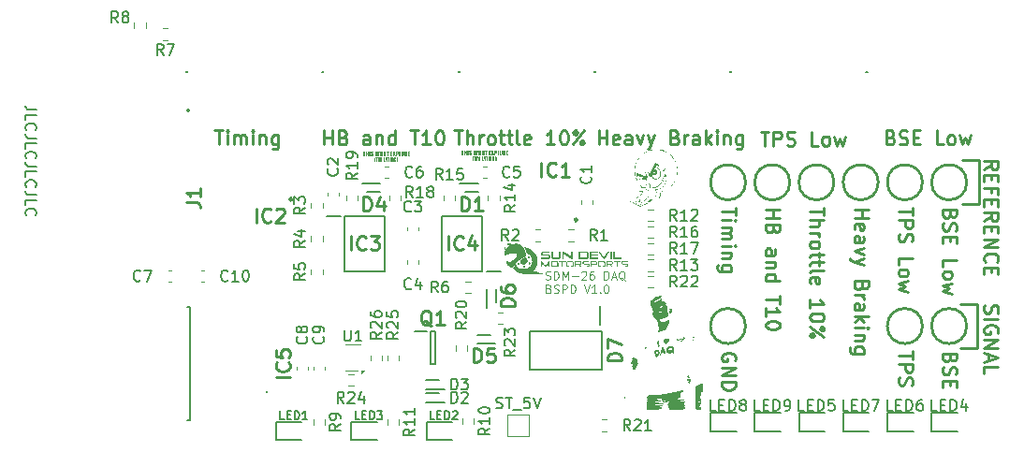
<source format=gbr>
%TF.GenerationSoftware,KiCad,Pcbnew,9.0.2*%
%TF.CreationDate,2025-06-15T01:16:02-07:00*%
%TF.ProjectId,SDM26_BSPD_1.0,53444d32-365f-4425-9350-445f312e302e,rev?*%
%TF.SameCoordinates,Original*%
%TF.FileFunction,Legend,Top*%
%TF.FilePolarity,Positive*%
%FSLAX46Y46*%
G04 Gerber Fmt 4.6, Leading zero omitted, Abs format (unit mm)*
G04 Created by KiCad (PCBNEW 9.0.2) date 2025-06-15 01:16:02*
%MOMM*%
%LPD*%
G01*
G04 APERTURE LIST*
%ADD10C,0.254000*%
%ADD11C,0.150000*%
%ADD12C,0.100000*%
%ADD13C,0.120000*%
%ADD14C,0.200000*%
%ADD15C,0.000000*%
G04 APERTURE END LIST*
D10*
X186000000Y-127000000D02*
X187500000Y-127000000D01*
X187500000Y-131000000D02*
X186000000Y-131000000D01*
X187700000Y-114000000D02*
X187700000Y-118000000D01*
X187700000Y-118000000D02*
X186200000Y-118000000D01*
X187500000Y-127000000D02*
X187500000Y-131000000D01*
X186200000Y-114000000D02*
X187700000Y-114000000D01*
X188229108Y-127109009D02*
X188168631Y-127290438D01*
X188168631Y-127290438D02*
X188168631Y-127592819D01*
X188168631Y-127592819D02*
X188229108Y-127713771D01*
X188229108Y-127713771D02*
X188289584Y-127774247D01*
X188289584Y-127774247D02*
X188410536Y-127834724D01*
X188410536Y-127834724D02*
X188531488Y-127834724D01*
X188531488Y-127834724D02*
X188652441Y-127774247D01*
X188652441Y-127774247D02*
X188712917Y-127713771D01*
X188712917Y-127713771D02*
X188773393Y-127592819D01*
X188773393Y-127592819D02*
X188833869Y-127350914D01*
X188833869Y-127350914D02*
X188894346Y-127229962D01*
X188894346Y-127229962D02*
X188954822Y-127169485D01*
X188954822Y-127169485D02*
X189075774Y-127109009D01*
X189075774Y-127109009D02*
X189196727Y-127109009D01*
X189196727Y-127109009D02*
X189317679Y-127169485D01*
X189317679Y-127169485D02*
X189378155Y-127229962D01*
X189378155Y-127229962D02*
X189438631Y-127350914D01*
X189438631Y-127350914D02*
X189438631Y-127653295D01*
X189438631Y-127653295D02*
X189378155Y-127834724D01*
X188168631Y-128379009D02*
X189438631Y-128379009D01*
X189378155Y-129649010D02*
X189438631Y-129528057D01*
X189438631Y-129528057D02*
X189438631Y-129346629D01*
X189438631Y-129346629D02*
X189378155Y-129165200D01*
X189378155Y-129165200D02*
X189257203Y-129044248D01*
X189257203Y-129044248D02*
X189136250Y-128983771D01*
X189136250Y-128983771D02*
X188894346Y-128923295D01*
X188894346Y-128923295D02*
X188712917Y-128923295D01*
X188712917Y-128923295D02*
X188471012Y-128983771D01*
X188471012Y-128983771D02*
X188350060Y-129044248D01*
X188350060Y-129044248D02*
X188229108Y-129165200D01*
X188229108Y-129165200D02*
X188168631Y-129346629D01*
X188168631Y-129346629D02*
X188168631Y-129467581D01*
X188168631Y-129467581D02*
X188229108Y-129649010D01*
X188229108Y-129649010D02*
X188289584Y-129709486D01*
X188289584Y-129709486D02*
X188712917Y-129709486D01*
X188712917Y-129709486D02*
X188712917Y-129467581D01*
X188168631Y-130253771D02*
X189438631Y-130253771D01*
X189438631Y-130253771D02*
X188168631Y-130979486D01*
X188168631Y-130979486D02*
X189438631Y-130979486D01*
X188531488Y-131523771D02*
X188531488Y-132128533D01*
X188168631Y-131402819D02*
X189438631Y-131826152D01*
X189438631Y-131826152D02*
X188168631Y-132249486D01*
X188168631Y-133277580D02*
X188168631Y-132672818D01*
X188168631Y-132672818D02*
X189438631Y-132672818D01*
X188168631Y-114795200D02*
X188773393Y-114371866D01*
X188168631Y-114069485D02*
X189438631Y-114069485D01*
X189438631Y-114069485D02*
X189438631Y-114553295D01*
X189438631Y-114553295D02*
X189378155Y-114674247D01*
X189378155Y-114674247D02*
X189317679Y-114734724D01*
X189317679Y-114734724D02*
X189196727Y-114795200D01*
X189196727Y-114795200D02*
X189015298Y-114795200D01*
X189015298Y-114795200D02*
X188894346Y-114734724D01*
X188894346Y-114734724D02*
X188833869Y-114674247D01*
X188833869Y-114674247D02*
X188773393Y-114553295D01*
X188773393Y-114553295D02*
X188773393Y-114069485D01*
X188833869Y-115339485D02*
X188833869Y-115762819D01*
X188168631Y-115944247D02*
X188168631Y-115339485D01*
X188168631Y-115339485D02*
X189438631Y-115339485D01*
X189438631Y-115339485D02*
X189438631Y-115944247D01*
X188833869Y-116911867D02*
X188833869Y-116488533D01*
X188168631Y-116488533D02*
X189438631Y-116488533D01*
X189438631Y-116488533D02*
X189438631Y-117093295D01*
X188833869Y-117577104D02*
X188833869Y-118000438D01*
X188168631Y-118181866D02*
X188168631Y-117577104D01*
X188168631Y-117577104D02*
X189438631Y-117577104D01*
X189438631Y-117577104D02*
X189438631Y-118181866D01*
X188168631Y-119451867D02*
X188773393Y-119028533D01*
X188168631Y-118726152D02*
X189438631Y-118726152D01*
X189438631Y-118726152D02*
X189438631Y-119209962D01*
X189438631Y-119209962D02*
X189378155Y-119330914D01*
X189378155Y-119330914D02*
X189317679Y-119391391D01*
X189317679Y-119391391D02*
X189196727Y-119451867D01*
X189196727Y-119451867D02*
X189015298Y-119451867D01*
X189015298Y-119451867D02*
X188894346Y-119391391D01*
X188894346Y-119391391D02*
X188833869Y-119330914D01*
X188833869Y-119330914D02*
X188773393Y-119209962D01*
X188773393Y-119209962D02*
X188773393Y-118726152D01*
X188833869Y-119996152D02*
X188833869Y-120419486D01*
X188168631Y-120600914D02*
X188168631Y-119996152D01*
X188168631Y-119996152D02*
X189438631Y-119996152D01*
X189438631Y-119996152D02*
X189438631Y-120600914D01*
X188168631Y-121145200D02*
X189438631Y-121145200D01*
X189438631Y-121145200D02*
X188168631Y-121870915D01*
X188168631Y-121870915D02*
X189438631Y-121870915D01*
X188289584Y-123201391D02*
X188229108Y-123140915D01*
X188229108Y-123140915D02*
X188168631Y-122959486D01*
X188168631Y-122959486D02*
X188168631Y-122838534D01*
X188168631Y-122838534D02*
X188229108Y-122657105D01*
X188229108Y-122657105D02*
X188350060Y-122536153D01*
X188350060Y-122536153D02*
X188471012Y-122475676D01*
X188471012Y-122475676D02*
X188712917Y-122415200D01*
X188712917Y-122415200D02*
X188894346Y-122415200D01*
X188894346Y-122415200D02*
X189136250Y-122475676D01*
X189136250Y-122475676D02*
X189257203Y-122536153D01*
X189257203Y-122536153D02*
X189378155Y-122657105D01*
X189378155Y-122657105D02*
X189438631Y-122838534D01*
X189438631Y-122838534D02*
X189438631Y-122959486D01*
X189438631Y-122959486D02*
X189378155Y-123140915D01*
X189378155Y-123140915D02*
X189317679Y-123201391D01*
X188833869Y-123745676D02*
X188833869Y-124169010D01*
X188168631Y-124350438D02*
X188168631Y-123745676D01*
X188168631Y-123745676D02*
X189438631Y-123745676D01*
X189438631Y-123745676D02*
X189438631Y-124350438D01*
D11*
X102430180Y-109422493D02*
X101715895Y-109422493D01*
X101715895Y-109422493D02*
X101573038Y-109374874D01*
X101573038Y-109374874D02*
X101477800Y-109279636D01*
X101477800Y-109279636D02*
X101430180Y-109136779D01*
X101430180Y-109136779D02*
X101430180Y-109041541D01*
X101430180Y-110374874D02*
X101430180Y-109898684D01*
X101430180Y-109898684D02*
X102430180Y-109898684D01*
X101525419Y-111279636D02*
X101477800Y-111232017D01*
X101477800Y-111232017D02*
X101430180Y-111089160D01*
X101430180Y-111089160D02*
X101430180Y-110993922D01*
X101430180Y-110993922D02*
X101477800Y-110851065D01*
X101477800Y-110851065D02*
X101573038Y-110755827D01*
X101573038Y-110755827D02*
X101668276Y-110708208D01*
X101668276Y-110708208D02*
X101858752Y-110660589D01*
X101858752Y-110660589D02*
X102001609Y-110660589D01*
X102001609Y-110660589D02*
X102192085Y-110708208D01*
X102192085Y-110708208D02*
X102287323Y-110755827D01*
X102287323Y-110755827D02*
X102382561Y-110851065D01*
X102382561Y-110851065D02*
X102430180Y-110993922D01*
X102430180Y-110993922D02*
X102430180Y-111089160D01*
X102430180Y-111089160D02*
X102382561Y-111232017D01*
X102382561Y-111232017D02*
X102334942Y-111279636D01*
X102430180Y-111993922D02*
X101715895Y-111993922D01*
X101715895Y-111993922D02*
X101573038Y-111946303D01*
X101573038Y-111946303D02*
X101477800Y-111851065D01*
X101477800Y-111851065D02*
X101430180Y-111708208D01*
X101430180Y-111708208D02*
X101430180Y-111612970D01*
X101430180Y-112946303D02*
X101430180Y-112470113D01*
X101430180Y-112470113D02*
X102430180Y-112470113D01*
X101525419Y-113851065D02*
X101477800Y-113803446D01*
X101477800Y-113803446D02*
X101430180Y-113660589D01*
X101430180Y-113660589D02*
X101430180Y-113565351D01*
X101430180Y-113565351D02*
X101477800Y-113422494D01*
X101477800Y-113422494D02*
X101573038Y-113327256D01*
X101573038Y-113327256D02*
X101668276Y-113279637D01*
X101668276Y-113279637D02*
X101858752Y-113232018D01*
X101858752Y-113232018D02*
X102001609Y-113232018D01*
X102001609Y-113232018D02*
X102192085Y-113279637D01*
X102192085Y-113279637D02*
X102287323Y-113327256D01*
X102287323Y-113327256D02*
X102382561Y-113422494D01*
X102382561Y-113422494D02*
X102430180Y-113565351D01*
X102430180Y-113565351D02*
X102430180Y-113660589D01*
X102430180Y-113660589D02*
X102382561Y-113803446D01*
X102382561Y-113803446D02*
X102334942Y-113851065D01*
X102430180Y-114565351D02*
X101715895Y-114565351D01*
X101715895Y-114565351D02*
X101573038Y-114517732D01*
X101573038Y-114517732D02*
X101477800Y-114422494D01*
X101477800Y-114422494D02*
X101430180Y-114279637D01*
X101430180Y-114279637D02*
X101430180Y-114184399D01*
X101430180Y-115517732D02*
X101430180Y-115041542D01*
X101430180Y-115041542D02*
X102430180Y-115041542D01*
X101525419Y-116422494D02*
X101477800Y-116374875D01*
X101477800Y-116374875D02*
X101430180Y-116232018D01*
X101430180Y-116232018D02*
X101430180Y-116136780D01*
X101430180Y-116136780D02*
X101477800Y-115993923D01*
X101477800Y-115993923D02*
X101573038Y-115898685D01*
X101573038Y-115898685D02*
X101668276Y-115851066D01*
X101668276Y-115851066D02*
X101858752Y-115803447D01*
X101858752Y-115803447D02*
X102001609Y-115803447D01*
X102001609Y-115803447D02*
X102192085Y-115851066D01*
X102192085Y-115851066D02*
X102287323Y-115898685D01*
X102287323Y-115898685D02*
X102382561Y-115993923D01*
X102382561Y-115993923D02*
X102430180Y-116136780D01*
X102430180Y-116136780D02*
X102430180Y-116232018D01*
X102430180Y-116232018D02*
X102382561Y-116374875D01*
X102382561Y-116374875D02*
X102334942Y-116422494D01*
X102430180Y-117136780D02*
X101715895Y-117136780D01*
X101715895Y-117136780D02*
X101573038Y-117089161D01*
X101573038Y-117089161D02*
X101477800Y-116993923D01*
X101477800Y-116993923D02*
X101430180Y-116851066D01*
X101430180Y-116851066D02*
X101430180Y-116755828D01*
X101430180Y-118089161D02*
X101430180Y-117612971D01*
X101430180Y-117612971D02*
X102430180Y-117612971D01*
X101525419Y-118993923D02*
X101477800Y-118946304D01*
X101477800Y-118946304D02*
X101430180Y-118803447D01*
X101430180Y-118803447D02*
X101430180Y-118708209D01*
X101430180Y-118708209D02*
X101477800Y-118565352D01*
X101477800Y-118565352D02*
X101573038Y-118470114D01*
X101573038Y-118470114D02*
X101668276Y-118422495D01*
X101668276Y-118422495D02*
X101858752Y-118374876D01*
X101858752Y-118374876D02*
X102001609Y-118374876D01*
X102001609Y-118374876D02*
X102192085Y-118422495D01*
X102192085Y-118422495D02*
X102287323Y-118470114D01*
X102287323Y-118470114D02*
X102382561Y-118565352D01*
X102382561Y-118565352D02*
X102430180Y-118708209D01*
X102430180Y-118708209D02*
X102430180Y-118803447D01*
X102430180Y-118803447D02*
X102382561Y-118946304D01*
X102382561Y-118946304D02*
X102334942Y-118993923D01*
D12*
X148508646Y-124759842D02*
X148615789Y-124795556D01*
X148615789Y-124795556D02*
X148794360Y-124795556D01*
X148794360Y-124795556D02*
X148865789Y-124759842D01*
X148865789Y-124759842D02*
X148901503Y-124724127D01*
X148901503Y-124724127D02*
X148937217Y-124652699D01*
X148937217Y-124652699D02*
X148937217Y-124581270D01*
X148937217Y-124581270D02*
X148901503Y-124509842D01*
X148901503Y-124509842D02*
X148865789Y-124474127D01*
X148865789Y-124474127D02*
X148794360Y-124438413D01*
X148794360Y-124438413D02*
X148651503Y-124402699D01*
X148651503Y-124402699D02*
X148580074Y-124366984D01*
X148580074Y-124366984D02*
X148544360Y-124331270D01*
X148544360Y-124331270D02*
X148508646Y-124259842D01*
X148508646Y-124259842D02*
X148508646Y-124188413D01*
X148508646Y-124188413D02*
X148544360Y-124116984D01*
X148544360Y-124116984D02*
X148580074Y-124081270D01*
X148580074Y-124081270D02*
X148651503Y-124045556D01*
X148651503Y-124045556D02*
X148830074Y-124045556D01*
X148830074Y-124045556D02*
X148937217Y-124081270D01*
X149258646Y-124795556D02*
X149258646Y-124045556D01*
X149258646Y-124045556D02*
X149437217Y-124045556D01*
X149437217Y-124045556D02*
X149544360Y-124081270D01*
X149544360Y-124081270D02*
X149615789Y-124152699D01*
X149615789Y-124152699D02*
X149651503Y-124224127D01*
X149651503Y-124224127D02*
X149687217Y-124366984D01*
X149687217Y-124366984D02*
X149687217Y-124474127D01*
X149687217Y-124474127D02*
X149651503Y-124616984D01*
X149651503Y-124616984D02*
X149615789Y-124688413D01*
X149615789Y-124688413D02*
X149544360Y-124759842D01*
X149544360Y-124759842D02*
X149437217Y-124795556D01*
X149437217Y-124795556D02*
X149258646Y-124795556D01*
X150008646Y-124795556D02*
X150008646Y-124045556D01*
X150008646Y-124045556D02*
X150258646Y-124581270D01*
X150258646Y-124581270D02*
X150508646Y-124045556D01*
X150508646Y-124045556D02*
X150508646Y-124795556D01*
X150865789Y-124509842D02*
X151437218Y-124509842D01*
X151758646Y-124116984D02*
X151794360Y-124081270D01*
X151794360Y-124081270D02*
X151865789Y-124045556D01*
X151865789Y-124045556D02*
X152044360Y-124045556D01*
X152044360Y-124045556D02*
X152115789Y-124081270D01*
X152115789Y-124081270D02*
X152151503Y-124116984D01*
X152151503Y-124116984D02*
X152187217Y-124188413D01*
X152187217Y-124188413D02*
X152187217Y-124259842D01*
X152187217Y-124259842D02*
X152151503Y-124366984D01*
X152151503Y-124366984D02*
X151722931Y-124795556D01*
X151722931Y-124795556D02*
X152187217Y-124795556D01*
X152830075Y-124045556D02*
X152687217Y-124045556D01*
X152687217Y-124045556D02*
X152615789Y-124081270D01*
X152615789Y-124081270D02*
X152580075Y-124116984D01*
X152580075Y-124116984D02*
X152508646Y-124224127D01*
X152508646Y-124224127D02*
X152472932Y-124366984D01*
X152472932Y-124366984D02*
X152472932Y-124652699D01*
X152472932Y-124652699D02*
X152508646Y-124724127D01*
X152508646Y-124724127D02*
X152544360Y-124759842D01*
X152544360Y-124759842D02*
X152615789Y-124795556D01*
X152615789Y-124795556D02*
X152758646Y-124795556D01*
X152758646Y-124795556D02*
X152830075Y-124759842D01*
X152830075Y-124759842D02*
X152865789Y-124724127D01*
X152865789Y-124724127D02*
X152901503Y-124652699D01*
X152901503Y-124652699D02*
X152901503Y-124474127D01*
X152901503Y-124474127D02*
X152865789Y-124402699D01*
X152865789Y-124402699D02*
X152830075Y-124366984D01*
X152830075Y-124366984D02*
X152758646Y-124331270D01*
X152758646Y-124331270D02*
X152615789Y-124331270D01*
X152615789Y-124331270D02*
X152544360Y-124366984D01*
X152544360Y-124366984D02*
X152508646Y-124402699D01*
X152508646Y-124402699D02*
X152472932Y-124474127D01*
X153794361Y-124795556D02*
X153794361Y-124045556D01*
X153794361Y-124045556D02*
X153972932Y-124045556D01*
X153972932Y-124045556D02*
X154080075Y-124081270D01*
X154080075Y-124081270D02*
X154151504Y-124152699D01*
X154151504Y-124152699D02*
X154187218Y-124224127D01*
X154187218Y-124224127D02*
X154222932Y-124366984D01*
X154222932Y-124366984D02*
X154222932Y-124474127D01*
X154222932Y-124474127D02*
X154187218Y-124616984D01*
X154187218Y-124616984D02*
X154151504Y-124688413D01*
X154151504Y-124688413D02*
X154080075Y-124759842D01*
X154080075Y-124759842D02*
X153972932Y-124795556D01*
X153972932Y-124795556D02*
X153794361Y-124795556D01*
X154508647Y-124581270D02*
X154865790Y-124581270D01*
X154437218Y-124795556D02*
X154687218Y-124045556D01*
X154687218Y-124045556D02*
X154937218Y-124795556D01*
X155687218Y-124866984D02*
X155615789Y-124831270D01*
X155615789Y-124831270D02*
X155544361Y-124759842D01*
X155544361Y-124759842D02*
X155437218Y-124652699D01*
X155437218Y-124652699D02*
X155365789Y-124616984D01*
X155365789Y-124616984D02*
X155294361Y-124616984D01*
X155330075Y-124795556D02*
X155258647Y-124759842D01*
X155258647Y-124759842D02*
X155187218Y-124688413D01*
X155187218Y-124688413D02*
X155151504Y-124545556D01*
X155151504Y-124545556D02*
X155151504Y-124295556D01*
X155151504Y-124295556D02*
X155187218Y-124152699D01*
X155187218Y-124152699D02*
X155258647Y-124081270D01*
X155258647Y-124081270D02*
X155330075Y-124045556D01*
X155330075Y-124045556D02*
X155472932Y-124045556D01*
X155472932Y-124045556D02*
X155544361Y-124081270D01*
X155544361Y-124081270D02*
X155615789Y-124152699D01*
X155615789Y-124152699D02*
X155651504Y-124295556D01*
X155651504Y-124295556D02*
X155651504Y-124545556D01*
X155651504Y-124545556D02*
X155615789Y-124688413D01*
X155615789Y-124688413D02*
X155544361Y-124759842D01*
X155544361Y-124759842D02*
X155472932Y-124795556D01*
X155472932Y-124795556D02*
X155330075Y-124795556D01*
X148794360Y-125610157D02*
X148901503Y-125645871D01*
X148901503Y-125645871D02*
X148937217Y-125681585D01*
X148937217Y-125681585D02*
X148972931Y-125753014D01*
X148972931Y-125753014D02*
X148972931Y-125860157D01*
X148972931Y-125860157D02*
X148937217Y-125931585D01*
X148937217Y-125931585D02*
X148901503Y-125967300D01*
X148901503Y-125967300D02*
X148830074Y-126003014D01*
X148830074Y-126003014D02*
X148544360Y-126003014D01*
X148544360Y-126003014D02*
X148544360Y-125253014D01*
X148544360Y-125253014D02*
X148794360Y-125253014D01*
X148794360Y-125253014D02*
X148865789Y-125288728D01*
X148865789Y-125288728D02*
X148901503Y-125324442D01*
X148901503Y-125324442D02*
X148937217Y-125395871D01*
X148937217Y-125395871D02*
X148937217Y-125467300D01*
X148937217Y-125467300D02*
X148901503Y-125538728D01*
X148901503Y-125538728D02*
X148865789Y-125574442D01*
X148865789Y-125574442D02*
X148794360Y-125610157D01*
X148794360Y-125610157D02*
X148544360Y-125610157D01*
X149258646Y-125967300D02*
X149365789Y-126003014D01*
X149365789Y-126003014D02*
X149544360Y-126003014D01*
X149544360Y-126003014D02*
X149615789Y-125967300D01*
X149615789Y-125967300D02*
X149651503Y-125931585D01*
X149651503Y-125931585D02*
X149687217Y-125860157D01*
X149687217Y-125860157D02*
X149687217Y-125788728D01*
X149687217Y-125788728D02*
X149651503Y-125717300D01*
X149651503Y-125717300D02*
X149615789Y-125681585D01*
X149615789Y-125681585D02*
X149544360Y-125645871D01*
X149544360Y-125645871D02*
X149401503Y-125610157D01*
X149401503Y-125610157D02*
X149330074Y-125574442D01*
X149330074Y-125574442D02*
X149294360Y-125538728D01*
X149294360Y-125538728D02*
X149258646Y-125467300D01*
X149258646Y-125467300D02*
X149258646Y-125395871D01*
X149258646Y-125395871D02*
X149294360Y-125324442D01*
X149294360Y-125324442D02*
X149330074Y-125288728D01*
X149330074Y-125288728D02*
X149401503Y-125253014D01*
X149401503Y-125253014D02*
X149580074Y-125253014D01*
X149580074Y-125253014D02*
X149687217Y-125288728D01*
X150008646Y-126003014D02*
X150008646Y-125253014D01*
X150008646Y-125253014D02*
X150294360Y-125253014D01*
X150294360Y-125253014D02*
X150365789Y-125288728D01*
X150365789Y-125288728D02*
X150401503Y-125324442D01*
X150401503Y-125324442D02*
X150437217Y-125395871D01*
X150437217Y-125395871D02*
X150437217Y-125503014D01*
X150437217Y-125503014D02*
X150401503Y-125574442D01*
X150401503Y-125574442D02*
X150365789Y-125610157D01*
X150365789Y-125610157D02*
X150294360Y-125645871D01*
X150294360Y-125645871D02*
X150008646Y-125645871D01*
X150758646Y-126003014D02*
X150758646Y-125253014D01*
X150758646Y-125253014D02*
X150937217Y-125253014D01*
X150937217Y-125253014D02*
X151044360Y-125288728D01*
X151044360Y-125288728D02*
X151115789Y-125360157D01*
X151115789Y-125360157D02*
X151151503Y-125431585D01*
X151151503Y-125431585D02*
X151187217Y-125574442D01*
X151187217Y-125574442D02*
X151187217Y-125681585D01*
X151187217Y-125681585D02*
X151151503Y-125824442D01*
X151151503Y-125824442D02*
X151115789Y-125895871D01*
X151115789Y-125895871D02*
X151044360Y-125967300D01*
X151044360Y-125967300D02*
X150937217Y-126003014D01*
X150937217Y-126003014D02*
X150758646Y-126003014D01*
X151972932Y-125253014D02*
X152222932Y-126003014D01*
X152222932Y-126003014D02*
X152472932Y-125253014D01*
X153115789Y-126003014D02*
X152687218Y-126003014D01*
X152901503Y-126003014D02*
X152901503Y-125253014D01*
X152901503Y-125253014D02*
X152830075Y-125360157D01*
X152830075Y-125360157D02*
X152758646Y-125431585D01*
X152758646Y-125431585D02*
X152687218Y-125467300D01*
X153437218Y-125931585D02*
X153472932Y-125967300D01*
X153472932Y-125967300D02*
X153437218Y-126003014D01*
X153437218Y-126003014D02*
X153401504Y-125967300D01*
X153401504Y-125967300D02*
X153437218Y-125931585D01*
X153437218Y-125931585D02*
X153437218Y-126003014D01*
X153937218Y-125253014D02*
X154008647Y-125253014D01*
X154008647Y-125253014D02*
X154080075Y-125288728D01*
X154080075Y-125288728D02*
X154115790Y-125324442D01*
X154115790Y-125324442D02*
X154151504Y-125395871D01*
X154151504Y-125395871D02*
X154187218Y-125538728D01*
X154187218Y-125538728D02*
X154187218Y-125717300D01*
X154187218Y-125717300D02*
X154151504Y-125860157D01*
X154151504Y-125860157D02*
X154115790Y-125931585D01*
X154115790Y-125931585D02*
X154080075Y-125967300D01*
X154080075Y-125967300D02*
X154008647Y-126003014D01*
X154008647Y-126003014D02*
X153937218Y-126003014D01*
X153937218Y-126003014D02*
X153865790Y-125967300D01*
X153865790Y-125967300D02*
X153830075Y-125931585D01*
X153830075Y-125931585D02*
X153794361Y-125860157D01*
X153794361Y-125860157D02*
X153758647Y-125717300D01*
X153758647Y-125717300D02*
X153758647Y-125538728D01*
X153758647Y-125538728D02*
X153794361Y-125395871D01*
X153794361Y-125395871D02*
X153830075Y-125324442D01*
X153830075Y-125324442D02*
X153865790Y-125288728D01*
X153865790Y-125288728D02*
X153937218Y-125253014D01*
D11*
X126754819Y-124266666D02*
X126278628Y-124599999D01*
X126754819Y-124838094D02*
X125754819Y-124838094D01*
X125754819Y-124838094D02*
X125754819Y-124457142D01*
X125754819Y-124457142D02*
X125802438Y-124361904D01*
X125802438Y-124361904D02*
X125850057Y-124314285D01*
X125850057Y-124314285D02*
X125945295Y-124266666D01*
X125945295Y-124266666D02*
X126088152Y-124266666D01*
X126088152Y-124266666D02*
X126183390Y-124314285D01*
X126183390Y-124314285D02*
X126231009Y-124361904D01*
X126231009Y-124361904D02*
X126278628Y-124457142D01*
X126278628Y-124457142D02*
X126278628Y-124838094D01*
X125754819Y-123361904D02*
X125754819Y-123838094D01*
X125754819Y-123838094D02*
X126231009Y-123885713D01*
X126231009Y-123885713D02*
X126183390Y-123838094D01*
X126183390Y-123838094D02*
X126135771Y-123742856D01*
X126135771Y-123742856D02*
X126135771Y-123504761D01*
X126135771Y-123504761D02*
X126183390Y-123409523D01*
X126183390Y-123409523D02*
X126231009Y-123361904D01*
X126231009Y-123361904D02*
X126326247Y-123314285D01*
X126326247Y-123314285D02*
X126564342Y-123314285D01*
X126564342Y-123314285D02*
X126659580Y-123361904D01*
X126659580Y-123361904D02*
X126707200Y-123409523D01*
X126707200Y-123409523D02*
X126754819Y-123504761D01*
X126754819Y-123504761D02*
X126754819Y-123742856D01*
X126754819Y-123742856D02*
X126707200Y-123838094D01*
X126707200Y-123838094D02*
X126659580Y-123885713D01*
D10*
X116004318Y-117823332D02*
X116911461Y-117823332D01*
X116911461Y-117823332D02*
X117092889Y-117883809D01*
X117092889Y-117883809D02*
X117213842Y-118004761D01*
X117213842Y-118004761D02*
X117274318Y-118186190D01*
X117274318Y-118186190D02*
X117274318Y-118307142D01*
X117274318Y-116553332D02*
X117274318Y-117279047D01*
X117274318Y-116916190D02*
X116004318Y-116916190D01*
X116004318Y-116916190D02*
X116185746Y-117037142D01*
X116185746Y-117037142D02*
X116306699Y-117158094D01*
X116306699Y-117158094D02*
X116367175Y-117279047D01*
D11*
X109833333Y-101554819D02*
X109500000Y-101078628D01*
X109261905Y-101554819D02*
X109261905Y-100554819D01*
X109261905Y-100554819D02*
X109642857Y-100554819D01*
X109642857Y-100554819D02*
X109738095Y-100602438D01*
X109738095Y-100602438D02*
X109785714Y-100650057D01*
X109785714Y-100650057D02*
X109833333Y-100745295D01*
X109833333Y-100745295D02*
X109833333Y-100888152D01*
X109833333Y-100888152D02*
X109785714Y-100983390D01*
X109785714Y-100983390D02*
X109738095Y-101031009D01*
X109738095Y-101031009D02*
X109642857Y-101078628D01*
X109642857Y-101078628D02*
X109261905Y-101078628D01*
X110404762Y-100983390D02*
X110309524Y-100935771D01*
X110309524Y-100935771D02*
X110261905Y-100888152D01*
X110261905Y-100888152D02*
X110214286Y-100792914D01*
X110214286Y-100792914D02*
X110214286Y-100745295D01*
X110214286Y-100745295D02*
X110261905Y-100650057D01*
X110261905Y-100650057D02*
X110309524Y-100602438D01*
X110309524Y-100602438D02*
X110404762Y-100554819D01*
X110404762Y-100554819D02*
X110595238Y-100554819D01*
X110595238Y-100554819D02*
X110690476Y-100602438D01*
X110690476Y-100602438D02*
X110738095Y-100650057D01*
X110738095Y-100650057D02*
X110785714Y-100745295D01*
X110785714Y-100745295D02*
X110785714Y-100792914D01*
X110785714Y-100792914D02*
X110738095Y-100888152D01*
X110738095Y-100888152D02*
X110690476Y-100935771D01*
X110690476Y-100935771D02*
X110595238Y-100983390D01*
X110595238Y-100983390D02*
X110404762Y-100983390D01*
X110404762Y-100983390D02*
X110309524Y-101031009D01*
X110309524Y-101031009D02*
X110261905Y-101078628D01*
X110261905Y-101078628D02*
X110214286Y-101173866D01*
X110214286Y-101173866D02*
X110214286Y-101364342D01*
X110214286Y-101364342D02*
X110261905Y-101459580D01*
X110261905Y-101459580D02*
X110309524Y-101507200D01*
X110309524Y-101507200D02*
X110404762Y-101554819D01*
X110404762Y-101554819D02*
X110595238Y-101554819D01*
X110595238Y-101554819D02*
X110690476Y-101507200D01*
X110690476Y-101507200D02*
X110738095Y-101459580D01*
X110738095Y-101459580D02*
X110785714Y-101364342D01*
X110785714Y-101364342D02*
X110785714Y-101173866D01*
X110785714Y-101173866D02*
X110738095Y-101078628D01*
X110738095Y-101078628D02*
X110690476Y-101031009D01*
X110690476Y-101031009D02*
X110595238Y-100983390D01*
X135154819Y-129542857D02*
X134678628Y-129876190D01*
X135154819Y-130114285D02*
X134154819Y-130114285D01*
X134154819Y-130114285D02*
X134154819Y-129733333D01*
X134154819Y-129733333D02*
X134202438Y-129638095D01*
X134202438Y-129638095D02*
X134250057Y-129590476D01*
X134250057Y-129590476D02*
X134345295Y-129542857D01*
X134345295Y-129542857D02*
X134488152Y-129542857D01*
X134488152Y-129542857D02*
X134583390Y-129590476D01*
X134583390Y-129590476D02*
X134631009Y-129638095D01*
X134631009Y-129638095D02*
X134678628Y-129733333D01*
X134678628Y-129733333D02*
X134678628Y-130114285D01*
X134250057Y-129161904D02*
X134202438Y-129114285D01*
X134202438Y-129114285D02*
X134154819Y-129019047D01*
X134154819Y-129019047D02*
X134154819Y-128780952D01*
X134154819Y-128780952D02*
X134202438Y-128685714D01*
X134202438Y-128685714D02*
X134250057Y-128638095D01*
X134250057Y-128638095D02*
X134345295Y-128590476D01*
X134345295Y-128590476D02*
X134440533Y-128590476D01*
X134440533Y-128590476D02*
X134583390Y-128638095D01*
X134583390Y-128638095D02*
X135154819Y-129209523D01*
X135154819Y-129209523D02*
X135154819Y-128590476D01*
X134154819Y-127685714D02*
X134154819Y-128161904D01*
X134154819Y-128161904D02*
X134631009Y-128209523D01*
X134631009Y-128209523D02*
X134583390Y-128161904D01*
X134583390Y-128161904D02*
X134535771Y-128066666D01*
X134535771Y-128066666D02*
X134535771Y-127828571D01*
X134535771Y-127828571D02*
X134583390Y-127733333D01*
X134583390Y-127733333D02*
X134631009Y-127685714D01*
X134631009Y-127685714D02*
X134726247Y-127638095D01*
X134726247Y-127638095D02*
X134964342Y-127638095D01*
X134964342Y-127638095D02*
X135059580Y-127685714D01*
X135059580Y-127685714D02*
X135107200Y-127733333D01*
X135107200Y-127733333D02*
X135154819Y-127828571D01*
X135154819Y-127828571D02*
X135154819Y-128066666D01*
X135154819Y-128066666D02*
X135107200Y-128161904D01*
X135107200Y-128161904D02*
X135059580Y-128209523D01*
D10*
X168425681Y-118469485D02*
X169695681Y-118469485D01*
X169090919Y-118469485D02*
X169090919Y-119195200D01*
X168425681Y-119195200D02*
X169695681Y-119195200D01*
X169090919Y-120223295D02*
X169030443Y-120404723D01*
X169030443Y-120404723D02*
X168969967Y-120465200D01*
X168969967Y-120465200D02*
X168849015Y-120525676D01*
X168849015Y-120525676D02*
X168667586Y-120525676D01*
X168667586Y-120525676D02*
X168546634Y-120465200D01*
X168546634Y-120465200D02*
X168486158Y-120404723D01*
X168486158Y-120404723D02*
X168425681Y-120283771D01*
X168425681Y-120283771D02*
X168425681Y-119799961D01*
X168425681Y-119799961D02*
X169695681Y-119799961D01*
X169695681Y-119799961D02*
X169695681Y-120223295D01*
X169695681Y-120223295D02*
X169635205Y-120344247D01*
X169635205Y-120344247D02*
X169574729Y-120404723D01*
X169574729Y-120404723D02*
X169453777Y-120465200D01*
X169453777Y-120465200D02*
X169332824Y-120465200D01*
X169332824Y-120465200D02*
X169211872Y-120404723D01*
X169211872Y-120404723D02*
X169151396Y-120344247D01*
X169151396Y-120344247D02*
X169090919Y-120223295D01*
X169090919Y-120223295D02*
X169090919Y-119799961D01*
X168425681Y-122581866D02*
X169090919Y-122581866D01*
X169090919Y-122581866D02*
X169211872Y-122521390D01*
X169211872Y-122521390D02*
X169272348Y-122400438D01*
X169272348Y-122400438D02*
X169272348Y-122158533D01*
X169272348Y-122158533D02*
X169211872Y-122037580D01*
X168486158Y-122581866D02*
X168425681Y-122460914D01*
X168425681Y-122460914D02*
X168425681Y-122158533D01*
X168425681Y-122158533D02*
X168486158Y-122037580D01*
X168486158Y-122037580D02*
X168607110Y-121977104D01*
X168607110Y-121977104D02*
X168728062Y-121977104D01*
X168728062Y-121977104D02*
X168849015Y-122037580D01*
X168849015Y-122037580D02*
X168909491Y-122158533D01*
X168909491Y-122158533D02*
X168909491Y-122460914D01*
X168909491Y-122460914D02*
X168969967Y-122581866D01*
X169272348Y-123186628D02*
X168425681Y-123186628D01*
X169151396Y-123186628D02*
X169211872Y-123247105D01*
X169211872Y-123247105D02*
X169272348Y-123368057D01*
X169272348Y-123368057D02*
X169272348Y-123549486D01*
X169272348Y-123549486D02*
X169211872Y-123670438D01*
X169211872Y-123670438D02*
X169090919Y-123730914D01*
X169090919Y-123730914D02*
X168425681Y-123730914D01*
X168425681Y-124879962D02*
X169695681Y-124879962D01*
X168486158Y-124879962D02*
X168425681Y-124759010D01*
X168425681Y-124759010D02*
X168425681Y-124517105D01*
X168425681Y-124517105D02*
X168486158Y-124396153D01*
X168486158Y-124396153D02*
X168546634Y-124335676D01*
X168546634Y-124335676D02*
X168667586Y-124275200D01*
X168667586Y-124275200D02*
X169030443Y-124275200D01*
X169030443Y-124275200D02*
X169151396Y-124335676D01*
X169151396Y-124335676D02*
X169211872Y-124396153D01*
X169211872Y-124396153D02*
X169272348Y-124517105D01*
X169272348Y-124517105D02*
X169272348Y-124759010D01*
X169272348Y-124759010D02*
X169211872Y-124879962D01*
X169695681Y-126270915D02*
X169695681Y-126996629D01*
X168425681Y-126633772D02*
X169695681Y-126633772D01*
X168425681Y-128085201D02*
X168425681Y-127359486D01*
X168425681Y-127722343D02*
X169695681Y-127722343D01*
X169695681Y-127722343D02*
X169514253Y-127601391D01*
X169514253Y-127601391D02*
X169393300Y-127480439D01*
X169393300Y-127480439D02*
X169332824Y-127359486D01*
X169695681Y-128871391D02*
X169695681Y-128992344D01*
X169695681Y-128992344D02*
X169635205Y-129113296D01*
X169635205Y-129113296D02*
X169574729Y-129173772D01*
X169574729Y-129173772D02*
X169453777Y-129234248D01*
X169453777Y-129234248D02*
X169211872Y-129294725D01*
X169211872Y-129294725D02*
X168909491Y-129294725D01*
X168909491Y-129294725D02*
X168667586Y-129234248D01*
X168667586Y-129234248D02*
X168546634Y-129173772D01*
X168546634Y-129173772D02*
X168486158Y-129113296D01*
X168486158Y-129113296D02*
X168425681Y-128992344D01*
X168425681Y-128992344D02*
X168425681Y-128871391D01*
X168425681Y-128871391D02*
X168486158Y-128750439D01*
X168486158Y-128750439D02*
X168546634Y-128689963D01*
X168546634Y-128689963D02*
X168667586Y-128629486D01*
X168667586Y-128629486D02*
X168909491Y-128569010D01*
X168909491Y-128569010D02*
X169211872Y-128569010D01*
X169211872Y-128569010D02*
X169453777Y-128629486D01*
X169453777Y-128629486D02*
X169574729Y-128689963D01*
X169574729Y-128689963D02*
X169635205Y-128750439D01*
X169635205Y-128750439D02*
X169695681Y-128871391D01*
D11*
X144047619Y-136407200D02*
X144190476Y-136454819D01*
X144190476Y-136454819D02*
X144428571Y-136454819D01*
X144428571Y-136454819D02*
X144523809Y-136407200D01*
X144523809Y-136407200D02*
X144571428Y-136359580D01*
X144571428Y-136359580D02*
X144619047Y-136264342D01*
X144619047Y-136264342D02*
X144619047Y-136169104D01*
X144619047Y-136169104D02*
X144571428Y-136073866D01*
X144571428Y-136073866D02*
X144523809Y-136026247D01*
X144523809Y-136026247D02*
X144428571Y-135978628D01*
X144428571Y-135978628D02*
X144238095Y-135931009D01*
X144238095Y-135931009D02*
X144142857Y-135883390D01*
X144142857Y-135883390D02*
X144095238Y-135835771D01*
X144095238Y-135835771D02*
X144047619Y-135740533D01*
X144047619Y-135740533D02*
X144047619Y-135645295D01*
X144047619Y-135645295D02*
X144095238Y-135550057D01*
X144095238Y-135550057D02*
X144142857Y-135502438D01*
X144142857Y-135502438D02*
X144238095Y-135454819D01*
X144238095Y-135454819D02*
X144476190Y-135454819D01*
X144476190Y-135454819D02*
X144619047Y-135502438D01*
X144904762Y-135454819D02*
X145476190Y-135454819D01*
X145190476Y-136454819D02*
X145190476Y-135454819D01*
X145571429Y-136550057D02*
X146333333Y-136550057D01*
X147047619Y-135454819D02*
X146571429Y-135454819D01*
X146571429Y-135454819D02*
X146523810Y-135931009D01*
X146523810Y-135931009D02*
X146571429Y-135883390D01*
X146571429Y-135883390D02*
X146666667Y-135835771D01*
X146666667Y-135835771D02*
X146904762Y-135835771D01*
X146904762Y-135835771D02*
X147000000Y-135883390D01*
X147000000Y-135883390D02*
X147047619Y-135931009D01*
X147047619Y-135931009D02*
X147095238Y-136026247D01*
X147095238Y-136026247D02*
X147095238Y-136264342D01*
X147095238Y-136264342D02*
X147047619Y-136359580D01*
X147047619Y-136359580D02*
X147000000Y-136407200D01*
X147000000Y-136407200D02*
X146904762Y-136454819D01*
X146904762Y-136454819D02*
X146666667Y-136454819D01*
X146666667Y-136454819D02*
X146571429Y-136407200D01*
X146571429Y-136407200D02*
X146523810Y-136359580D01*
X147380953Y-135454819D02*
X147714286Y-136454819D01*
X147714286Y-136454819D02*
X148047619Y-135454819D01*
X138460714Y-137439164D02*
X138103571Y-137439164D01*
X138103571Y-137439164D02*
X138103571Y-136689164D01*
X138710714Y-137046307D02*
X138960714Y-137046307D01*
X139067857Y-137439164D02*
X138710714Y-137439164D01*
X138710714Y-137439164D02*
X138710714Y-136689164D01*
X138710714Y-136689164D02*
X139067857Y-136689164D01*
X139389285Y-137439164D02*
X139389285Y-136689164D01*
X139389285Y-136689164D02*
X139567856Y-136689164D01*
X139567856Y-136689164D02*
X139674999Y-136724878D01*
X139674999Y-136724878D02*
X139746428Y-136796307D01*
X139746428Y-136796307D02*
X139782142Y-136867735D01*
X139782142Y-136867735D02*
X139817856Y-137010592D01*
X139817856Y-137010592D02*
X139817856Y-137117735D01*
X139817856Y-137117735D02*
X139782142Y-137260592D01*
X139782142Y-137260592D02*
X139746428Y-137332021D01*
X139746428Y-137332021D02*
X139674999Y-137403450D01*
X139674999Y-137403450D02*
X139567856Y-137439164D01*
X139567856Y-137439164D02*
X139389285Y-137439164D01*
X140103571Y-136760592D02*
X140139285Y-136724878D01*
X140139285Y-136724878D02*
X140210714Y-136689164D01*
X140210714Y-136689164D02*
X140389285Y-136689164D01*
X140389285Y-136689164D02*
X140460714Y-136724878D01*
X140460714Y-136724878D02*
X140496428Y-136760592D01*
X140496428Y-136760592D02*
X140532142Y-136832021D01*
X140532142Y-136832021D02*
X140532142Y-136903450D01*
X140532142Y-136903450D02*
X140496428Y-137010592D01*
X140496428Y-137010592D02*
X140067856Y-137439164D01*
X140067856Y-137439164D02*
X140532142Y-137439164D01*
D10*
X165695681Y-118288057D02*
X165695681Y-119013771D01*
X164425681Y-118650914D02*
X165695681Y-118650914D01*
X164425681Y-119437104D02*
X165272348Y-119437104D01*
X165695681Y-119437104D02*
X165635205Y-119376628D01*
X165635205Y-119376628D02*
X165574729Y-119437104D01*
X165574729Y-119437104D02*
X165635205Y-119497581D01*
X165635205Y-119497581D02*
X165695681Y-119437104D01*
X165695681Y-119437104D02*
X165574729Y-119437104D01*
X164425681Y-120041866D02*
X165272348Y-120041866D01*
X165151396Y-120041866D02*
X165211872Y-120102343D01*
X165211872Y-120102343D02*
X165272348Y-120223295D01*
X165272348Y-120223295D02*
X165272348Y-120404724D01*
X165272348Y-120404724D02*
X165211872Y-120525676D01*
X165211872Y-120525676D02*
X165090919Y-120586152D01*
X165090919Y-120586152D02*
X164425681Y-120586152D01*
X165090919Y-120586152D02*
X165211872Y-120646628D01*
X165211872Y-120646628D02*
X165272348Y-120767581D01*
X165272348Y-120767581D02*
X165272348Y-120949009D01*
X165272348Y-120949009D02*
X165211872Y-121069962D01*
X165211872Y-121069962D02*
X165090919Y-121130438D01*
X165090919Y-121130438D02*
X164425681Y-121130438D01*
X164425681Y-121735199D02*
X165272348Y-121735199D01*
X165695681Y-121735199D02*
X165635205Y-121674723D01*
X165635205Y-121674723D02*
X165574729Y-121735199D01*
X165574729Y-121735199D02*
X165635205Y-121795676D01*
X165635205Y-121795676D02*
X165695681Y-121735199D01*
X165695681Y-121735199D02*
X165574729Y-121735199D01*
X165272348Y-122339961D02*
X164425681Y-122339961D01*
X165151396Y-122339961D02*
X165211872Y-122400438D01*
X165211872Y-122400438D02*
X165272348Y-122521390D01*
X165272348Y-122521390D02*
X165272348Y-122702819D01*
X165272348Y-122702819D02*
X165211872Y-122823771D01*
X165211872Y-122823771D02*
X165090919Y-122884247D01*
X165090919Y-122884247D02*
X164425681Y-122884247D01*
X165272348Y-124033295D02*
X164244253Y-124033295D01*
X164244253Y-124033295D02*
X164123300Y-123972819D01*
X164123300Y-123972819D02*
X164062824Y-123912343D01*
X164062824Y-123912343D02*
X164002348Y-123791390D01*
X164002348Y-123791390D02*
X164002348Y-123609962D01*
X164002348Y-123609962D02*
X164062824Y-123489009D01*
X164486158Y-124033295D02*
X164425681Y-123912343D01*
X164425681Y-123912343D02*
X164425681Y-123670438D01*
X164425681Y-123670438D02*
X164486158Y-123549486D01*
X164486158Y-123549486D02*
X164546634Y-123489009D01*
X164546634Y-123489009D02*
X164667586Y-123428533D01*
X164667586Y-123428533D02*
X165030443Y-123428533D01*
X165030443Y-123428533D02*
X165151396Y-123489009D01*
X165151396Y-123489009D02*
X165211872Y-123549486D01*
X165211872Y-123549486D02*
X165272348Y-123670438D01*
X165272348Y-123670438D02*
X165272348Y-123912343D01*
X165272348Y-123912343D02*
X165211872Y-124033295D01*
X118576666Y-111304318D02*
X119302380Y-111304318D01*
X118939523Y-112574318D02*
X118939523Y-111304318D01*
X119725713Y-112574318D02*
X119725713Y-111727651D01*
X119725713Y-111304318D02*
X119665237Y-111364794D01*
X119665237Y-111364794D02*
X119725713Y-111425270D01*
X119725713Y-111425270D02*
X119786190Y-111364794D01*
X119786190Y-111364794D02*
X119725713Y-111304318D01*
X119725713Y-111304318D02*
X119725713Y-111425270D01*
X120330475Y-112574318D02*
X120330475Y-111727651D01*
X120330475Y-111848603D02*
X120390952Y-111788127D01*
X120390952Y-111788127D02*
X120511904Y-111727651D01*
X120511904Y-111727651D02*
X120693333Y-111727651D01*
X120693333Y-111727651D02*
X120814285Y-111788127D01*
X120814285Y-111788127D02*
X120874761Y-111909080D01*
X120874761Y-111909080D02*
X120874761Y-112574318D01*
X120874761Y-111909080D02*
X120935237Y-111788127D01*
X120935237Y-111788127D02*
X121056190Y-111727651D01*
X121056190Y-111727651D02*
X121237618Y-111727651D01*
X121237618Y-111727651D02*
X121358571Y-111788127D01*
X121358571Y-111788127D02*
X121419047Y-111909080D01*
X121419047Y-111909080D02*
X121419047Y-112574318D01*
X122023808Y-112574318D02*
X122023808Y-111727651D01*
X122023808Y-111304318D02*
X121963332Y-111364794D01*
X121963332Y-111364794D02*
X122023808Y-111425270D01*
X122023808Y-111425270D02*
X122084285Y-111364794D01*
X122084285Y-111364794D02*
X122023808Y-111304318D01*
X122023808Y-111304318D02*
X122023808Y-111425270D01*
X122628570Y-111727651D02*
X122628570Y-112574318D01*
X122628570Y-111848603D02*
X122689047Y-111788127D01*
X122689047Y-111788127D02*
X122809999Y-111727651D01*
X122809999Y-111727651D02*
X122991428Y-111727651D01*
X122991428Y-111727651D02*
X123112380Y-111788127D01*
X123112380Y-111788127D02*
X123172856Y-111909080D01*
X123172856Y-111909080D02*
X123172856Y-112574318D01*
X124321904Y-111727651D02*
X124321904Y-112755746D01*
X124321904Y-112755746D02*
X124261428Y-112876699D01*
X124261428Y-112876699D02*
X124200952Y-112937175D01*
X124200952Y-112937175D02*
X124079999Y-112997651D01*
X124079999Y-112997651D02*
X123898571Y-112997651D01*
X123898571Y-112997651D02*
X123777618Y-112937175D01*
X124321904Y-112513842D02*
X124200952Y-112574318D01*
X124200952Y-112574318D02*
X123959047Y-112574318D01*
X123959047Y-112574318D02*
X123838095Y-112513842D01*
X123838095Y-112513842D02*
X123777618Y-112453365D01*
X123777618Y-112453365D02*
X123717142Y-112332413D01*
X123717142Y-112332413D02*
X123717142Y-111969556D01*
X123717142Y-111969556D02*
X123777618Y-111848603D01*
X123777618Y-111848603D02*
X123838095Y-111788127D01*
X123838095Y-111788127D02*
X123959047Y-111727651D01*
X123959047Y-111727651D02*
X124200952Y-111727651D01*
X124200952Y-111727651D02*
X124321904Y-111788127D01*
D11*
X136654819Y-138342857D02*
X136178628Y-138676190D01*
X136654819Y-138914285D02*
X135654819Y-138914285D01*
X135654819Y-138914285D02*
X135654819Y-138533333D01*
X135654819Y-138533333D02*
X135702438Y-138438095D01*
X135702438Y-138438095D02*
X135750057Y-138390476D01*
X135750057Y-138390476D02*
X135845295Y-138342857D01*
X135845295Y-138342857D02*
X135988152Y-138342857D01*
X135988152Y-138342857D02*
X136083390Y-138390476D01*
X136083390Y-138390476D02*
X136131009Y-138438095D01*
X136131009Y-138438095D02*
X136178628Y-138533333D01*
X136178628Y-138533333D02*
X136178628Y-138914285D01*
X136654819Y-137390476D02*
X136654819Y-137961904D01*
X136654819Y-137676190D02*
X135654819Y-137676190D01*
X135654819Y-137676190D02*
X135797676Y-137771428D01*
X135797676Y-137771428D02*
X135892914Y-137866666D01*
X135892914Y-137866666D02*
X135940533Y-137961904D01*
X136654819Y-136438095D02*
X136654819Y-137009523D01*
X136654819Y-136723809D02*
X135654819Y-136723809D01*
X135654819Y-136723809D02*
X135797676Y-136819047D01*
X135797676Y-136819047D02*
X135892914Y-136914285D01*
X135892914Y-136914285D02*
X135940533Y-137009523D01*
X141354819Y-128642857D02*
X140878628Y-128976190D01*
X141354819Y-129214285D02*
X140354819Y-129214285D01*
X140354819Y-129214285D02*
X140354819Y-128833333D01*
X140354819Y-128833333D02*
X140402438Y-128738095D01*
X140402438Y-128738095D02*
X140450057Y-128690476D01*
X140450057Y-128690476D02*
X140545295Y-128642857D01*
X140545295Y-128642857D02*
X140688152Y-128642857D01*
X140688152Y-128642857D02*
X140783390Y-128690476D01*
X140783390Y-128690476D02*
X140831009Y-128738095D01*
X140831009Y-128738095D02*
X140878628Y-128833333D01*
X140878628Y-128833333D02*
X140878628Y-129214285D01*
X140450057Y-128261904D02*
X140402438Y-128214285D01*
X140402438Y-128214285D02*
X140354819Y-128119047D01*
X140354819Y-128119047D02*
X140354819Y-127880952D01*
X140354819Y-127880952D02*
X140402438Y-127785714D01*
X140402438Y-127785714D02*
X140450057Y-127738095D01*
X140450057Y-127738095D02*
X140545295Y-127690476D01*
X140545295Y-127690476D02*
X140640533Y-127690476D01*
X140640533Y-127690476D02*
X140783390Y-127738095D01*
X140783390Y-127738095D02*
X141354819Y-128309523D01*
X141354819Y-128309523D02*
X141354819Y-127690476D01*
X140354819Y-127071428D02*
X140354819Y-126976190D01*
X140354819Y-126976190D02*
X140402438Y-126880952D01*
X140402438Y-126880952D02*
X140450057Y-126833333D01*
X140450057Y-126833333D02*
X140545295Y-126785714D01*
X140545295Y-126785714D02*
X140735771Y-126738095D01*
X140735771Y-126738095D02*
X140973866Y-126738095D01*
X140973866Y-126738095D02*
X141164342Y-126785714D01*
X141164342Y-126785714D02*
X141259580Y-126833333D01*
X141259580Y-126833333D02*
X141307200Y-126880952D01*
X141307200Y-126880952D02*
X141354819Y-126976190D01*
X141354819Y-126976190D02*
X141354819Y-127071428D01*
X141354819Y-127071428D02*
X141307200Y-127166666D01*
X141307200Y-127166666D02*
X141259580Y-127214285D01*
X141259580Y-127214285D02*
X141164342Y-127261904D01*
X141164342Y-127261904D02*
X140973866Y-127309523D01*
X140973866Y-127309523D02*
X140735771Y-127309523D01*
X140735771Y-127309523D02*
X140545295Y-127261904D01*
X140545295Y-127261904D02*
X140450057Y-127214285D01*
X140450057Y-127214285D02*
X140402438Y-127166666D01*
X140402438Y-127166666D02*
X140354819Y-127071428D01*
X128359580Y-129966666D02*
X128407200Y-130014285D01*
X128407200Y-130014285D02*
X128454819Y-130157142D01*
X128454819Y-130157142D02*
X128454819Y-130252380D01*
X128454819Y-130252380D02*
X128407200Y-130395237D01*
X128407200Y-130395237D02*
X128311961Y-130490475D01*
X128311961Y-130490475D02*
X128216723Y-130538094D01*
X128216723Y-130538094D02*
X128026247Y-130585713D01*
X128026247Y-130585713D02*
X127883390Y-130585713D01*
X127883390Y-130585713D02*
X127692914Y-130538094D01*
X127692914Y-130538094D02*
X127597676Y-130490475D01*
X127597676Y-130490475D02*
X127502438Y-130395237D01*
X127502438Y-130395237D02*
X127454819Y-130252380D01*
X127454819Y-130252380D02*
X127454819Y-130157142D01*
X127454819Y-130157142D02*
X127502438Y-130014285D01*
X127502438Y-130014285D02*
X127550057Y-129966666D01*
X128454819Y-129490475D02*
X128454819Y-129299999D01*
X128454819Y-129299999D02*
X128407200Y-129204761D01*
X128407200Y-129204761D02*
X128359580Y-129157142D01*
X128359580Y-129157142D02*
X128216723Y-129061904D01*
X128216723Y-129061904D02*
X128026247Y-129014285D01*
X128026247Y-129014285D02*
X127645295Y-129014285D01*
X127645295Y-129014285D02*
X127550057Y-129061904D01*
X127550057Y-129061904D02*
X127502438Y-129109523D01*
X127502438Y-129109523D02*
X127454819Y-129204761D01*
X127454819Y-129204761D02*
X127454819Y-129395237D01*
X127454819Y-129395237D02*
X127502438Y-129490475D01*
X127502438Y-129490475D02*
X127550057Y-129538094D01*
X127550057Y-129538094D02*
X127645295Y-129585713D01*
X127645295Y-129585713D02*
X127883390Y-129585713D01*
X127883390Y-129585713D02*
X127978628Y-129538094D01*
X127978628Y-129538094D02*
X128026247Y-129490475D01*
X128026247Y-129490475D02*
X128073866Y-129395237D01*
X128073866Y-129395237D02*
X128073866Y-129204761D01*
X128073866Y-129204761D02*
X128026247Y-129109523D01*
X128026247Y-129109523D02*
X127978628Y-129061904D01*
X127978628Y-129061904D02*
X127883390Y-129014285D01*
D10*
X148110237Y-115474318D02*
X148110237Y-114204318D01*
X149440714Y-115353365D02*
X149380238Y-115413842D01*
X149380238Y-115413842D02*
X149198809Y-115474318D01*
X149198809Y-115474318D02*
X149077857Y-115474318D01*
X149077857Y-115474318D02*
X148896428Y-115413842D01*
X148896428Y-115413842D02*
X148775476Y-115292889D01*
X148775476Y-115292889D02*
X148714999Y-115171937D01*
X148714999Y-115171937D02*
X148654523Y-114930032D01*
X148654523Y-114930032D02*
X148654523Y-114748603D01*
X148654523Y-114748603D02*
X148714999Y-114506699D01*
X148714999Y-114506699D02*
X148775476Y-114385746D01*
X148775476Y-114385746D02*
X148896428Y-114264794D01*
X148896428Y-114264794D02*
X149077857Y-114204318D01*
X149077857Y-114204318D02*
X149198809Y-114204318D01*
X149198809Y-114204318D02*
X149380238Y-114264794D01*
X149380238Y-114264794D02*
X149440714Y-114325270D01*
X150650238Y-115474318D02*
X149924523Y-115474318D01*
X150287380Y-115474318D02*
X150287380Y-114204318D01*
X150287380Y-114204318D02*
X150166428Y-114385746D01*
X150166428Y-114385746D02*
X150045476Y-114506699D01*
X150045476Y-114506699D02*
X149924523Y-114567175D01*
D11*
X179880952Y-136654819D02*
X179404762Y-136654819D01*
X179404762Y-136654819D02*
X179404762Y-135654819D01*
X180214286Y-136131009D02*
X180547619Y-136131009D01*
X180690476Y-136654819D02*
X180214286Y-136654819D01*
X180214286Y-136654819D02*
X180214286Y-135654819D01*
X180214286Y-135654819D02*
X180690476Y-135654819D01*
X181119048Y-136654819D02*
X181119048Y-135654819D01*
X181119048Y-135654819D02*
X181357143Y-135654819D01*
X181357143Y-135654819D02*
X181500000Y-135702438D01*
X181500000Y-135702438D02*
X181595238Y-135797676D01*
X181595238Y-135797676D02*
X181642857Y-135892914D01*
X181642857Y-135892914D02*
X181690476Y-136083390D01*
X181690476Y-136083390D02*
X181690476Y-136226247D01*
X181690476Y-136226247D02*
X181642857Y-136416723D01*
X181642857Y-136416723D02*
X181595238Y-136511961D01*
X181595238Y-136511961D02*
X181500000Y-136607200D01*
X181500000Y-136607200D02*
X181357143Y-136654819D01*
X181357143Y-136654819D02*
X181119048Y-136654819D01*
X182547619Y-135654819D02*
X182357143Y-135654819D01*
X182357143Y-135654819D02*
X182261905Y-135702438D01*
X182261905Y-135702438D02*
X182214286Y-135750057D01*
X182214286Y-135750057D02*
X182119048Y-135892914D01*
X182119048Y-135892914D02*
X182071429Y-136083390D01*
X182071429Y-136083390D02*
X182071429Y-136464342D01*
X182071429Y-136464342D02*
X182119048Y-136559580D01*
X182119048Y-136559580D02*
X182166667Y-136607200D01*
X182166667Y-136607200D02*
X182261905Y-136654819D01*
X182261905Y-136654819D02*
X182452381Y-136654819D01*
X182452381Y-136654819D02*
X182547619Y-136607200D01*
X182547619Y-136607200D02*
X182595238Y-136559580D01*
X182595238Y-136559580D02*
X182642857Y-136464342D01*
X182642857Y-136464342D02*
X182642857Y-136226247D01*
X182642857Y-136226247D02*
X182595238Y-136131009D01*
X182595238Y-136131009D02*
X182547619Y-136083390D01*
X182547619Y-136083390D02*
X182452381Y-136035771D01*
X182452381Y-136035771D02*
X182261905Y-136035771D01*
X182261905Y-136035771D02*
X182166667Y-136083390D01*
X182166667Y-136083390D02*
X182119048Y-136131009D01*
X182119048Y-136131009D02*
X182071429Y-136226247D01*
D10*
X165635205Y-132134724D02*
X165695681Y-132013771D01*
X165695681Y-132013771D02*
X165695681Y-131832343D01*
X165695681Y-131832343D02*
X165635205Y-131650914D01*
X165635205Y-131650914D02*
X165514253Y-131529962D01*
X165514253Y-131529962D02*
X165393300Y-131469485D01*
X165393300Y-131469485D02*
X165151396Y-131409009D01*
X165151396Y-131409009D02*
X164969967Y-131409009D01*
X164969967Y-131409009D02*
X164728062Y-131469485D01*
X164728062Y-131469485D02*
X164607110Y-131529962D01*
X164607110Y-131529962D02*
X164486158Y-131650914D01*
X164486158Y-131650914D02*
X164425681Y-131832343D01*
X164425681Y-131832343D02*
X164425681Y-131953295D01*
X164425681Y-131953295D02*
X164486158Y-132134724D01*
X164486158Y-132134724D02*
X164546634Y-132195200D01*
X164546634Y-132195200D02*
X164969967Y-132195200D01*
X164969967Y-132195200D02*
X164969967Y-131953295D01*
X164425681Y-132739485D02*
X165695681Y-132739485D01*
X165695681Y-132739485D02*
X164425681Y-133465200D01*
X164425681Y-133465200D02*
X165695681Y-133465200D01*
X164425681Y-134069961D02*
X165695681Y-134069961D01*
X165695681Y-134069961D02*
X165695681Y-134372342D01*
X165695681Y-134372342D02*
X165635205Y-134553771D01*
X165635205Y-134553771D02*
X165514253Y-134674723D01*
X165514253Y-134674723D02*
X165393300Y-134735200D01*
X165393300Y-134735200D02*
X165151396Y-134795676D01*
X165151396Y-134795676D02*
X164969967Y-134795676D01*
X164969967Y-134795676D02*
X164728062Y-134735200D01*
X164728062Y-134735200D02*
X164607110Y-134674723D01*
X164607110Y-134674723D02*
X164486158Y-134553771D01*
X164486158Y-134553771D02*
X164425681Y-134372342D01*
X164425681Y-134372342D02*
X164425681Y-134069961D01*
D11*
X136457142Y-117354819D02*
X136123809Y-116878628D01*
X135885714Y-117354819D02*
X135885714Y-116354819D01*
X135885714Y-116354819D02*
X136266666Y-116354819D01*
X136266666Y-116354819D02*
X136361904Y-116402438D01*
X136361904Y-116402438D02*
X136409523Y-116450057D01*
X136409523Y-116450057D02*
X136457142Y-116545295D01*
X136457142Y-116545295D02*
X136457142Y-116688152D01*
X136457142Y-116688152D02*
X136409523Y-116783390D01*
X136409523Y-116783390D02*
X136361904Y-116831009D01*
X136361904Y-116831009D02*
X136266666Y-116878628D01*
X136266666Y-116878628D02*
X135885714Y-116878628D01*
X137409523Y-117354819D02*
X136838095Y-117354819D01*
X137123809Y-117354819D02*
X137123809Y-116354819D01*
X137123809Y-116354819D02*
X137028571Y-116497676D01*
X137028571Y-116497676D02*
X136933333Y-116592914D01*
X136933333Y-116592914D02*
X136838095Y-116640533D01*
X137980952Y-116783390D02*
X137885714Y-116735771D01*
X137885714Y-116735771D02*
X137838095Y-116688152D01*
X137838095Y-116688152D02*
X137790476Y-116592914D01*
X137790476Y-116592914D02*
X137790476Y-116545295D01*
X137790476Y-116545295D02*
X137838095Y-116450057D01*
X137838095Y-116450057D02*
X137885714Y-116402438D01*
X137885714Y-116402438D02*
X137980952Y-116354819D01*
X137980952Y-116354819D02*
X138171428Y-116354819D01*
X138171428Y-116354819D02*
X138266666Y-116402438D01*
X138266666Y-116402438D02*
X138314285Y-116450057D01*
X138314285Y-116450057D02*
X138361904Y-116545295D01*
X138361904Y-116545295D02*
X138361904Y-116592914D01*
X138361904Y-116592914D02*
X138314285Y-116688152D01*
X138314285Y-116688152D02*
X138266666Y-116735771D01*
X138266666Y-116735771D02*
X138171428Y-116783390D01*
X138171428Y-116783390D02*
X137980952Y-116783390D01*
X137980952Y-116783390D02*
X137885714Y-116831009D01*
X137885714Y-116831009D02*
X137838095Y-116878628D01*
X137838095Y-116878628D02*
X137790476Y-116973866D01*
X137790476Y-116973866D02*
X137790476Y-117164342D01*
X137790476Y-117164342D02*
X137838095Y-117259580D01*
X137838095Y-117259580D02*
X137885714Y-117307200D01*
X137885714Y-117307200D02*
X137980952Y-117354819D01*
X137980952Y-117354819D02*
X138171428Y-117354819D01*
X138171428Y-117354819D02*
X138266666Y-117307200D01*
X138266666Y-117307200D02*
X138314285Y-117259580D01*
X138314285Y-117259580D02*
X138361904Y-117164342D01*
X138361904Y-117164342D02*
X138361904Y-116973866D01*
X138361904Y-116973866D02*
X138314285Y-116878628D01*
X138314285Y-116878628D02*
X138266666Y-116831009D01*
X138266666Y-116831009D02*
X138171428Y-116783390D01*
X152559580Y-115466666D02*
X152607200Y-115514285D01*
X152607200Y-115514285D02*
X152654819Y-115657142D01*
X152654819Y-115657142D02*
X152654819Y-115752380D01*
X152654819Y-115752380D02*
X152607200Y-115895237D01*
X152607200Y-115895237D02*
X152511961Y-115990475D01*
X152511961Y-115990475D02*
X152416723Y-116038094D01*
X152416723Y-116038094D02*
X152226247Y-116085713D01*
X152226247Y-116085713D02*
X152083390Y-116085713D01*
X152083390Y-116085713D02*
X151892914Y-116038094D01*
X151892914Y-116038094D02*
X151797676Y-115990475D01*
X151797676Y-115990475D02*
X151702438Y-115895237D01*
X151702438Y-115895237D02*
X151654819Y-115752380D01*
X151654819Y-115752380D02*
X151654819Y-115657142D01*
X151654819Y-115657142D02*
X151702438Y-115514285D01*
X151702438Y-115514285D02*
X151750057Y-115466666D01*
X152654819Y-114514285D02*
X152654819Y-115085713D01*
X152654819Y-114799999D02*
X151654819Y-114799999D01*
X151654819Y-114799999D02*
X151797676Y-114895237D01*
X151797676Y-114895237D02*
X151892914Y-114990475D01*
X151892914Y-114990475D02*
X151940533Y-115085713D01*
D10*
X141962618Y-132274318D02*
X141962618Y-131004318D01*
X141962618Y-131004318D02*
X142264999Y-131004318D01*
X142264999Y-131004318D02*
X142446428Y-131064794D01*
X142446428Y-131064794D02*
X142567380Y-131185746D01*
X142567380Y-131185746D02*
X142627857Y-131306699D01*
X142627857Y-131306699D02*
X142688333Y-131548603D01*
X142688333Y-131548603D02*
X142688333Y-131730032D01*
X142688333Y-131730032D02*
X142627857Y-131971937D01*
X142627857Y-131971937D02*
X142567380Y-132092889D01*
X142567380Y-132092889D02*
X142446428Y-132213842D01*
X142446428Y-132213842D02*
X142264999Y-132274318D01*
X142264999Y-132274318D02*
X141962618Y-132274318D01*
X143837380Y-131004318D02*
X143232618Y-131004318D01*
X143232618Y-131004318D02*
X143172142Y-131609080D01*
X143172142Y-131609080D02*
X143232618Y-131548603D01*
X143232618Y-131548603D02*
X143353571Y-131488127D01*
X143353571Y-131488127D02*
X143655952Y-131488127D01*
X143655952Y-131488127D02*
X143776904Y-131548603D01*
X143776904Y-131548603D02*
X143837380Y-131609080D01*
X143837380Y-131609080D02*
X143897857Y-131730032D01*
X143897857Y-131730032D02*
X143897857Y-132032413D01*
X143897857Y-132032413D02*
X143837380Y-132153365D01*
X143837380Y-132153365D02*
X143776904Y-132213842D01*
X143776904Y-132213842D02*
X143655952Y-132274318D01*
X143655952Y-132274318D02*
X143353571Y-132274318D01*
X143353571Y-132274318D02*
X143232618Y-132213842D01*
X143232618Y-132213842D02*
X143172142Y-132153365D01*
D11*
X111833333Y-124859580D02*
X111785714Y-124907200D01*
X111785714Y-124907200D02*
X111642857Y-124954819D01*
X111642857Y-124954819D02*
X111547619Y-124954819D01*
X111547619Y-124954819D02*
X111404762Y-124907200D01*
X111404762Y-124907200D02*
X111309524Y-124811961D01*
X111309524Y-124811961D02*
X111261905Y-124716723D01*
X111261905Y-124716723D02*
X111214286Y-124526247D01*
X111214286Y-124526247D02*
X111214286Y-124383390D01*
X111214286Y-124383390D02*
X111261905Y-124192914D01*
X111261905Y-124192914D02*
X111309524Y-124097676D01*
X111309524Y-124097676D02*
X111404762Y-124002438D01*
X111404762Y-124002438D02*
X111547619Y-123954819D01*
X111547619Y-123954819D02*
X111642857Y-123954819D01*
X111642857Y-123954819D02*
X111785714Y-124002438D01*
X111785714Y-124002438D02*
X111833333Y-124050057D01*
X112166667Y-123954819D02*
X112833333Y-123954819D01*
X112833333Y-123954819D02*
X112404762Y-124954819D01*
X160357142Y-125454819D02*
X160023809Y-124978628D01*
X159785714Y-125454819D02*
X159785714Y-124454819D01*
X159785714Y-124454819D02*
X160166666Y-124454819D01*
X160166666Y-124454819D02*
X160261904Y-124502438D01*
X160261904Y-124502438D02*
X160309523Y-124550057D01*
X160309523Y-124550057D02*
X160357142Y-124645295D01*
X160357142Y-124645295D02*
X160357142Y-124788152D01*
X160357142Y-124788152D02*
X160309523Y-124883390D01*
X160309523Y-124883390D02*
X160261904Y-124931009D01*
X160261904Y-124931009D02*
X160166666Y-124978628D01*
X160166666Y-124978628D02*
X159785714Y-124978628D01*
X160738095Y-124550057D02*
X160785714Y-124502438D01*
X160785714Y-124502438D02*
X160880952Y-124454819D01*
X160880952Y-124454819D02*
X161119047Y-124454819D01*
X161119047Y-124454819D02*
X161214285Y-124502438D01*
X161214285Y-124502438D02*
X161261904Y-124550057D01*
X161261904Y-124550057D02*
X161309523Y-124645295D01*
X161309523Y-124645295D02*
X161309523Y-124740533D01*
X161309523Y-124740533D02*
X161261904Y-124883390D01*
X161261904Y-124883390D02*
X160690476Y-125454819D01*
X160690476Y-125454819D02*
X161309523Y-125454819D01*
X161690476Y-124550057D02*
X161738095Y-124502438D01*
X161738095Y-124502438D02*
X161833333Y-124454819D01*
X161833333Y-124454819D02*
X162071428Y-124454819D01*
X162071428Y-124454819D02*
X162166666Y-124502438D01*
X162166666Y-124502438D02*
X162214285Y-124550057D01*
X162214285Y-124550057D02*
X162261904Y-124645295D01*
X162261904Y-124645295D02*
X162261904Y-124740533D01*
X162261904Y-124740533D02*
X162214285Y-124883390D01*
X162214285Y-124883390D02*
X161642857Y-125454819D01*
X161642857Y-125454819D02*
X162261904Y-125454819D01*
D10*
X139698237Y-122124318D02*
X139698237Y-120854318D01*
X141028714Y-122003365D02*
X140968238Y-122063842D01*
X140968238Y-122063842D02*
X140786809Y-122124318D01*
X140786809Y-122124318D02*
X140665857Y-122124318D01*
X140665857Y-122124318D02*
X140484428Y-122063842D01*
X140484428Y-122063842D02*
X140363476Y-121942889D01*
X140363476Y-121942889D02*
X140302999Y-121821937D01*
X140302999Y-121821937D02*
X140242523Y-121580032D01*
X140242523Y-121580032D02*
X140242523Y-121398603D01*
X140242523Y-121398603D02*
X140302999Y-121156699D01*
X140302999Y-121156699D02*
X140363476Y-121035746D01*
X140363476Y-121035746D02*
X140484428Y-120914794D01*
X140484428Y-120914794D02*
X140665857Y-120854318D01*
X140665857Y-120854318D02*
X140786809Y-120854318D01*
X140786809Y-120854318D02*
X140968238Y-120914794D01*
X140968238Y-120914794D02*
X141028714Y-120975270D01*
X142117285Y-121277651D02*
X142117285Y-122124318D01*
X141814904Y-120793842D02*
X141512523Y-121700984D01*
X141512523Y-121700984D02*
X142298714Y-121700984D01*
D11*
X143454819Y-138242857D02*
X142978628Y-138576190D01*
X143454819Y-138814285D02*
X142454819Y-138814285D01*
X142454819Y-138814285D02*
X142454819Y-138433333D01*
X142454819Y-138433333D02*
X142502438Y-138338095D01*
X142502438Y-138338095D02*
X142550057Y-138290476D01*
X142550057Y-138290476D02*
X142645295Y-138242857D01*
X142645295Y-138242857D02*
X142788152Y-138242857D01*
X142788152Y-138242857D02*
X142883390Y-138290476D01*
X142883390Y-138290476D02*
X142931009Y-138338095D01*
X142931009Y-138338095D02*
X142978628Y-138433333D01*
X142978628Y-138433333D02*
X142978628Y-138814285D01*
X143454819Y-137290476D02*
X143454819Y-137861904D01*
X143454819Y-137576190D02*
X142454819Y-137576190D01*
X142454819Y-137576190D02*
X142597676Y-137671428D01*
X142597676Y-137671428D02*
X142692914Y-137766666D01*
X142692914Y-137766666D02*
X142740533Y-137861904D01*
X142454819Y-136671428D02*
X142454819Y-136576190D01*
X142454819Y-136576190D02*
X142502438Y-136480952D01*
X142502438Y-136480952D02*
X142550057Y-136433333D01*
X142550057Y-136433333D02*
X142645295Y-136385714D01*
X142645295Y-136385714D02*
X142835771Y-136338095D01*
X142835771Y-136338095D02*
X143073866Y-136338095D01*
X143073866Y-136338095D02*
X143264342Y-136385714D01*
X143264342Y-136385714D02*
X143359580Y-136433333D01*
X143359580Y-136433333D02*
X143407200Y-136480952D01*
X143407200Y-136480952D02*
X143454819Y-136576190D01*
X143454819Y-136576190D02*
X143454819Y-136671428D01*
X143454819Y-136671428D02*
X143407200Y-136766666D01*
X143407200Y-136766666D02*
X143359580Y-136814285D01*
X143359580Y-136814285D02*
X143264342Y-136861904D01*
X143264342Y-136861904D02*
X143073866Y-136909523D01*
X143073866Y-136909523D02*
X142835771Y-136909523D01*
X142835771Y-136909523D02*
X142645295Y-136861904D01*
X142645295Y-136861904D02*
X142550057Y-136814285D01*
X142550057Y-136814285D02*
X142502438Y-136766666D01*
X142502438Y-136766666D02*
X142454819Y-136671428D01*
X131660714Y-137439164D02*
X131303571Y-137439164D01*
X131303571Y-137439164D02*
X131303571Y-136689164D01*
X131910714Y-137046307D02*
X132160714Y-137046307D01*
X132267857Y-137439164D02*
X131910714Y-137439164D01*
X131910714Y-137439164D02*
X131910714Y-136689164D01*
X131910714Y-136689164D02*
X132267857Y-136689164D01*
X132589285Y-137439164D02*
X132589285Y-136689164D01*
X132589285Y-136689164D02*
X132767856Y-136689164D01*
X132767856Y-136689164D02*
X132874999Y-136724878D01*
X132874999Y-136724878D02*
X132946428Y-136796307D01*
X132946428Y-136796307D02*
X132982142Y-136867735D01*
X132982142Y-136867735D02*
X133017856Y-137010592D01*
X133017856Y-137010592D02*
X133017856Y-137117735D01*
X133017856Y-137117735D02*
X132982142Y-137260592D01*
X132982142Y-137260592D02*
X132946428Y-137332021D01*
X132946428Y-137332021D02*
X132874999Y-137403450D01*
X132874999Y-137403450D02*
X132767856Y-137439164D01*
X132767856Y-137439164D02*
X132589285Y-137439164D01*
X133267856Y-136689164D02*
X133732142Y-136689164D01*
X133732142Y-136689164D02*
X133482142Y-136974878D01*
X133482142Y-136974878D02*
X133589285Y-136974878D01*
X133589285Y-136974878D02*
X133660714Y-137010592D01*
X133660714Y-137010592D02*
X133696428Y-137046307D01*
X133696428Y-137046307D02*
X133732142Y-137117735D01*
X133732142Y-137117735D02*
X133732142Y-137296307D01*
X133732142Y-137296307D02*
X133696428Y-137367735D01*
X133696428Y-137367735D02*
X133660714Y-137403450D01*
X133660714Y-137403450D02*
X133589285Y-137439164D01*
X133589285Y-137439164D02*
X133374999Y-137439164D01*
X133374999Y-137439164D02*
X133303571Y-137403450D01*
X133303571Y-137403450D02*
X133267856Y-137367735D01*
D10*
X145674318Y-127187381D02*
X144404318Y-127187381D01*
X144404318Y-127187381D02*
X144404318Y-126885000D01*
X144404318Y-126885000D02*
X144464794Y-126703571D01*
X144464794Y-126703571D02*
X144585746Y-126582619D01*
X144585746Y-126582619D02*
X144706699Y-126522142D01*
X144706699Y-126522142D02*
X144948603Y-126461666D01*
X144948603Y-126461666D02*
X145130032Y-126461666D01*
X145130032Y-126461666D02*
X145371937Y-126522142D01*
X145371937Y-126522142D02*
X145492889Y-126582619D01*
X145492889Y-126582619D02*
X145613842Y-126703571D01*
X145613842Y-126703571D02*
X145674318Y-126885000D01*
X145674318Y-126885000D02*
X145674318Y-127187381D01*
X144404318Y-125373095D02*
X144404318Y-125615000D01*
X144404318Y-125615000D02*
X144464794Y-125735952D01*
X144464794Y-125735952D02*
X144525270Y-125796428D01*
X144525270Y-125796428D02*
X144706699Y-125917381D01*
X144706699Y-125917381D02*
X144948603Y-125977857D01*
X144948603Y-125977857D02*
X145432413Y-125977857D01*
X145432413Y-125977857D02*
X145553365Y-125917381D01*
X145553365Y-125917381D02*
X145613842Y-125856904D01*
X145613842Y-125856904D02*
X145674318Y-125735952D01*
X145674318Y-125735952D02*
X145674318Y-125494047D01*
X145674318Y-125494047D02*
X145613842Y-125373095D01*
X145613842Y-125373095D02*
X145553365Y-125312619D01*
X145553365Y-125312619D02*
X145432413Y-125252142D01*
X145432413Y-125252142D02*
X145130032Y-125252142D01*
X145130032Y-125252142D02*
X145009080Y-125312619D01*
X145009080Y-125312619D02*
X144948603Y-125373095D01*
X144948603Y-125373095D02*
X144888127Y-125494047D01*
X144888127Y-125494047D02*
X144888127Y-125735952D01*
X144888127Y-125735952D02*
X144948603Y-125856904D01*
X144948603Y-125856904D02*
X145009080Y-125917381D01*
X145009080Y-125917381D02*
X145130032Y-125977857D01*
X181695681Y-131288057D02*
X181695681Y-132013771D01*
X180425681Y-131650914D02*
X181695681Y-131650914D01*
X180425681Y-132437104D02*
X181695681Y-132437104D01*
X181695681Y-132437104D02*
X181695681Y-132920914D01*
X181695681Y-132920914D02*
X181635205Y-133041866D01*
X181635205Y-133041866D02*
X181574729Y-133102343D01*
X181574729Y-133102343D02*
X181453777Y-133162819D01*
X181453777Y-133162819D02*
X181272348Y-133162819D01*
X181272348Y-133162819D02*
X181151396Y-133102343D01*
X181151396Y-133102343D02*
X181090919Y-133041866D01*
X181090919Y-133041866D02*
X181030443Y-132920914D01*
X181030443Y-132920914D02*
X181030443Y-132437104D01*
X180486158Y-133646628D02*
X180425681Y-133828057D01*
X180425681Y-133828057D02*
X180425681Y-134130438D01*
X180425681Y-134130438D02*
X180486158Y-134251390D01*
X180486158Y-134251390D02*
X180546634Y-134311866D01*
X180546634Y-134311866D02*
X180667586Y-134372343D01*
X180667586Y-134372343D02*
X180788538Y-134372343D01*
X180788538Y-134372343D02*
X180909491Y-134311866D01*
X180909491Y-134311866D02*
X180969967Y-134251390D01*
X180969967Y-134251390D02*
X181030443Y-134130438D01*
X181030443Y-134130438D02*
X181090919Y-133888533D01*
X181090919Y-133888533D02*
X181151396Y-133767581D01*
X181151396Y-133767581D02*
X181211872Y-133707104D01*
X181211872Y-133707104D02*
X181332824Y-133646628D01*
X181332824Y-133646628D02*
X181453777Y-133646628D01*
X181453777Y-133646628D02*
X181574729Y-133707104D01*
X181574729Y-133707104D02*
X181635205Y-133767581D01*
X181635205Y-133767581D02*
X181695681Y-133888533D01*
X181695681Y-133888533D02*
X181695681Y-134190914D01*
X181695681Y-134190914D02*
X181635205Y-134372343D01*
D11*
X124860714Y-137439164D02*
X124503571Y-137439164D01*
X124503571Y-137439164D02*
X124503571Y-136689164D01*
X125110714Y-137046307D02*
X125360714Y-137046307D01*
X125467857Y-137439164D02*
X125110714Y-137439164D01*
X125110714Y-137439164D02*
X125110714Y-136689164D01*
X125110714Y-136689164D02*
X125467857Y-136689164D01*
X125789285Y-137439164D02*
X125789285Y-136689164D01*
X125789285Y-136689164D02*
X125967856Y-136689164D01*
X125967856Y-136689164D02*
X126074999Y-136724878D01*
X126074999Y-136724878D02*
X126146428Y-136796307D01*
X126146428Y-136796307D02*
X126182142Y-136867735D01*
X126182142Y-136867735D02*
X126217856Y-137010592D01*
X126217856Y-137010592D02*
X126217856Y-137117735D01*
X126217856Y-137117735D02*
X126182142Y-137260592D01*
X126182142Y-137260592D02*
X126146428Y-137332021D01*
X126146428Y-137332021D02*
X126074999Y-137403450D01*
X126074999Y-137403450D02*
X125967856Y-137439164D01*
X125967856Y-137439164D02*
X125789285Y-137439164D01*
X126932142Y-137439164D02*
X126503571Y-137439164D01*
X126717856Y-137439164D02*
X126717856Y-136689164D01*
X126717856Y-136689164D02*
X126646428Y-136796307D01*
X126646428Y-136796307D02*
X126574999Y-136867735D01*
X126574999Y-136867735D02*
X126503571Y-136903450D01*
X145754819Y-131142857D02*
X145278628Y-131476190D01*
X145754819Y-131714285D02*
X144754819Y-131714285D01*
X144754819Y-131714285D02*
X144754819Y-131333333D01*
X144754819Y-131333333D02*
X144802438Y-131238095D01*
X144802438Y-131238095D02*
X144850057Y-131190476D01*
X144850057Y-131190476D02*
X144945295Y-131142857D01*
X144945295Y-131142857D02*
X145088152Y-131142857D01*
X145088152Y-131142857D02*
X145183390Y-131190476D01*
X145183390Y-131190476D02*
X145231009Y-131238095D01*
X145231009Y-131238095D02*
X145278628Y-131333333D01*
X145278628Y-131333333D02*
X145278628Y-131714285D01*
X144850057Y-130761904D02*
X144802438Y-130714285D01*
X144802438Y-130714285D02*
X144754819Y-130619047D01*
X144754819Y-130619047D02*
X144754819Y-130380952D01*
X144754819Y-130380952D02*
X144802438Y-130285714D01*
X144802438Y-130285714D02*
X144850057Y-130238095D01*
X144850057Y-130238095D02*
X144945295Y-130190476D01*
X144945295Y-130190476D02*
X145040533Y-130190476D01*
X145040533Y-130190476D02*
X145183390Y-130238095D01*
X145183390Y-130238095D02*
X145754819Y-130809523D01*
X145754819Y-130809523D02*
X145754819Y-130190476D01*
X144754819Y-129857142D02*
X144754819Y-129238095D01*
X144754819Y-129238095D02*
X145135771Y-129571428D01*
X145135771Y-129571428D02*
X145135771Y-129428571D01*
X145135771Y-129428571D02*
X145183390Y-129333333D01*
X145183390Y-129333333D02*
X145231009Y-129285714D01*
X145231009Y-129285714D02*
X145326247Y-129238095D01*
X145326247Y-129238095D02*
X145564342Y-129238095D01*
X145564342Y-129238095D02*
X145659580Y-129285714D01*
X145659580Y-129285714D02*
X145707200Y-129333333D01*
X145707200Y-129333333D02*
X145754819Y-129428571D01*
X145754819Y-129428571D02*
X145754819Y-129714285D01*
X145754819Y-129714285D02*
X145707200Y-129809523D01*
X145707200Y-129809523D02*
X145659580Y-129857142D01*
D10*
X130898237Y-122124318D02*
X130898237Y-120854318D01*
X132228714Y-122003365D02*
X132168238Y-122063842D01*
X132168238Y-122063842D02*
X131986809Y-122124318D01*
X131986809Y-122124318D02*
X131865857Y-122124318D01*
X131865857Y-122124318D02*
X131684428Y-122063842D01*
X131684428Y-122063842D02*
X131563476Y-121942889D01*
X131563476Y-121942889D02*
X131502999Y-121821937D01*
X131502999Y-121821937D02*
X131442523Y-121580032D01*
X131442523Y-121580032D02*
X131442523Y-121398603D01*
X131442523Y-121398603D02*
X131502999Y-121156699D01*
X131502999Y-121156699D02*
X131563476Y-121035746D01*
X131563476Y-121035746D02*
X131684428Y-120914794D01*
X131684428Y-120914794D02*
X131865857Y-120854318D01*
X131865857Y-120854318D02*
X131986809Y-120854318D01*
X131986809Y-120854318D02*
X132168238Y-120914794D01*
X132168238Y-120914794D02*
X132228714Y-120975270D01*
X132652047Y-120854318D02*
X133438238Y-120854318D01*
X133438238Y-120854318D02*
X133014904Y-121338127D01*
X133014904Y-121338127D02*
X133196333Y-121338127D01*
X133196333Y-121338127D02*
X133317285Y-121398603D01*
X133317285Y-121398603D02*
X133377761Y-121459080D01*
X133377761Y-121459080D02*
X133438238Y-121580032D01*
X133438238Y-121580032D02*
X133438238Y-121882413D01*
X133438238Y-121882413D02*
X133377761Y-122003365D01*
X133377761Y-122003365D02*
X133317285Y-122063842D01*
X133317285Y-122063842D02*
X133196333Y-122124318D01*
X133196333Y-122124318D02*
X132833476Y-122124318D01*
X132833476Y-122124318D02*
X132712523Y-122063842D01*
X132712523Y-122063842D02*
X132652047Y-122003365D01*
D11*
X113933333Y-104484819D02*
X113600000Y-104008628D01*
X113361905Y-104484819D02*
X113361905Y-103484819D01*
X113361905Y-103484819D02*
X113742857Y-103484819D01*
X113742857Y-103484819D02*
X113838095Y-103532438D01*
X113838095Y-103532438D02*
X113885714Y-103580057D01*
X113885714Y-103580057D02*
X113933333Y-103675295D01*
X113933333Y-103675295D02*
X113933333Y-103818152D01*
X113933333Y-103818152D02*
X113885714Y-103913390D01*
X113885714Y-103913390D02*
X113838095Y-103961009D01*
X113838095Y-103961009D02*
X113742857Y-104008628D01*
X113742857Y-104008628D02*
X113361905Y-104008628D01*
X114266667Y-103484819D02*
X114933333Y-103484819D01*
X114933333Y-103484819D02*
X114504762Y-104484819D01*
D10*
X132012618Y-118574318D02*
X132012618Y-117304318D01*
X132012618Y-117304318D02*
X132314999Y-117304318D01*
X132314999Y-117304318D02*
X132496428Y-117364794D01*
X132496428Y-117364794D02*
X132617380Y-117485746D01*
X132617380Y-117485746D02*
X132677857Y-117606699D01*
X132677857Y-117606699D02*
X132738333Y-117848603D01*
X132738333Y-117848603D02*
X132738333Y-118030032D01*
X132738333Y-118030032D02*
X132677857Y-118271937D01*
X132677857Y-118271937D02*
X132617380Y-118392889D01*
X132617380Y-118392889D02*
X132496428Y-118513842D01*
X132496428Y-118513842D02*
X132314999Y-118574318D01*
X132314999Y-118574318D02*
X132012618Y-118574318D01*
X133826904Y-117727651D02*
X133826904Y-118574318D01*
X133524523Y-117243842D02*
X133222142Y-118150984D01*
X133222142Y-118150984D02*
X134008333Y-118150984D01*
D11*
X139157142Y-115754819D02*
X138823809Y-115278628D01*
X138585714Y-115754819D02*
X138585714Y-114754819D01*
X138585714Y-114754819D02*
X138966666Y-114754819D01*
X138966666Y-114754819D02*
X139061904Y-114802438D01*
X139061904Y-114802438D02*
X139109523Y-114850057D01*
X139109523Y-114850057D02*
X139157142Y-114945295D01*
X139157142Y-114945295D02*
X139157142Y-115088152D01*
X139157142Y-115088152D02*
X139109523Y-115183390D01*
X139109523Y-115183390D02*
X139061904Y-115231009D01*
X139061904Y-115231009D02*
X138966666Y-115278628D01*
X138966666Y-115278628D02*
X138585714Y-115278628D01*
X140109523Y-115754819D02*
X139538095Y-115754819D01*
X139823809Y-115754819D02*
X139823809Y-114754819D01*
X139823809Y-114754819D02*
X139728571Y-114897676D01*
X139728571Y-114897676D02*
X139633333Y-114992914D01*
X139633333Y-114992914D02*
X139538095Y-115040533D01*
X141014285Y-114754819D02*
X140538095Y-114754819D01*
X140538095Y-114754819D02*
X140490476Y-115231009D01*
X140490476Y-115231009D02*
X140538095Y-115183390D01*
X140538095Y-115183390D02*
X140633333Y-115135771D01*
X140633333Y-115135771D02*
X140871428Y-115135771D01*
X140871428Y-115135771D02*
X140966666Y-115183390D01*
X140966666Y-115183390D02*
X141014285Y-115231009D01*
X141014285Y-115231009D02*
X141061904Y-115326247D01*
X141061904Y-115326247D02*
X141061904Y-115564342D01*
X141061904Y-115564342D02*
X141014285Y-115659580D01*
X141014285Y-115659580D02*
X140966666Y-115707200D01*
X140966666Y-115707200D02*
X140871428Y-115754819D01*
X140871428Y-115754819D02*
X140633333Y-115754819D01*
X140633333Y-115754819D02*
X140538095Y-115707200D01*
X140538095Y-115707200D02*
X140490476Y-115659580D01*
X171880952Y-136654819D02*
X171404762Y-136654819D01*
X171404762Y-136654819D02*
X171404762Y-135654819D01*
X172214286Y-136131009D02*
X172547619Y-136131009D01*
X172690476Y-136654819D02*
X172214286Y-136654819D01*
X172214286Y-136654819D02*
X172214286Y-135654819D01*
X172214286Y-135654819D02*
X172690476Y-135654819D01*
X173119048Y-136654819D02*
X173119048Y-135654819D01*
X173119048Y-135654819D02*
X173357143Y-135654819D01*
X173357143Y-135654819D02*
X173500000Y-135702438D01*
X173500000Y-135702438D02*
X173595238Y-135797676D01*
X173595238Y-135797676D02*
X173642857Y-135892914D01*
X173642857Y-135892914D02*
X173690476Y-136083390D01*
X173690476Y-136083390D02*
X173690476Y-136226247D01*
X173690476Y-136226247D02*
X173642857Y-136416723D01*
X173642857Y-136416723D02*
X173595238Y-136511961D01*
X173595238Y-136511961D02*
X173500000Y-136607200D01*
X173500000Y-136607200D02*
X173357143Y-136654819D01*
X173357143Y-136654819D02*
X173119048Y-136654819D01*
X174595238Y-135654819D02*
X174119048Y-135654819D01*
X174119048Y-135654819D02*
X174071429Y-136131009D01*
X174071429Y-136131009D02*
X174119048Y-136083390D01*
X174119048Y-136083390D02*
X174214286Y-136035771D01*
X174214286Y-136035771D02*
X174452381Y-136035771D01*
X174452381Y-136035771D02*
X174547619Y-136083390D01*
X174547619Y-136083390D02*
X174595238Y-136131009D01*
X174595238Y-136131009D02*
X174642857Y-136226247D01*
X174642857Y-136226247D02*
X174642857Y-136464342D01*
X174642857Y-136464342D02*
X174595238Y-136559580D01*
X174595238Y-136559580D02*
X174547619Y-136607200D01*
X174547619Y-136607200D02*
X174452381Y-136654819D01*
X174452381Y-136654819D02*
X174214286Y-136654819D01*
X174214286Y-136654819D02*
X174119048Y-136607200D01*
X174119048Y-136607200D02*
X174071429Y-136559580D01*
X145133333Y-121254819D02*
X144800000Y-120778628D01*
X144561905Y-121254819D02*
X144561905Y-120254819D01*
X144561905Y-120254819D02*
X144942857Y-120254819D01*
X144942857Y-120254819D02*
X145038095Y-120302438D01*
X145038095Y-120302438D02*
X145085714Y-120350057D01*
X145085714Y-120350057D02*
X145133333Y-120445295D01*
X145133333Y-120445295D02*
X145133333Y-120588152D01*
X145133333Y-120588152D02*
X145085714Y-120683390D01*
X145085714Y-120683390D02*
X145038095Y-120731009D01*
X145038095Y-120731009D02*
X144942857Y-120778628D01*
X144942857Y-120778628D02*
X144561905Y-120778628D01*
X145514286Y-120350057D02*
X145561905Y-120302438D01*
X145561905Y-120302438D02*
X145657143Y-120254819D01*
X145657143Y-120254819D02*
X145895238Y-120254819D01*
X145895238Y-120254819D02*
X145990476Y-120302438D01*
X145990476Y-120302438D02*
X146038095Y-120350057D01*
X146038095Y-120350057D02*
X146085714Y-120445295D01*
X146085714Y-120445295D02*
X146085714Y-120540533D01*
X146085714Y-120540533D02*
X146038095Y-120683390D01*
X146038095Y-120683390D02*
X145466667Y-121254819D01*
X145466667Y-121254819D02*
X146085714Y-121254819D01*
D10*
X181695681Y-118288057D02*
X181695681Y-119013771D01*
X180425681Y-118650914D02*
X181695681Y-118650914D01*
X180425681Y-119437104D02*
X181695681Y-119437104D01*
X181695681Y-119437104D02*
X181695681Y-119920914D01*
X181695681Y-119920914D02*
X181635205Y-120041866D01*
X181635205Y-120041866D02*
X181574729Y-120102343D01*
X181574729Y-120102343D02*
X181453777Y-120162819D01*
X181453777Y-120162819D02*
X181272348Y-120162819D01*
X181272348Y-120162819D02*
X181151396Y-120102343D01*
X181151396Y-120102343D02*
X181090919Y-120041866D01*
X181090919Y-120041866D02*
X181030443Y-119920914D01*
X181030443Y-119920914D02*
X181030443Y-119437104D01*
X180486158Y-120646628D02*
X180425681Y-120828057D01*
X180425681Y-120828057D02*
X180425681Y-121130438D01*
X180425681Y-121130438D02*
X180486158Y-121251390D01*
X180486158Y-121251390D02*
X180546634Y-121311866D01*
X180546634Y-121311866D02*
X180667586Y-121372343D01*
X180667586Y-121372343D02*
X180788538Y-121372343D01*
X180788538Y-121372343D02*
X180909491Y-121311866D01*
X180909491Y-121311866D02*
X180969967Y-121251390D01*
X180969967Y-121251390D02*
X181030443Y-121130438D01*
X181030443Y-121130438D02*
X181090919Y-120888533D01*
X181090919Y-120888533D02*
X181151396Y-120767581D01*
X181151396Y-120767581D02*
X181211872Y-120707104D01*
X181211872Y-120707104D02*
X181332824Y-120646628D01*
X181332824Y-120646628D02*
X181453777Y-120646628D01*
X181453777Y-120646628D02*
X181574729Y-120707104D01*
X181574729Y-120707104D02*
X181635205Y-120767581D01*
X181635205Y-120767581D02*
X181695681Y-120888533D01*
X181695681Y-120888533D02*
X181695681Y-121190914D01*
X181695681Y-121190914D02*
X181635205Y-121372343D01*
X180425681Y-123489009D02*
X180425681Y-122884247D01*
X180425681Y-122884247D02*
X181695681Y-122884247D01*
X180425681Y-124093771D02*
X180486158Y-123972819D01*
X180486158Y-123972819D02*
X180546634Y-123912342D01*
X180546634Y-123912342D02*
X180667586Y-123851866D01*
X180667586Y-123851866D02*
X181030443Y-123851866D01*
X181030443Y-123851866D02*
X181151396Y-123912342D01*
X181151396Y-123912342D02*
X181211872Y-123972819D01*
X181211872Y-123972819D02*
X181272348Y-124093771D01*
X181272348Y-124093771D02*
X181272348Y-124275200D01*
X181272348Y-124275200D02*
X181211872Y-124396152D01*
X181211872Y-124396152D02*
X181151396Y-124456628D01*
X181151396Y-124456628D02*
X181030443Y-124517104D01*
X181030443Y-124517104D02*
X180667586Y-124517104D01*
X180667586Y-124517104D02*
X180546634Y-124456628D01*
X180546634Y-124456628D02*
X180486158Y-124396152D01*
X180486158Y-124396152D02*
X180425681Y-124275200D01*
X180425681Y-124275200D02*
X180425681Y-124093771D01*
X181272348Y-124940438D02*
X180425681Y-125182343D01*
X180425681Y-125182343D02*
X181030443Y-125424248D01*
X181030443Y-125424248D02*
X180425681Y-125666152D01*
X180425681Y-125666152D02*
X181272348Y-125908057D01*
D11*
X175880952Y-136654819D02*
X175404762Y-136654819D01*
X175404762Y-136654819D02*
X175404762Y-135654819D01*
X176214286Y-136131009D02*
X176547619Y-136131009D01*
X176690476Y-136654819D02*
X176214286Y-136654819D01*
X176214286Y-136654819D02*
X176214286Y-135654819D01*
X176214286Y-135654819D02*
X176690476Y-135654819D01*
X177119048Y-136654819D02*
X177119048Y-135654819D01*
X177119048Y-135654819D02*
X177357143Y-135654819D01*
X177357143Y-135654819D02*
X177500000Y-135702438D01*
X177500000Y-135702438D02*
X177595238Y-135797676D01*
X177595238Y-135797676D02*
X177642857Y-135892914D01*
X177642857Y-135892914D02*
X177690476Y-136083390D01*
X177690476Y-136083390D02*
X177690476Y-136226247D01*
X177690476Y-136226247D02*
X177642857Y-136416723D01*
X177642857Y-136416723D02*
X177595238Y-136511961D01*
X177595238Y-136511961D02*
X177500000Y-136607200D01*
X177500000Y-136607200D02*
X177357143Y-136654819D01*
X177357143Y-136654819D02*
X177119048Y-136654819D01*
X178023810Y-135654819D02*
X178690476Y-135654819D01*
X178690476Y-135654819D02*
X178261905Y-136654819D01*
X133654819Y-129542857D02*
X133178628Y-129876190D01*
X133654819Y-130114285D02*
X132654819Y-130114285D01*
X132654819Y-130114285D02*
X132654819Y-129733333D01*
X132654819Y-129733333D02*
X132702438Y-129638095D01*
X132702438Y-129638095D02*
X132750057Y-129590476D01*
X132750057Y-129590476D02*
X132845295Y-129542857D01*
X132845295Y-129542857D02*
X132988152Y-129542857D01*
X132988152Y-129542857D02*
X133083390Y-129590476D01*
X133083390Y-129590476D02*
X133131009Y-129638095D01*
X133131009Y-129638095D02*
X133178628Y-129733333D01*
X133178628Y-129733333D02*
X133178628Y-130114285D01*
X132750057Y-129161904D02*
X132702438Y-129114285D01*
X132702438Y-129114285D02*
X132654819Y-129019047D01*
X132654819Y-129019047D02*
X132654819Y-128780952D01*
X132654819Y-128780952D02*
X132702438Y-128685714D01*
X132702438Y-128685714D02*
X132750057Y-128638095D01*
X132750057Y-128638095D02*
X132845295Y-128590476D01*
X132845295Y-128590476D02*
X132940533Y-128590476D01*
X132940533Y-128590476D02*
X133083390Y-128638095D01*
X133083390Y-128638095D02*
X133654819Y-129209523D01*
X133654819Y-129209523D02*
X133654819Y-128590476D01*
X132654819Y-127733333D02*
X132654819Y-127923809D01*
X132654819Y-127923809D02*
X132702438Y-128019047D01*
X132702438Y-128019047D02*
X132750057Y-128066666D01*
X132750057Y-128066666D02*
X132892914Y-128161904D01*
X132892914Y-128161904D02*
X133083390Y-128209523D01*
X133083390Y-128209523D02*
X133464342Y-128209523D01*
X133464342Y-128209523D02*
X133559580Y-128161904D01*
X133559580Y-128161904D02*
X133607200Y-128114285D01*
X133607200Y-128114285D02*
X133654819Y-128019047D01*
X133654819Y-128019047D02*
X133654819Y-127828571D01*
X133654819Y-127828571D02*
X133607200Y-127733333D01*
X133607200Y-127733333D02*
X133559580Y-127685714D01*
X133559580Y-127685714D02*
X133464342Y-127638095D01*
X133464342Y-127638095D02*
X133226247Y-127638095D01*
X133226247Y-127638095D02*
X133131009Y-127685714D01*
X133131009Y-127685714D02*
X133083390Y-127733333D01*
X133083390Y-127733333D02*
X133035771Y-127828571D01*
X133035771Y-127828571D02*
X133035771Y-128019047D01*
X133035771Y-128019047D02*
X133083390Y-128114285D01*
X133083390Y-128114285D02*
X133131009Y-128161904D01*
X133131009Y-128161904D02*
X133226247Y-128209523D01*
X131454819Y-115142857D02*
X130978628Y-115476190D01*
X131454819Y-115714285D02*
X130454819Y-115714285D01*
X130454819Y-115714285D02*
X130454819Y-115333333D01*
X130454819Y-115333333D02*
X130502438Y-115238095D01*
X130502438Y-115238095D02*
X130550057Y-115190476D01*
X130550057Y-115190476D02*
X130645295Y-115142857D01*
X130645295Y-115142857D02*
X130788152Y-115142857D01*
X130788152Y-115142857D02*
X130883390Y-115190476D01*
X130883390Y-115190476D02*
X130931009Y-115238095D01*
X130931009Y-115238095D02*
X130978628Y-115333333D01*
X130978628Y-115333333D02*
X130978628Y-115714285D01*
X131454819Y-114190476D02*
X131454819Y-114761904D01*
X131454819Y-114476190D02*
X130454819Y-114476190D01*
X130454819Y-114476190D02*
X130597676Y-114571428D01*
X130597676Y-114571428D02*
X130692914Y-114666666D01*
X130692914Y-114666666D02*
X130740533Y-114761904D01*
X131454819Y-113714285D02*
X131454819Y-113523809D01*
X131454819Y-113523809D02*
X131407200Y-113428571D01*
X131407200Y-113428571D02*
X131359580Y-113380952D01*
X131359580Y-113380952D02*
X131216723Y-113285714D01*
X131216723Y-113285714D02*
X131026247Y-113238095D01*
X131026247Y-113238095D02*
X130645295Y-113238095D01*
X130645295Y-113238095D02*
X130550057Y-113285714D01*
X130550057Y-113285714D02*
X130502438Y-113333333D01*
X130502438Y-113333333D02*
X130454819Y-113428571D01*
X130454819Y-113428571D02*
X130454819Y-113619047D01*
X130454819Y-113619047D02*
X130502438Y-113714285D01*
X130502438Y-113714285D02*
X130550057Y-113761904D01*
X130550057Y-113761904D02*
X130645295Y-113809523D01*
X130645295Y-113809523D02*
X130883390Y-113809523D01*
X130883390Y-113809523D02*
X130978628Y-113761904D01*
X130978628Y-113761904D02*
X131026247Y-113714285D01*
X131026247Y-113714285D02*
X131073866Y-113619047D01*
X131073866Y-113619047D02*
X131073866Y-113428571D01*
X131073866Y-113428571D02*
X131026247Y-113333333D01*
X131026247Y-113333333D02*
X130978628Y-113285714D01*
X130978628Y-113285714D02*
X130883390Y-113238095D01*
D10*
X122310237Y-119624318D02*
X122310237Y-118354318D01*
X123640714Y-119503365D02*
X123580238Y-119563842D01*
X123580238Y-119563842D02*
X123398809Y-119624318D01*
X123398809Y-119624318D02*
X123277857Y-119624318D01*
X123277857Y-119624318D02*
X123096428Y-119563842D01*
X123096428Y-119563842D02*
X122975476Y-119442889D01*
X122975476Y-119442889D02*
X122914999Y-119321937D01*
X122914999Y-119321937D02*
X122854523Y-119080032D01*
X122854523Y-119080032D02*
X122854523Y-118898603D01*
X122854523Y-118898603D02*
X122914999Y-118656699D01*
X122914999Y-118656699D02*
X122975476Y-118535746D01*
X122975476Y-118535746D02*
X123096428Y-118414794D01*
X123096428Y-118414794D02*
X123277857Y-118354318D01*
X123277857Y-118354318D02*
X123398809Y-118354318D01*
X123398809Y-118354318D02*
X123580238Y-118414794D01*
X123580238Y-118414794D02*
X123640714Y-118475270D01*
X124124523Y-118475270D02*
X124184999Y-118414794D01*
X124184999Y-118414794D02*
X124305952Y-118354318D01*
X124305952Y-118354318D02*
X124608333Y-118354318D01*
X124608333Y-118354318D02*
X124729285Y-118414794D01*
X124729285Y-118414794D02*
X124789761Y-118475270D01*
X124789761Y-118475270D02*
X124850238Y-118596222D01*
X124850238Y-118596222D02*
X124850238Y-118717175D01*
X124850238Y-118717175D02*
X124789761Y-118898603D01*
X124789761Y-118898603D02*
X124064047Y-119624318D01*
X124064047Y-119624318D02*
X124850238Y-119624318D01*
X179713809Y-111909080D02*
X179895237Y-111969556D01*
X179895237Y-111969556D02*
X179955714Y-112030032D01*
X179955714Y-112030032D02*
X180016190Y-112150984D01*
X180016190Y-112150984D02*
X180016190Y-112332413D01*
X180016190Y-112332413D02*
X179955714Y-112453365D01*
X179955714Y-112453365D02*
X179895237Y-112513842D01*
X179895237Y-112513842D02*
X179774285Y-112574318D01*
X179774285Y-112574318D02*
X179290475Y-112574318D01*
X179290475Y-112574318D02*
X179290475Y-111304318D01*
X179290475Y-111304318D02*
X179713809Y-111304318D01*
X179713809Y-111304318D02*
X179834761Y-111364794D01*
X179834761Y-111364794D02*
X179895237Y-111425270D01*
X179895237Y-111425270D02*
X179955714Y-111546222D01*
X179955714Y-111546222D02*
X179955714Y-111667175D01*
X179955714Y-111667175D02*
X179895237Y-111788127D01*
X179895237Y-111788127D02*
X179834761Y-111848603D01*
X179834761Y-111848603D02*
X179713809Y-111909080D01*
X179713809Y-111909080D02*
X179290475Y-111909080D01*
X180499999Y-112513842D02*
X180681428Y-112574318D01*
X180681428Y-112574318D02*
X180983809Y-112574318D01*
X180983809Y-112574318D02*
X181104761Y-112513842D01*
X181104761Y-112513842D02*
X181165237Y-112453365D01*
X181165237Y-112453365D02*
X181225714Y-112332413D01*
X181225714Y-112332413D02*
X181225714Y-112211461D01*
X181225714Y-112211461D02*
X181165237Y-112090508D01*
X181165237Y-112090508D02*
X181104761Y-112030032D01*
X181104761Y-112030032D02*
X180983809Y-111969556D01*
X180983809Y-111969556D02*
X180741904Y-111909080D01*
X180741904Y-111909080D02*
X180620952Y-111848603D01*
X180620952Y-111848603D02*
X180560475Y-111788127D01*
X180560475Y-111788127D02*
X180499999Y-111667175D01*
X180499999Y-111667175D02*
X180499999Y-111546222D01*
X180499999Y-111546222D02*
X180560475Y-111425270D01*
X180560475Y-111425270D02*
X180620952Y-111364794D01*
X180620952Y-111364794D02*
X180741904Y-111304318D01*
X180741904Y-111304318D02*
X181044285Y-111304318D01*
X181044285Y-111304318D02*
X181225714Y-111364794D01*
X181769999Y-111909080D02*
X182193333Y-111909080D01*
X182374761Y-112574318D02*
X181769999Y-112574318D01*
X181769999Y-112574318D02*
X181769999Y-111304318D01*
X181769999Y-111304318D02*
X182374761Y-111304318D01*
X184491428Y-112574318D02*
X183886666Y-112574318D01*
X183886666Y-112574318D02*
X183886666Y-111304318D01*
X185096190Y-112574318D02*
X184975238Y-112513842D01*
X184975238Y-112513842D02*
X184914761Y-112453365D01*
X184914761Y-112453365D02*
X184854285Y-112332413D01*
X184854285Y-112332413D02*
X184854285Y-111969556D01*
X184854285Y-111969556D02*
X184914761Y-111848603D01*
X184914761Y-111848603D02*
X184975238Y-111788127D01*
X184975238Y-111788127D02*
X185096190Y-111727651D01*
X185096190Y-111727651D02*
X185277619Y-111727651D01*
X185277619Y-111727651D02*
X185398571Y-111788127D01*
X185398571Y-111788127D02*
X185459047Y-111848603D01*
X185459047Y-111848603D02*
X185519523Y-111969556D01*
X185519523Y-111969556D02*
X185519523Y-112332413D01*
X185519523Y-112332413D02*
X185459047Y-112453365D01*
X185459047Y-112453365D02*
X185398571Y-112513842D01*
X185398571Y-112513842D02*
X185277619Y-112574318D01*
X185277619Y-112574318D02*
X185096190Y-112574318D01*
X185942857Y-111727651D02*
X186184762Y-112574318D01*
X186184762Y-112574318D02*
X186426667Y-111969556D01*
X186426667Y-111969556D02*
X186668571Y-112574318D01*
X186668571Y-112574318D02*
X186910476Y-111727651D01*
D11*
X126754819Y-121266666D02*
X126278628Y-121599999D01*
X126754819Y-121838094D02*
X125754819Y-121838094D01*
X125754819Y-121838094D02*
X125754819Y-121457142D01*
X125754819Y-121457142D02*
X125802438Y-121361904D01*
X125802438Y-121361904D02*
X125850057Y-121314285D01*
X125850057Y-121314285D02*
X125945295Y-121266666D01*
X125945295Y-121266666D02*
X126088152Y-121266666D01*
X126088152Y-121266666D02*
X126183390Y-121314285D01*
X126183390Y-121314285D02*
X126231009Y-121361904D01*
X126231009Y-121361904D02*
X126278628Y-121457142D01*
X126278628Y-121457142D02*
X126278628Y-121838094D01*
X126088152Y-120409523D02*
X126754819Y-120409523D01*
X125707200Y-120647618D02*
X126421485Y-120885713D01*
X126421485Y-120885713D02*
X126421485Y-120266666D01*
X136333333Y-125584580D02*
X136285714Y-125632200D01*
X136285714Y-125632200D02*
X136142857Y-125679819D01*
X136142857Y-125679819D02*
X136047619Y-125679819D01*
X136047619Y-125679819D02*
X135904762Y-125632200D01*
X135904762Y-125632200D02*
X135809524Y-125536961D01*
X135809524Y-125536961D02*
X135761905Y-125441723D01*
X135761905Y-125441723D02*
X135714286Y-125251247D01*
X135714286Y-125251247D02*
X135714286Y-125108390D01*
X135714286Y-125108390D02*
X135761905Y-124917914D01*
X135761905Y-124917914D02*
X135809524Y-124822676D01*
X135809524Y-124822676D02*
X135904762Y-124727438D01*
X135904762Y-124727438D02*
X136047619Y-124679819D01*
X136047619Y-124679819D02*
X136142857Y-124679819D01*
X136142857Y-124679819D02*
X136285714Y-124727438D01*
X136285714Y-124727438D02*
X136333333Y-124775057D01*
X137190476Y-125013152D02*
X137190476Y-125679819D01*
X136952381Y-124632200D02*
X136714286Y-125346485D01*
X136714286Y-125346485D02*
X137333333Y-125346485D01*
X130257142Y-135954819D02*
X129923809Y-135478628D01*
X129685714Y-135954819D02*
X129685714Y-134954819D01*
X129685714Y-134954819D02*
X130066666Y-134954819D01*
X130066666Y-134954819D02*
X130161904Y-135002438D01*
X130161904Y-135002438D02*
X130209523Y-135050057D01*
X130209523Y-135050057D02*
X130257142Y-135145295D01*
X130257142Y-135145295D02*
X130257142Y-135288152D01*
X130257142Y-135288152D02*
X130209523Y-135383390D01*
X130209523Y-135383390D02*
X130161904Y-135431009D01*
X130161904Y-135431009D02*
X130066666Y-135478628D01*
X130066666Y-135478628D02*
X129685714Y-135478628D01*
X130638095Y-135050057D02*
X130685714Y-135002438D01*
X130685714Y-135002438D02*
X130780952Y-134954819D01*
X130780952Y-134954819D02*
X131019047Y-134954819D01*
X131019047Y-134954819D02*
X131114285Y-135002438D01*
X131114285Y-135002438D02*
X131161904Y-135050057D01*
X131161904Y-135050057D02*
X131209523Y-135145295D01*
X131209523Y-135145295D02*
X131209523Y-135240533D01*
X131209523Y-135240533D02*
X131161904Y-135383390D01*
X131161904Y-135383390D02*
X130590476Y-135954819D01*
X130590476Y-135954819D02*
X131209523Y-135954819D01*
X132066666Y-135288152D02*
X132066666Y-135954819D01*
X131828571Y-134907200D02*
X131590476Y-135621485D01*
X131590476Y-135621485D02*
X132209523Y-135621485D01*
X136433333Y-115459580D02*
X136385714Y-115507200D01*
X136385714Y-115507200D02*
X136242857Y-115554819D01*
X136242857Y-115554819D02*
X136147619Y-115554819D01*
X136147619Y-115554819D02*
X136004762Y-115507200D01*
X136004762Y-115507200D02*
X135909524Y-115411961D01*
X135909524Y-115411961D02*
X135861905Y-115316723D01*
X135861905Y-115316723D02*
X135814286Y-115126247D01*
X135814286Y-115126247D02*
X135814286Y-114983390D01*
X135814286Y-114983390D02*
X135861905Y-114792914D01*
X135861905Y-114792914D02*
X135909524Y-114697676D01*
X135909524Y-114697676D02*
X136004762Y-114602438D01*
X136004762Y-114602438D02*
X136147619Y-114554819D01*
X136147619Y-114554819D02*
X136242857Y-114554819D01*
X136242857Y-114554819D02*
X136385714Y-114602438D01*
X136385714Y-114602438D02*
X136433333Y-114650057D01*
X137290476Y-114554819D02*
X137100000Y-114554819D01*
X137100000Y-114554819D02*
X137004762Y-114602438D01*
X137004762Y-114602438D02*
X136957143Y-114650057D01*
X136957143Y-114650057D02*
X136861905Y-114792914D01*
X136861905Y-114792914D02*
X136814286Y-114983390D01*
X136814286Y-114983390D02*
X136814286Y-115364342D01*
X136814286Y-115364342D02*
X136861905Y-115459580D01*
X136861905Y-115459580D02*
X136909524Y-115507200D01*
X136909524Y-115507200D02*
X137004762Y-115554819D01*
X137004762Y-115554819D02*
X137195238Y-115554819D01*
X137195238Y-115554819D02*
X137290476Y-115507200D01*
X137290476Y-115507200D02*
X137338095Y-115459580D01*
X137338095Y-115459580D02*
X137385714Y-115364342D01*
X137385714Y-115364342D02*
X137385714Y-115126247D01*
X137385714Y-115126247D02*
X137338095Y-115031009D01*
X137338095Y-115031009D02*
X137290476Y-114983390D01*
X137290476Y-114983390D02*
X137195238Y-114935771D01*
X137195238Y-114935771D02*
X137004762Y-114935771D01*
X137004762Y-114935771D02*
X136909524Y-114983390D01*
X136909524Y-114983390D02*
X136861905Y-115031009D01*
X136861905Y-115031009D02*
X136814286Y-115126247D01*
X136333333Y-118584580D02*
X136285714Y-118632200D01*
X136285714Y-118632200D02*
X136142857Y-118679819D01*
X136142857Y-118679819D02*
X136047619Y-118679819D01*
X136047619Y-118679819D02*
X135904762Y-118632200D01*
X135904762Y-118632200D02*
X135809524Y-118536961D01*
X135809524Y-118536961D02*
X135761905Y-118441723D01*
X135761905Y-118441723D02*
X135714286Y-118251247D01*
X135714286Y-118251247D02*
X135714286Y-118108390D01*
X135714286Y-118108390D02*
X135761905Y-117917914D01*
X135761905Y-117917914D02*
X135809524Y-117822676D01*
X135809524Y-117822676D02*
X135904762Y-117727438D01*
X135904762Y-117727438D02*
X136047619Y-117679819D01*
X136047619Y-117679819D02*
X136142857Y-117679819D01*
X136142857Y-117679819D02*
X136285714Y-117727438D01*
X136285714Y-117727438D02*
X136333333Y-117775057D01*
X136666667Y-117679819D02*
X137285714Y-117679819D01*
X137285714Y-117679819D02*
X136952381Y-118060771D01*
X136952381Y-118060771D02*
X137095238Y-118060771D01*
X137095238Y-118060771D02*
X137190476Y-118108390D01*
X137190476Y-118108390D02*
X137238095Y-118156009D01*
X137238095Y-118156009D02*
X137285714Y-118251247D01*
X137285714Y-118251247D02*
X137285714Y-118489342D01*
X137285714Y-118489342D02*
X137238095Y-118584580D01*
X137238095Y-118584580D02*
X137190476Y-118632200D01*
X137190476Y-118632200D02*
X137095238Y-118679819D01*
X137095238Y-118679819D02*
X136809524Y-118679819D01*
X136809524Y-118679819D02*
X136714286Y-118632200D01*
X136714286Y-118632200D02*
X136666667Y-118584580D01*
D10*
X125374318Y-133639762D02*
X124104318Y-133639762D01*
X125253365Y-132309285D02*
X125313842Y-132369761D01*
X125313842Y-132369761D02*
X125374318Y-132551190D01*
X125374318Y-132551190D02*
X125374318Y-132672142D01*
X125374318Y-132672142D02*
X125313842Y-132853571D01*
X125313842Y-132853571D02*
X125192889Y-132974523D01*
X125192889Y-132974523D02*
X125071937Y-133035000D01*
X125071937Y-133035000D02*
X124830032Y-133095476D01*
X124830032Y-133095476D02*
X124648603Y-133095476D01*
X124648603Y-133095476D02*
X124406699Y-133035000D01*
X124406699Y-133035000D02*
X124285746Y-132974523D01*
X124285746Y-132974523D02*
X124164794Y-132853571D01*
X124164794Y-132853571D02*
X124104318Y-132672142D01*
X124104318Y-132672142D02*
X124104318Y-132551190D01*
X124104318Y-132551190D02*
X124164794Y-132369761D01*
X124164794Y-132369761D02*
X124225270Y-132309285D01*
X124104318Y-131160238D02*
X124104318Y-131765000D01*
X124104318Y-131765000D02*
X124709080Y-131825476D01*
X124709080Y-131825476D02*
X124648603Y-131765000D01*
X124648603Y-131765000D02*
X124588127Y-131644047D01*
X124588127Y-131644047D02*
X124588127Y-131341666D01*
X124588127Y-131341666D02*
X124648603Y-131220714D01*
X124648603Y-131220714D02*
X124709080Y-131160238D01*
X124709080Y-131160238D02*
X124830032Y-131099761D01*
X124830032Y-131099761D02*
X125132413Y-131099761D01*
X125132413Y-131099761D02*
X125253365Y-131160238D01*
X125253365Y-131160238D02*
X125313842Y-131220714D01*
X125313842Y-131220714D02*
X125374318Y-131341666D01*
X125374318Y-131341666D02*
X125374318Y-131644047D01*
X125374318Y-131644047D02*
X125313842Y-131765000D01*
X125313842Y-131765000D02*
X125253365Y-131825476D01*
D11*
X156157142Y-138454819D02*
X155823809Y-137978628D01*
X155585714Y-138454819D02*
X155585714Y-137454819D01*
X155585714Y-137454819D02*
X155966666Y-137454819D01*
X155966666Y-137454819D02*
X156061904Y-137502438D01*
X156061904Y-137502438D02*
X156109523Y-137550057D01*
X156109523Y-137550057D02*
X156157142Y-137645295D01*
X156157142Y-137645295D02*
X156157142Y-137788152D01*
X156157142Y-137788152D02*
X156109523Y-137883390D01*
X156109523Y-137883390D02*
X156061904Y-137931009D01*
X156061904Y-137931009D02*
X155966666Y-137978628D01*
X155966666Y-137978628D02*
X155585714Y-137978628D01*
X156538095Y-137550057D02*
X156585714Y-137502438D01*
X156585714Y-137502438D02*
X156680952Y-137454819D01*
X156680952Y-137454819D02*
X156919047Y-137454819D01*
X156919047Y-137454819D02*
X157014285Y-137502438D01*
X157014285Y-137502438D02*
X157061904Y-137550057D01*
X157061904Y-137550057D02*
X157109523Y-137645295D01*
X157109523Y-137645295D02*
X157109523Y-137740533D01*
X157109523Y-137740533D02*
X157061904Y-137883390D01*
X157061904Y-137883390D02*
X156490476Y-138454819D01*
X156490476Y-138454819D02*
X157109523Y-138454819D01*
X158061904Y-138454819D02*
X157490476Y-138454819D01*
X157776190Y-138454819D02*
X157776190Y-137454819D01*
X157776190Y-137454819D02*
X157680952Y-137597676D01*
X157680952Y-137597676D02*
X157585714Y-137692914D01*
X157585714Y-137692914D02*
X157490476Y-137740533D01*
X153133333Y-121254819D02*
X152800000Y-120778628D01*
X152561905Y-121254819D02*
X152561905Y-120254819D01*
X152561905Y-120254819D02*
X152942857Y-120254819D01*
X152942857Y-120254819D02*
X153038095Y-120302438D01*
X153038095Y-120302438D02*
X153085714Y-120350057D01*
X153085714Y-120350057D02*
X153133333Y-120445295D01*
X153133333Y-120445295D02*
X153133333Y-120588152D01*
X153133333Y-120588152D02*
X153085714Y-120683390D01*
X153085714Y-120683390D02*
X153038095Y-120731009D01*
X153038095Y-120731009D02*
X152942857Y-120778628D01*
X152942857Y-120778628D02*
X152561905Y-120778628D01*
X154085714Y-121254819D02*
X153514286Y-121254819D01*
X153800000Y-121254819D02*
X153800000Y-120254819D01*
X153800000Y-120254819D02*
X153704762Y-120397676D01*
X153704762Y-120397676D02*
X153609524Y-120492914D01*
X153609524Y-120492914D02*
X153514286Y-120540533D01*
X139961905Y-134754819D02*
X139961905Y-133754819D01*
X139961905Y-133754819D02*
X140200000Y-133754819D01*
X140200000Y-133754819D02*
X140342857Y-133802438D01*
X140342857Y-133802438D02*
X140438095Y-133897676D01*
X140438095Y-133897676D02*
X140485714Y-133992914D01*
X140485714Y-133992914D02*
X140533333Y-134183390D01*
X140533333Y-134183390D02*
X140533333Y-134326247D01*
X140533333Y-134326247D02*
X140485714Y-134516723D01*
X140485714Y-134516723D02*
X140438095Y-134611961D01*
X140438095Y-134611961D02*
X140342857Y-134707200D01*
X140342857Y-134707200D02*
X140200000Y-134754819D01*
X140200000Y-134754819D02*
X139961905Y-134754819D01*
X140866667Y-133754819D02*
X141485714Y-133754819D01*
X141485714Y-133754819D02*
X141152381Y-134135771D01*
X141152381Y-134135771D02*
X141295238Y-134135771D01*
X141295238Y-134135771D02*
X141390476Y-134183390D01*
X141390476Y-134183390D02*
X141438095Y-134231009D01*
X141438095Y-134231009D02*
X141485714Y-134326247D01*
X141485714Y-134326247D02*
X141485714Y-134564342D01*
X141485714Y-134564342D02*
X141438095Y-134659580D01*
X141438095Y-134659580D02*
X141390476Y-134707200D01*
X141390476Y-134707200D02*
X141295238Y-134754819D01*
X141295238Y-134754819D02*
X141009524Y-134754819D01*
X141009524Y-134754819D02*
X140914286Y-134707200D01*
X140914286Y-134707200D02*
X140866667Y-134659580D01*
X167880952Y-136654819D02*
X167404762Y-136654819D01*
X167404762Y-136654819D02*
X167404762Y-135654819D01*
X168214286Y-136131009D02*
X168547619Y-136131009D01*
X168690476Y-136654819D02*
X168214286Y-136654819D01*
X168214286Y-136654819D02*
X168214286Y-135654819D01*
X168214286Y-135654819D02*
X168690476Y-135654819D01*
X169119048Y-136654819D02*
X169119048Y-135654819D01*
X169119048Y-135654819D02*
X169357143Y-135654819D01*
X169357143Y-135654819D02*
X169500000Y-135702438D01*
X169500000Y-135702438D02*
X169595238Y-135797676D01*
X169595238Y-135797676D02*
X169642857Y-135892914D01*
X169642857Y-135892914D02*
X169690476Y-136083390D01*
X169690476Y-136083390D02*
X169690476Y-136226247D01*
X169690476Y-136226247D02*
X169642857Y-136416723D01*
X169642857Y-136416723D02*
X169595238Y-136511961D01*
X169595238Y-136511961D02*
X169500000Y-136607200D01*
X169500000Y-136607200D02*
X169357143Y-136654819D01*
X169357143Y-136654819D02*
X169119048Y-136654819D01*
X170166667Y-136654819D02*
X170357143Y-136654819D01*
X170357143Y-136654819D02*
X170452381Y-136607200D01*
X170452381Y-136607200D02*
X170500000Y-136559580D01*
X170500000Y-136559580D02*
X170595238Y-136416723D01*
X170595238Y-136416723D02*
X170642857Y-136226247D01*
X170642857Y-136226247D02*
X170642857Y-135845295D01*
X170642857Y-135845295D02*
X170595238Y-135750057D01*
X170595238Y-135750057D02*
X170547619Y-135702438D01*
X170547619Y-135702438D02*
X170452381Y-135654819D01*
X170452381Y-135654819D02*
X170261905Y-135654819D01*
X170261905Y-135654819D02*
X170166667Y-135702438D01*
X170166667Y-135702438D02*
X170119048Y-135750057D01*
X170119048Y-135750057D02*
X170071429Y-135845295D01*
X170071429Y-135845295D02*
X170071429Y-136083390D01*
X170071429Y-136083390D02*
X170119048Y-136178628D01*
X170119048Y-136178628D02*
X170166667Y-136226247D01*
X170166667Y-136226247D02*
X170261905Y-136273866D01*
X170261905Y-136273866D02*
X170452381Y-136273866D01*
X170452381Y-136273866D02*
X170547619Y-136226247D01*
X170547619Y-136226247D02*
X170595238Y-136178628D01*
X170595238Y-136178628D02*
X170642857Y-136083390D01*
X160357142Y-122454819D02*
X160023809Y-121978628D01*
X159785714Y-122454819D02*
X159785714Y-121454819D01*
X159785714Y-121454819D02*
X160166666Y-121454819D01*
X160166666Y-121454819D02*
X160261904Y-121502438D01*
X160261904Y-121502438D02*
X160309523Y-121550057D01*
X160309523Y-121550057D02*
X160357142Y-121645295D01*
X160357142Y-121645295D02*
X160357142Y-121788152D01*
X160357142Y-121788152D02*
X160309523Y-121883390D01*
X160309523Y-121883390D02*
X160261904Y-121931009D01*
X160261904Y-121931009D02*
X160166666Y-121978628D01*
X160166666Y-121978628D02*
X159785714Y-121978628D01*
X161309523Y-122454819D02*
X160738095Y-122454819D01*
X161023809Y-122454819D02*
X161023809Y-121454819D01*
X161023809Y-121454819D02*
X160928571Y-121597676D01*
X160928571Y-121597676D02*
X160833333Y-121692914D01*
X160833333Y-121692914D02*
X160738095Y-121740533D01*
X161642857Y-121454819D02*
X162309523Y-121454819D01*
X162309523Y-121454819D02*
X161880952Y-122454819D01*
D10*
X138179047Y-128995270D02*
X138058095Y-128934794D01*
X138058095Y-128934794D02*
X137937142Y-128813842D01*
X137937142Y-128813842D02*
X137755714Y-128632413D01*
X137755714Y-128632413D02*
X137634761Y-128571937D01*
X137634761Y-128571937D02*
X137513809Y-128571937D01*
X137574285Y-128874318D02*
X137453333Y-128813842D01*
X137453333Y-128813842D02*
X137332380Y-128692889D01*
X137332380Y-128692889D02*
X137271904Y-128450984D01*
X137271904Y-128450984D02*
X137271904Y-128027651D01*
X137271904Y-128027651D02*
X137332380Y-127785746D01*
X137332380Y-127785746D02*
X137453333Y-127664794D01*
X137453333Y-127664794D02*
X137574285Y-127604318D01*
X137574285Y-127604318D02*
X137816190Y-127604318D01*
X137816190Y-127604318D02*
X137937142Y-127664794D01*
X137937142Y-127664794D02*
X138058095Y-127785746D01*
X138058095Y-127785746D02*
X138118571Y-128027651D01*
X138118571Y-128027651D02*
X138118571Y-128450984D01*
X138118571Y-128450984D02*
X138058095Y-128692889D01*
X138058095Y-128692889D02*
X137937142Y-128813842D01*
X137937142Y-128813842D02*
X137816190Y-128874318D01*
X137816190Y-128874318D02*
X137574285Y-128874318D01*
X139328095Y-128874318D02*
X138602380Y-128874318D01*
X138965237Y-128874318D02*
X138965237Y-127604318D01*
X138965237Y-127604318D02*
X138844285Y-127785746D01*
X138844285Y-127785746D02*
X138723333Y-127906699D01*
X138723333Y-127906699D02*
X138602380Y-127967175D01*
D11*
X139961905Y-135954819D02*
X139961905Y-134954819D01*
X139961905Y-134954819D02*
X140200000Y-134954819D01*
X140200000Y-134954819D02*
X140342857Y-135002438D01*
X140342857Y-135002438D02*
X140438095Y-135097676D01*
X140438095Y-135097676D02*
X140485714Y-135192914D01*
X140485714Y-135192914D02*
X140533333Y-135383390D01*
X140533333Y-135383390D02*
X140533333Y-135526247D01*
X140533333Y-135526247D02*
X140485714Y-135716723D01*
X140485714Y-135716723D02*
X140438095Y-135811961D01*
X140438095Y-135811961D02*
X140342857Y-135907200D01*
X140342857Y-135907200D02*
X140200000Y-135954819D01*
X140200000Y-135954819D02*
X139961905Y-135954819D01*
X140914286Y-135050057D02*
X140961905Y-135002438D01*
X140961905Y-135002438D02*
X141057143Y-134954819D01*
X141057143Y-134954819D02*
X141295238Y-134954819D01*
X141295238Y-134954819D02*
X141390476Y-135002438D01*
X141390476Y-135002438D02*
X141438095Y-135050057D01*
X141438095Y-135050057D02*
X141485714Y-135145295D01*
X141485714Y-135145295D02*
X141485714Y-135240533D01*
X141485714Y-135240533D02*
X141438095Y-135383390D01*
X141438095Y-135383390D02*
X140866667Y-135954819D01*
X140866667Y-135954819D02*
X141485714Y-135954819D01*
D10*
X128457618Y-112574318D02*
X128457618Y-111304318D01*
X128457618Y-111909080D02*
X129183333Y-111909080D01*
X129183333Y-112574318D02*
X129183333Y-111304318D01*
X130211428Y-111909080D02*
X130392856Y-111969556D01*
X130392856Y-111969556D02*
X130453333Y-112030032D01*
X130453333Y-112030032D02*
X130513809Y-112150984D01*
X130513809Y-112150984D02*
X130513809Y-112332413D01*
X130513809Y-112332413D02*
X130453333Y-112453365D01*
X130453333Y-112453365D02*
X130392856Y-112513842D01*
X130392856Y-112513842D02*
X130271904Y-112574318D01*
X130271904Y-112574318D02*
X129788094Y-112574318D01*
X129788094Y-112574318D02*
X129788094Y-111304318D01*
X129788094Y-111304318D02*
X130211428Y-111304318D01*
X130211428Y-111304318D02*
X130332380Y-111364794D01*
X130332380Y-111364794D02*
X130392856Y-111425270D01*
X130392856Y-111425270D02*
X130453333Y-111546222D01*
X130453333Y-111546222D02*
X130453333Y-111667175D01*
X130453333Y-111667175D02*
X130392856Y-111788127D01*
X130392856Y-111788127D02*
X130332380Y-111848603D01*
X130332380Y-111848603D02*
X130211428Y-111909080D01*
X130211428Y-111909080D02*
X129788094Y-111909080D01*
X132569999Y-112574318D02*
X132569999Y-111909080D01*
X132569999Y-111909080D02*
X132509523Y-111788127D01*
X132509523Y-111788127D02*
X132388571Y-111727651D01*
X132388571Y-111727651D02*
X132146666Y-111727651D01*
X132146666Y-111727651D02*
X132025713Y-111788127D01*
X132569999Y-112513842D02*
X132449047Y-112574318D01*
X132449047Y-112574318D02*
X132146666Y-112574318D01*
X132146666Y-112574318D02*
X132025713Y-112513842D01*
X132025713Y-112513842D02*
X131965237Y-112392889D01*
X131965237Y-112392889D02*
X131965237Y-112271937D01*
X131965237Y-112271937D02*
X132025713Y-112150984D01*
X132025713Y-112150984D02*
X132146666Y-112090508D01*
X132146666Y-112090508D02*
X132449047Y-112090508D01*
X132449047Y-112090508D02*
X132569999Y-112030032D01*
X133174761Y-111727651D02*
X133174761Y-112574318D01*
X133174761Y-111848603D02*
X133235238Y-111788127D01*
X133235238Y-111788127D02*
X133356190Y-111727651D01*
X133356190Y-111727651D02*
X133537619Y-111727651D01*
X133537619Y-111727651D02*
X133658571Y-111788127D01*
X133658571Y-111788127D02*
X133719047Y-111909080D01*
X133719047Y-111909080D02*
X133719047Y-112574318D01*
X134868095Y-112574318D02*
X134868095Y-111304318D01*
X134868095Y-112513842D02*
X134747143Y-112574318D01*
X134747143Y-112574318D02*
X134505238Y-112574318D01*
X134505238Y-112574318D02*
X134384286Y-112513842D01*
X134384286Y-112513842D02*
X134323809Y-112453365D01*
X134323809Y-112453365D02*
X134263333Y-112332413D01*
X134263333Y-112332413D02*
X134263333Y-111969556D01*
X134263333Y-111969556D02*
X134323809Y-111848603D01*
X134323809Y-111848603D02*
X134384286Y-111788127D01*
X134384286Y-111788127D02*
X134505238Y-111727651D01*
X134505238Y-111727651D02*
X134747143Y-111727651D01*
X134747143Y-111727651D02*
X134868095Y-111788127D01*
X136259048Y-111304318D02*
X136984762Y-111304318D01*
X136621905Y-112574318D02*
X136621905Y-111304318D01*
X138073334Y-112574318D02*
X137347619Y-112574318D01*
X137710476Y-112574318D02*
X137710476Y-111304318D01*
X137710476Y-111304318D02*
X137589524Y-111485746D01*
X137589524Y-111485746D02*
X137468572Y-111606699D01*
X137468572Y-111606699D02*
X137347619Y-111667175D01*
X138859524Y-111304318D02*
X138980477Y-111304318D01*
X138980477Y-111304318D02*
X139101429Y-111364794D01*
X139101429Y-111364794D02*
X139161905Y-111425270D01*
X139161905Y-111425270D02*
X139222381Y-111546222D01*
X139222381Y-111546222D02*
X139282858Y-111788127D01*
X139282858Y-111788127D02*
X139282858Y-112090508D01*
X139282858Y-112090508D02*
X139222381Y-112332413D01*
X139222381Y-112332413D02*
X139161905Y-112453365D01*
X139161905Y-112453365D02*
X139101429Y-112513842D01*
X139101429Y-112513842D02*
X138980477Y-112574318D01*
X138980477Y-112574318D02*
X138859524Y-112574318D01*
X138859524Y-112574318D02*
X138738572Y-112513842D01*
X138738572Y-112513842D02*
X138678096Y-112453365D01*
X138678096Y-112453365D02*
X138617619Y-112332413D01*
X138617619Y-112332413D02*
X138557143Y-112090508D01*
X138557143Y-112090508D02*
X138557143Y-111788127D01*
X138557143Y-111788127D02*
X138617619Y-111546222D01*
X138617619Y-111546222D02*
X138678096Y-111425270D01*
X138678096Y-111425270D02*
X138738572Y-111364794D01*
X138738572Y-111364794D02*
X138859524Y-111304318D01*
D11*
X145233333Y-115459580D02*
X145185714Y-115507200D01*
X145185714Y-115507200D02*
X145042857Y-115554819D01*
X145042857Y-115554819D02*
X144947619Y-115554819D01*
X144947619Y-115554819D02*
X144804762Y-115507200D01*
X144804762Y-115507200D02*
X144709524Y-115411961D01*
X144709524Y-115411961D02*
X144661905Y-115316723D01*
X144661905Y-115316723D02*
X144614286Y-115126247D01*
X144614286Y-115126247D02*
X144614286Y-114983390D01*
X144614286Y-114983390D02*
X144661905Y-114792914D01*
X144661905Y-114792914D02*
X144709524Y-114697676D01*
X144709524Y-114697676D02*
X144804762Y-114602438D01*
X144804762Y-114602438D02*
X144947619Y-114554819D01*
X144947619Y-114554819D02*
X145042857Y-114554819D01*
X145042857Y-114554819D02*
X145185714Y-114602438D01*
X145185714Y-114602438D02*
X145233333Y-114650057D01*
X146138095Y-114554819D02*
X145661905Y-114554819D01*
X145661905Y-114554819D02*
X145614286Y-115031009D01*
X145614286Y-115031009D02*
X145661905Y-114983390D01*
X145661905Y-114983390D02*
X145757143Y-114935771D01*
X145757143Y-114935771D02*
X145995238Y-114935771D01*
X145995238Y-114935771D02*
X146090476Y-114983390D01*
X146090476Y-114983390D02*
X146138095Y-115031009D01*
X146138095Y-115031009D02*
X146185714Y-115126247D01*
X146185714Y-115126247D02*
X146185714Y-115364342D01*
X146185714Y-115364342D02*
X146138095Y-115459580D01*
X146138095Y-115459580D02*
X146090476Y-115507200D01*
X146090476Y-115507200D02*
X145995238Y-115554819D01*
X145995238Y-115554819D02*
X145757143Y-115554819D01*
X145757143Y-115554819D02*
X145661905Y-115507200D01*
X145661905Y-115507200D02*
X145614286Y-115459580D01*
X119757142Y-124859580D02*
X119709523Y-124907200D01*
X119709523Y-124907200D02*
X119566666Y-124954819D01*
X119566666Y-124954819D02*
X119471428Y-124954819D01*
X119471428Y-124954819D02*
X119328571Y-124907200D01*
X119328571Y-124907200D02*
X119233333Y-124811961D01*
X119233333Y-124811961D02*
X119185714Y-124716723D01*
X119185714Y-124716723D02*
X119138095Y-124526247D01*
X119138095Y-124526247D02*
X119138095Y-124383390D01*
X119138095Y-124383390D02*
X119185714Y-124192914D01*
X119185714Y-124192914D02*
X119233333Y-124097676D01*
X119233333Y-124097676D02*
X119328571Y-124002438D01*
X119328571Y-124002438D02*
X119471428Y-123954819D01*
X119471428Y-123954819D02*
X119566666Y-123954819D01*
X119566666Y-123954819D02*
X119709523Y-124002438D01*
X119709523Y-124002438D02*
X119757142Y-124050057D01*
X120709523Y-124954819D02*
X120138095Y-124954819D01*
X120423809Y-124954819D02*
X120423809Y-123954819D01*
X120423809Y-123954819D02*
X120328571Y-124097676D01*
X120328571Y-124097676D02*
X120233333Y-124192914D01*
X120233333Y-124192914D02*
X120138095Y-124240533D01*
X121328571Y-123954819D02*
X121423809Y-123954819D01*
X121423809Y-123954819D02*
X121519047Y-124002438D01*
X121519047Y-124002438D02*
X121566666Y-124050057D01*
X121566666Y-124050057D02*
X121614285Y-124145295D01*
X121614285Y-124145295D02*
X121661904Y-124335771D01*
X121661904Y-124335771D02*
X121661904Y-124573866D01*
X121661904Y-124573866D02*
X121614285Y-124764342D01*
X121614285Y-124764342D02*
X121566666Y-124859580D01*
X121566666Y-124859580D02*
X121519047Y-124907200D01*
X121519047Y-124907200D02*
X121423809Y-124954819D01*
X121423809Y-124954819D02*
X121328571Y-124954819D01*
X121328571Y-124954819D02*
X121233333Y-124907200D01*
X121233333Y-124907200D02*
X121185714Y-124859580D01*
X121185714Y-124859580D02*
X121138095Y-124764342D01*
X121138095Y-124764342D02*
X121090476Y-124573866D01*
X121090476Y-124573866D02*
X121090476Y-124335771D01*
X121090476Y-124335771D02*
X121138095Y-124145295D01*
X121138095Y-124145295D02*
X121185714Y-124050057D01*
X121185714Y-124050057D02*
X121233333Y-124002438D01*
X121233333Y-124002438D02*
X121328571Y-123954819D01*
D10*
X155374318Y-132137381D02*
X154104318Y-132137381D01*
X154104318Y-132137381D02*
X154104318Y-131835000D01*
X154104318Y-131835000D02*
X154164794Y-131653571D01*
X154164794Y-131653571D02*
X154285746Y-131532619D01*
X154285746Y-131532619D02*
X154406699Y-131472142D01*
X154406699Y-131472142D02*
X154648603Y-131411666D01*
X154648603Y-131411666D02*
X154830032Y-131411666D01*
X154830032Y-131411666D02*
X155071937Y-131472142D01*
X155071937Y-131472142D02*
X155192889Y-131532619D01*
X155192889Y-131532619D02*
X155313842Y-131653571D01*
X155313842Y-131653571D02*
X155374318Y-131835000D01*
X155374318Y-131835000D02*
X155374318Y-132137381D01*
X154104318Y-130988333D02*
X154104318Y-130141666D01*
X154104318Y-130141666D02*
X155374318Y-130685952D01*
X140233333Y-111304318D02*
X140959047Y-111304318D01*
X140596190Y-112574318D02*
X140596190Y-111304318D01*
X141382380Y-112574318D02*
X141382380Y-111304318D01*
X141926666Y-112574318D02*
X141926666Y-111909080D01*
X141926666Y-111909080D02*
X141866190Y-111788127D01*
X141866190Y-111788127D02*
X141745238Y-111727651D01*
X141745238Y-111727651D02*
X141563809Y-111727651D01*
X141563809Y-111727651D02*
X141442857Y-111788127D01*
X141442857Y-111788127D02*
X141382380Y-111848603D01*
X142531428Y-112574318D02*
X142531428Y-111727651D01*
X142531428Y-111969556D02*
X142591905Y-111848603D01*
X142591905Y-111848603D02*
X142652381Y-111788127D01*
X142652381Y-111788127D02*
X142773333Y-111727651D01*
X142773333Y-111727651D02*
X142894286Y-111727651D01*
X143499047Y-112574318D02*
X143378095Y-112513842D01*
X143378095Y-112513842D02*
X143317618Y-112453365D01*
X143317618Y-112453365D02*
X143257142Y-112332413D01*
X143257142Y-112332413D02*
X143257142Y-111969556D01*
X143257142Y-111969556D02*
X143317618Y-111848603D01*
X143317618Y-111848603D02*
X143378095Y-111788127D01*
X143378095Y-111788127D02*
X143499047Y-111727651D01*
X143499047Y-111727651D02*
X143680476Y-111727651D01*
X143680476Y-111727651D02*
X143801428Y-111788127D01*
X143801428Y-111788127D02*
X143861904Y-111848603D01*
X143861904Y-111848603D02*
X143922380Y-111969556D01*
X143922380Y-111969556D02*
X143922380Y-112332413D01*
X143922380Y-112332413D02*
X143861904Y-112453365D01*
X143861904Y-112453365D02*
X143801428Y-112513842D01*
X143801428Y-112513842D02*
X143680476Y-112574318D01*
X143680476Y-112574318D02*
X143499047Y-112574318D01*
X144285238Y-111727651D02*
X144769047Y-111727651D01*
X144466666Y-111304318D02*
X144466666Y-112392889D01*
X144466666Y-112392889D02*
X144527143Y-112513842D01*
X144527143Y-112513842D02*
X144648095Y-112574318D01*
X144648095Y-112574318D02*
X144769047Y-112574318D01*
X145010952Y-111727651D02*
X145494761Y-111727651D01*
X145192380Y-111304318D02*
X145192380Y-112392889D01*
X145192380Y-112392889D02*
X145252857Y-112513842D01*
X145252857Y-112513842D02*
X145373809Y-112574318D01*
X145373809Y-112574318D02*
X145494761Y-112574318D01*
X146099523Y-112574318D02*
X145978571Y-112513842D01*
X145978571Y-112513842D02*
X145918094Y-112392889D01*
X145918094Y-112392889D02*
X145918094Y-111304318D01*
X147067142Y-112513842D02*
X146946190Y-112574318D01*
X146946190Y-112574318D02*
X146704285Y-112574318D01*
X146704285Y-112574318D02*
X146583332Y-112513842D01*
X146583332Y-112513842D02*
X146522856Y-112392889D01*
X146522856Y-112392889D02*
X146522856Y-111909080D01*
X146522856Y-111909080D02*
X146583332Y-111788127D01*
X146583332Y-111788127D02*
X146704285Y-111727651D01*
X146704285Y-111727651D02*
X146946190Y-111727651D01*
X146946190Y-111727651D02*
X147067142Y-111788127D01*
X147067142Y-111788127D02*
X147127618Y-111909080D01*
X147127618Y-111909080D02*
X147127618Y-112030032D01*
X147127618Y-112030032D02*
X146522856Y-112150984D01*
X149304761Y-112574318D02*
X148579046Y-112574318D01*
X148941903Y-112574318D02*
X148941903Y-111304318D01*
X148941903Y-111304318D02*
X148820951Y-111485746D01*
X148820951Y-111485746D02*
X148699999Y-111606699D01*
X148699999Y-111606699D02*
X148579046Y-111667175D01*
X150090951Y-111304318D02*
X150211904Y-111304318D01*
X150211904Y-111304318D02*
X150332856Y-111364794D01*
X150332856Y-111364794D02*
X150393332Y-111425270D01*
X150393332Y-111425270D02*
X150453808Y-111546222D01*
X150453808Y-111546222D02*
X150514285Y-111788127D01*
X150514285Y-111788127D02*
X150514285Y-112090508D01*
X150514285Y-112090508D02*
X150453808Y-112332413D01*
X150453808Y-112332413D02*
X150393332Y-112453365D01*
X150393332Y-112453365D02*
X150332856Y-112513842D01*
X150332856Y-112513842D02*
X150211904Y-112574318D01*
X150211904Y-112574318D02*
X150090951Y-112574318D01*
X150090951Y-112574318D02*
X149969999Y-112513842D01*
X149969999Y-112513842D02*
X149909523Y-112453365D01*
X149909523Y-112453365D02*
X149849046Y-112332413D01*
X149849046Y-112332413D02*
X149788570Y-112090508D01*
X149788570Y-112090508D02*
X149788570Y-111788127D01*
X149788570Y-111788127D02*
X149849046Y-111546222D01*
X149849046Y-111546222D02*
X149909523Y-111425270D01*
X149909523Y-111425270D02*
X149969999Y-111364794D01*
X149969999Y-111364794D02*
X150090951Y-111304318D01*
X150998094Y-112574318D02*
X151965713Y-111304318D01*
X151179523Y-111304318D02*
X151300475Y-111364794D01*
X151300475Y-111364794D02*
X151360951Y-111485746D01*
X151360951Y-111485746D02*
X151300475Y-111606699D01*
X151300475Y-111606699D02*
X151179523Y-111667175D01*
X151179523Y-111667175D02*
X151058570Y-111606699D01*
X151058570Y-111606699D02*
X150998094Y-111485746D01*
X150998094Y-111485746D02*
X151058570Y-111364794D01*
X151058570Y-111364794D02*
X151179523Y-111304318D01*
X151905237Y-112513842D02*
X151965713Y-112392889D01*
X151965713Y-112392889D02*
X151905237Y-112271937D01*
X151905237Y-112271937D02*
X151784285Y-112211461D01*
X151784285Y-112211461D02*
X151663332Y-112271937D01*
X151663332Y-112271937D02*
X151602856Y-112392889D01*
X151602856Y-112392889D02*
X151663332Y-112513842D01*
X151663332Y-112513842D02*
X151784285Y-112574318D01*
X151784285Y-112574318D02*
X151905237Y-112513842D01*
X140862618Y-118574318D02*
X140862618Y-117304318D01*
X140862618Y-117304318D02*
X141164999Y-117304318D01*
X141164999Y-117304318D02*
X141346428Y-117364794D01*
X141346428Y-117364794D02*
X141467380Y-117485746D01*
X141467380Y-117485746D02*
X141527857Y-117606699D01*
X141527857Y-117606699D02*
X141588333Y-117848603D01*
X141588333Y-117848603D02*
X141588333Y-118030032D01*
X141588333Y-118030032D02*
X141527857Y-118271937D01*
X141527857Y-118271937D02*
X141467380Y-118392889D01*
X141467380Y-118392889D02*
X141346428Y-118513842D01*
X141346428Y-118513842D02*
X141164999Y-118574318D01*
X141164999Y-118574318D02*
X140862618Y-118574318D01*
X142797857Y-118574318D02*
X142072142Y-118574318D01*
X142434999Y-118574318D02*
X142434999Y-117304318D01*
X142434999Y-117304318D02*
X142314047Y-117485746D01*
X142314047Y-117485746D02*
X142193095Y-117606699D01*
X142193095Y-117606699D02*
X142072142Y-117667175D01*
D11*
X160357142Y-120954819D02*
X160023809Y-120478628D01*
X159785714Y-120954819D02*
X159785714Y-119954819D01*
X159785714Y-119954819D02*
X160166666Y-119954819D01*
X160166666Y-119954819D02*
X160261904Y-120002438D01*
X160261904Y-120002438D02*
X160309523Y-120050057D01*
X160309523Y-120050057D02*
X160357142Y-120145295D01*
X160357142Y-120145295D02*
X160357142Y-120288152D01*
X160357142Y-120288152D02*
X160309523Y-120383390D01*
X160309523Y-120383390D02*
X160261904Y-120431009D01*
X160261904Y-120431009D02*
X160166666Y-120478628D01*
X160166666Y-120478628D02*
X159785714Y-120478628D01*
X161309523Y-120954819D02*
X160738095Y-120954819D01*
X161023809Y-120954819D02*
X161023809Y-119954819D01*
X161023809Y-119954819D02*
X160928571Y-120097676D01*
X160928571Y-120097676D02*
X160833333Y-120192914D01*
X160833333Y-120192914D02*
X160738095Y-120240533D01*
X162166666Y-119954819D02*
X161976190Y-119954819D01*
X161976190Y-119954819D02*
X161880952Y-120002438D01*
X161880952Y-120002438D02*
X161833333Y-120050057D01*
X161833333Y-120050057D02*
X161738095Y-120192914D01*
X161738095Y-120192914D02*
X161690476Y-120383390D01*
X161690476Y-120383390D02*
X161690476Y-120764342D01*
X161690476Y-120764342D02*
X161738095Y-120859580D01*
X161738095Y-120859580D02*
X161785714Y-120907200D01*
X161785714Y-120907200D02*
X161880952Y-120954819D01*
X161880952Y-120954819D02*
X162071428Y-120954819D01*
X162071428Y-120954819D02*
X162166666Y-120907200D01*
X162166666Y-120907200D02*
X162214285Y-120859580D01*
X162214285Y-120859580D02*
X162261904Y-120764342D01*
X162261904Y-120764342D02*
X162261904Y-120526247D01*
X162261904Y-120526247D02*
X162214285Y-120431009D01*
X162214285Y-120431009D02*
X162166666Y-120383390D01*
X162166666Y-120383390D02*
X162071428Y-120335771D01*
X162071428Y-120335771D02*
X161880952Y-120335771D01*
X161880952Y-120335771D02*
X161785714Y-120383390D01*
X161785714Y-120383390D02*
X161738095Y-120431009D01*
X161738095Y-120431009D02*
X161690476Y-120526247D01*
X163880952Y-136654819D02*
X163404762Y-136654819D01*
X163404762Y-136654819D02*
X163404762Y-135654819D01*
X164214286Y-136131009D02*
X164547619Y-136131009D01*
X164690476Y-136654819D02*
X164214286Y-136654819D01*
X164214286Y-136654819D02*
X164214286Y-135654819D01*
X164214286Y-135654819D02*
X164690476Y-135654819D01*
X165119048Y-136654819D02*
X165119048Y-135654819D01*
X165119048Y-135654819D02*
X165357143Y-135654819D01*
X165357143Y-135654819D02*
X165500000Y-135702438D01*
X165500000Y-135702438D02*
X165595238Y-135797676D01*
X165595238Y-135797676D02*
X165642857Y-135892914D01*
X165642857Y-135892914D02*
X165690476Y-136083390D01*
X165690476Y-136083390D02*
X165690476Y-136226247D01*
X165690476Y-136226247D02*
X165642857Y-136416723D01*
X165642857Y-136416723D02*
X165595238Y-136511961D01*
X165595238Y-136511961D02*
X165500000Y-136607200D01*
X165500000Y-136607200D02*
X165357143Y-136654819D01*
X165357143Y-136654819D02*
X165119048Y-136654819D01*
X166261905Y-136083390D02*
X166166667Y-136035771D01*
X166166667Y-136035771D02*
X166119048Y-135988152D01*
X166119048Y-135988152D02*
X166071429Y-135892914D01*
X166071429Y-135892914D02*
X166071429Y-135845295D01*
X166071429Y-135845295D02*
X166119048Y-135750057D01*
X166119048Y-135750057D02*
X166166667Y-135702438D01*
X166166667Y-135702438D02*
X166261905Y-135654819D01*
X166261905Y-135654819D02*
X166452381Y-135654819D01*
X166452381Y-135654819D02*
X166547619Y-135702438D01*
X166547619Y-135702438D02*
X166595238Y-135750057D01*
X166595238Y-135750057D02*
X166642857Y-135845295D01*
X166642857Y-135845295D02*
X166642857Y-135892914D01*
X166642857Y-135892914D02*
X166595238Y-135988152D01*
X166595238Y-135988152D02*
X166547619Y-136035771D01*
X166547619Y-136035771D02*
X166452381Y-136083390D01*
X166452381Y-136083390D02*
X166261905Y-136083390D01*
X166261905Y-136083390D02*
X166166667Y-136131009D01*
X166166667Y-136131009D02*
X166119048Y-136178628D01*
X166119048Y-136178628D02*
X166071429Y-136273866D01*
X166071429Y-136273866D02*
X166071429Y-136464342D01*
X166071429Y-136464342D02*
X166119048Y-136559580D01*
X166119048Y-136559580D02*
X166166667Y-136607200D01*
X166166667Y-136607200D02*
X166261905Y-136654819D01*
X166261905Y-136654819D02*
X166452381Y-136654819D01*
X166452381Y-136654819D02*
X166547619Y-136607200D01*
X166547619Y-136607200D02*
X166595238Y-136559580D01*
X166595238Y-136559580D02*
X166642857Y-136464342D01*
X166642857Y-136464342D02*
X166642857Y-136273866D01*
X166642857Y-136273866D02*
X166595238Y-136178628D01*
X166595238Y-136178628D02*
X166547619Y-136131009D01*
X166547619Y-136131009D02*
X166452381Y-136083390D01*
X126859580Y-129966666D02*
X126907200Y-130014285D01*
X126907200Y-130014285D02*
X126954819Y-130157142D01*
X126954819Y-130157142D02*
X126954819Y-130252380D01*
X126954819Y-130252380D02*
X126907200Y-130395237D01*
X126907200Y-130395237D02*
X126811961Y-130490475D01*
X126811961Y-130490475D02*
X126716723Y-130538094D01*
X126716723Y-130538094D02*
X126526247Y-130585713D01*
X126526247Y-130585713D02*
X126383390Y-130585713D01*
X126383390Y-130585713D02*
X126192914Y-130538094D01*
X126192914Y-130538094D02*
X126097676Y-130490475D01*
X126097676Y-130490475D02*
X126002438Y-130395237D01*
X126002438Y-130395237D02*
X125954819Y-130252380D01*
X125954819Y-130252380D02*
X125954819Y-130157142D01*
X125954819Y-130157142D02*
X126002438Y-130014285D01*
X126002438Y-130014285D02*
X126050057Y-129966666D01*
X126383390Y-129395237D02*
X126335771Y-129490475D01*
X126335771Y-129490475D02*
X126288152Y-129538094D01*
X126288152Y-129538094D02*
X126192914Y-129585713D01*
X126192914Y-129585713D02*
X126145295Y-129585713D01*
X126145295Y-129585713D02*
X126050057Y-129538094D01*
X126050057Y-129538094D02*
X126002438Y-129490475D01*
X126002438Y-129490475D02*
X125954819Y-129395237D01*
X125954819Y-129395237D02*
X125954819Y-129204761D01*
X125954819Y-129204761D02*
X126002438Y-129109523D01*
X126002438Y-129109523D02*
X126050057Y-129061904D01*
X126050057Y-129061904D02*
X126145295Y-129014285D01*
X126145295Y-129014285D02*
X126192914Y-129014285D01*
X126192914Y-129014285D02*
X126288152Y-129061904D01*
X126288152Y-129061904D02*
X126335771Y-129109523D01*
X126335771Y-129109523D02*
X126383390Y-129204761D01*
X126383390Y-129204761D02*
X126383390Y-129395237D01*
X126383390Y-129395237D02*
X126431009Y-129490475D01*
X126431009Y-129490475D02*
X126478628Y-129538094D01*
X126478628Y-129538094D02*
X126573866Y-129585713D01*
X126573866Y-129585713D02*
X126764342Y-129585713D01*
X126764342Y-129585713D02*
X126859580Y-129538094D01*
X126859580Y-129538094D02*
X126907200Y-129490475D01*
X126907200Y-129490475D02*
X126954819Y-129395237D01*
X126954819Y-129395237D02*
X126954819Y-129204761D01*
X126954819Y-129204761D02*
X126907200Y-129109523D01*
X126907200Y-129109523D02*
X126859580Y-129061904D01*
X126859580Y-129061904D02*
X126764342Y-129014285D01*
X126764342Y-129014285D02*
X126573866Y-129014285D01*
X126573866Y-129014285D02*
X126478628Y-129061904D01*
X126478628Y-129061904D02*
X126431009Y-129109523D01*
X126431009Y-129109523D02*
X126383390Y-129204761D01*
X183880952Y-136654819D02*
X183404762Y-136654819D01*
X183404762Y-136654819D02*
X183404762Y-135654819D01*
X184214286Y-136131009D02*
X184547619Y-136131009D01*
X184690476Y-136654819D02*
X184214286Y-136654819D01*
X184214286Y-136654819D02*
X184214286Y-135654819D01*
X184214286Y-135654819D02*
X184690476Y-135654819D01*
X185119048Y-136654819D02*
X185119048Y-135654819D01*
X185119048Y-135654819D02*
X185357143Y-135654819D01*
X185357143Y-135654819D02*
X185500000Y-135702438D01*
X185500000Y-135702438D02*
X185595238Y-135797676D01*
X185595238Y-135797676D02*
X185642857Y-135892914D01*
X185642857Y-135892914D02*
X185690476Y-136083390D01*
X185690476Y-136083390D02*
X185690476Y-136226247D01*
X185690476Y-136226247D02*
X185642857Y-136416723D01*
X185642857Y-136416723D02*
X185595238Y-136511961D01*
X185595238Y-136511961D02*
X185500000Y-136607200D01*
X185500000Y-136607200D02*
X185357143Y-136654819D01*
X185357143Y-136654819D02*
X185119048Y-136654819D01*
X186547619Y-135988152D02*
X186547619Y-136654819D01*
X186309524Y-135607200D02*
X186071429Y-136321485D01*
X186071429Y-136321485D02*
X186690476Y-136321485D01*
X129954819Y-137866666D02*
X129478628Y-138199999D01*
X129954819Y-138438094D02*
X128954819Y-138438094D01*
X128954819Y-138438094D02*
X128954819Y-138057142D01*
X128954819Y-138057142D02*
X129002438Y-137961904D01*
X129002438Y-137961904D02*
X129050057Y-137914285D01*
X129050057Y-137914285D02*
X129145295Y-137866666D01*
X129145295Y-137866666D02*
X129288152Y-137866666D01*
X129288152Y-137866666D02*
X129383390Y-137914285D01*
X129383390Y-137914285D02*
X129431009Y-137961904D01*
X129431009Y-137961904D02*
X129478628Y-138057142D01*
X129478628Y-138057142D02*
X129478628Y-138438094D01*
X129954819Y-137390475D02*
X129954819Y-137199999D01*
X129954819Y-137199999D02*
X129907200Y-137104761D01*
X129907200Y-137104761D02*
X129859580Y-137057142D01*
X129859580Y-137057142D02*
X129716723Y-136961904D01*
X129716723Y-136961904D02*
X129526247Y-136914285D01*
X129526247Y-136914285D02*
X129145295Y-136914285D01*
X129145295Y-136914285D02*
X129050057Y-136961904D01*
X129050057Y-136961904D02*
X129002438Y-137009523D01*
X129002438Y-137009523D02*
X128954819Y-137104761D01*
X128954819Y-137104761D02*
X128954819Y-137295237D01*
X128954819Y-137295237D02*
X129002438Y-137390475D01*
X129002438Y-137390475D02*
X129050057Y-137438094D01*
X129050057Y-137438094D02*
X129145295Y-137485713D01*
X129145295Y-137485713D02*
X129383390Y-137485713D01*
X129383390Y-137485713D02*
X129478628Y-137438094D01*
X129478628Y-137438094D02*
X129526247Y-137390475D01*
X129526247Y-137390475D02*
X129573866Y-137295237D01*
X129573866Y-137295237D02*
X129573866Y-137104761D01*
X129573866Y-137104761D02*
X129526247Y-137009523D01*
X129526247Y-137009523D02*
X129478628Y-136961904D01*
X129478628Y-136961904D02*
X129383390Y-136914285D01*
X130298095Y-129354819D02*
X130298095Y-130164342D01*
X130298095Y-130164342D02*
X130345714Y-130259580D01*
X130345714Y-130259580D02*
X130393333Y-130307200D01*
X130393333Y-130307200D02*
X130488571Y-130354819D01*
X130488571Y-130354819D02*
X130679047Y-130354819D01*
X130679047Y-130354819D02*
X130774285Y-130307200D01*
X130774285Y-130307200D02*
X130821904Y-130259580D01*
X130821904Y-130259580D02*
X130869523Y-130164342D01*
X130869523Y-130164342D02*
X130869523Y-129354819D01*
X131869523Y-130354819D02*
X131298095Y-130354819D01*
X131583809Y-130354819D02*
X131583809Y-129354819D01*
X131583809Y-129354819D02*
X131488571Y-129497676D01*
X131488571Y-129497676D02*
X131393333Y-129592914D01*
X131393333Y-129592914D02*
X131298095Y-129640533D01*
D10*
X185090919Y-131892819D02*
X185030443Y-132074247D01*
X185030443Y-132074247D02*
X184969967Y-132134724D01*
X184969967Y-132134724D02*
X184849015Y-132195200D01*
X184849015Y-132195200D02*
X184667586Y-132195200D01*
X184667586Y-132195200D02*
X184546634Y-132134724D01*
X184546634Y-132134724D02*
X184486158Y-132074247D01*
X184486158Y-132074247D02*
X184425681Y-131953295D01*
X184425681Y-131953295D02*
X184425681Y-131469485D01*
X184425681Y-131469485D02*
X185695681Y-131469485D01*
X185695681Y-131469485D02*
X185695681Y-131892819D01*
X185695681Y-131892819D02*
X185635205Y-132013771D01*
X185635205Y-132013771D02*
X185574729Y-132074247D01*
X185574729Y-132074247D02*
X185453777Y-132134724D01*
X185453777Y-132134724D02*
X185332824Y-132134724D01*
X185332824Y-132134724D02*
X185211872Y-132074247D01*
X185211872Y-132074247D02*
X185151396Y-132013771D01*
X185151396Y-132013771D02*
X185090919Y-131892819D01*
X185090919Y-131892819D02*
X185090919Y-131469485D01*
X184486158Y-132679009D02*
X184425681Y-132860438D01*
X184425681Y-132860438D02*
X184425681Y-133162819D01*
X184425681Y-133162819D02*
X184486158Y-133283771D01*
X184486158Y-133283771D02*
X184546634Y-133344247D01*
X184546634Y-133344247D02*
X184667586Y-133404724D01*
X184667586Y-133404724D02*
X184788538Y-133404724D01*
X184788538Y-133404724D02*
X184909491Y-133344247D01*
X184909491Y-133344247D02*
X184969967Y-133283771D01*
X184969967Y-133283771D02*
X185030443Y-133162819D01*
X185030443Y-133162819D02*
X185090919Y-132920914D01*
X185090919Y-132920914D02*
X185151396Y-132799962D01*
X185151396Y-132799962D02*
X185211872Y-132739485D01*
X185211872Y-132739485D02*
X185332824Y-132679009D01*
X185332824Y-132679009D02*
X185453777Y-132679009D01*
X185453777Y-132679009D02*
X185574729Y-132739485D01*
X185574729Y-132739485D02*
X185635205Y-132799962D01*
X185635205Y-132799962D02*
X185695681Y-132920914D01*
X185695681Y-132920914D02*
X185695681Y-133223295D01*
X185695681Y-133223295D02*
X185635205Y-133404724D01*
X185090919Y-133949009D02*
X185090919Y-134372343D01*
X184425681Y-134553771D02*
X184425681Y-133949009D01*
X184425681Y-133949009D02*
X185695681Y-133949009D01*
X185695681Y-133949009D02*
X185695681Y-134553771D01*
X185090919Y-118892819D02*
X185030443Y-119074247D01*
X185030443Y-119074247D02*
X184969967Y-119134724D01*
X184969967Y-119134724D02*
X184849015Y-119195200D01*
X184849015Y-119195200D02*
X184667586Y-119195200D01*
X184667586Y-119195200D02*
X184546634Y-119134724D01*
X184546634Y-119134724D02*
X184486158Y-119074247D01*
X184486158Y-119074247D02*
X184425681Y-118953295D01*
X184425681Y-118953295D02*
X184425681Y-118469485D01*
X184425681Y-118469485D02*
X185695681Y-118469485D01*
X185695681Y-118469485D02*
X185695681Y-118892819D01*
X185695681Y-118892819D02*
X185635205Y-119013771D01*
X185635205Y-119013771D02*
X185574729Y-119074247D01*
X185574729Y-119074247D02*
X185453777Y-119134724D01*
X185453777Y-119134724D02*
X185332824Y-119134724D01*
X185332824Y-119134724D02*
X185211872Y-119074247D01*
X185211872Y-119074247D02*
X185151396Y-119013771D01*
X185151396Y-119013771D02*
X185090919Y-118892819D01*
X185090919Y-118892819D02*
X185090919Y-118469485D01*
X184486158Y-119679009D02*
X184425681Y-119860438D01*
X184425681Y-119860438D02*
X184425681Y-120162819D01*
X184425681Y-120162819D02*
X184486158Y-120283771D01*
X184486158Y-120283771D02*
X184546634Y-120344247D01*
X184546634Y-120344247D02*
X184667586Y-120404724D01*
X184667586Y-120404724D02*
X184788538Y-120404724D01*
X184788538Y-120404724D02*
X184909491Y-120344247D01*
X184909491Y-120344247D02*
X184969967Y-120283771D01*
X184969967Y-120283771D02*
X185030443Y-120162819D01*
X185030443Y-120162819D02*
X185090919Y-119920914D01*
X185090919Y-119920914D02*
X185151396Y-119799962D01*
X185151396Y-119799962D02*
X185211872Y-119739485D01*
X185211872Y-119739485D02*
X185332824Y-119679009D01*
X185332824Y-119679009D02*
X185453777Y-119679009D01*
X185453777Y-119679009D02*
X185574729Y-119739485D01*
X185574729Y-119739485D02*
X185635205Y-119799962D01*
X185635205Y-119799962D02*
X185695681Y-119920914D01*
X185695681Y-119920914D02*
X185695681Y-120223295D01*
X185695681Y-120223295D02*
X185635205Y-120404724D01*
X185090919Y-120949009D02*
X185090919Y-121372343D01*
X184425681Y-121553771D02*
X184425681Y-120949009D01*
X184425681Y-120949009D02*
X185695681Y-120949009D01*
X185695681Y-120949009D02*
X185695681Y-121553771D01*
X184425681Y-123670438D02*
X184425681Y-123065676D01*
X184425681Y-123065676D02*
X185695681Y-123065676D01*
X184425681Y-124275200D02*
X184486158Y-124154248D01*
X184486158Y-124154248D02*
X184546634Y-124093771D01*
X184546634Y-124093771D02*
X184667586Y-124033295D01*
X184667586Y-124033295D02*
X185030443Y-124033295D01*
X185030443Y-124033295D02*
X185151396Y-124093771D01*
X185151396Y-124093771D02*
X185211872Y-124154248D01*
X185211872Y-124154248D02*
X185272348Y-124275200D01*
X185272348Y-124275200D02*
X185272348Y-124456629D01*
X185272348Y-124456629D02*
X185211872Y-124577581D01*
X185211872Y-124577581D02*
X185151396Y-124638057D01*
X185151396Y-124638057D02*
X185030443Y-124698533D01*
X185030443Y-124698533D02*
X184667586Y-124698533D01*
X184667586Y-124698533D02*
X184546634Y-124638057D01*
X184546634Y-124638057D02*
X184486158Y-124577581D01*
X184486158Y-124577581D02*
X184425681Y-124456629D01*
X184425681Y-124456629D02*
X184425681Y-124275200D01*
X185272348Y-125121867D02*
X184425681Y-125363772D01*
X184425681Y-125363772D02*
X185030443Y-125605677D01*
X185030443Y-125605677D02*
X184425681Y-125847581D01*
X184425681Y-125847581D02*
X185272348Y-126089486D01*
D11*
X145754819Y-118042857D02*
X145278628Y-118376190D01*
X145754819Y-118614285D02*
X144754819Y-118614285D01*
X144754819Y-118614285D02*
X144754819Y-118233333D01*
X144754819Y-118233333D02*
X144802438Y-118138095D01*
X144802438Y-118138095D02*
X144850057Y-118090476D01*
X144850057Y-118090476D02*
X144945295Y-118042857D01*
X144945295Y-118042857D02*
X145088152Y-118042857D01*
X145088152Y-118042857D02*
X145183390Y-118090476D01*
X145183390Y-118090476D02*
X145231009Y-118138095D01*
X145231009Y-118138095D02*
X145278628Y-118233333D01*
X145278628Y-118233333D02*
X145278628Y-118614285D01*
X145754819Y-117090476D02*
X145754819Y-117661904D01*
X145754819Y-117376190D02*
X144754819Y-117376190D01*
X144754819Y-117376190D02*
X144897676Y-117471428D01*
X144897676Y-117471428D02*
X144992914Y-117566666D01*
X144992914Y-117566666D02*
X145040533Y-117661904D01*
X145088152Y-116233333D02*
X145754819Y-116233333D01*
X144707200Y-116471428D02*
X145421485Y-116709523D01*
X145421485Y-116709523D02*
X145421485Y-116090476D01*
D10*
X153298809Y-112574318D02*
X153298809Y-111304318D01*
X153298809Y-111909080D02*
X154024524Y-111909080D01*
X154024524Y-112574318D02*
X154024524Y-111304318D01*
X155113095Y-112513842D02*
X154992143Y-112574318D01*
X154992143Y-112574318D02*
X154750238Y-112574318D01*
X154750238Y-112574318D02*
X154629285Y-112513842D01*
X154629285Y-112513842D02*
X154568809Y-112392889D01*
X154568809Y-112392889D02*
X154568809Y-111909080D01*
X154568809Y-111909080D02*
X154629285Y-111788127D01*
X154629285Y-111788127D02*
X154750238Y-111727651D01*
X154750238Y-111727651D02*
X154992143Y-111727651D01*
X154992143Y-111727651D02*
X155113095Y-111788127D01*
X155113095Y-111788127D02*
X155173571Y-111909080D01*
X155173571Y-111909080D02*
X155173571Y-112030032D01*
X155173571Y-112030032D02*
X154568809Y-112150984D01*
X156262142Y-112574318D02*
X156262142Y-111909080D01*
X156262142Y-111909080D02*
X156201666Y-111788127D01*
X156201666Y-111788127D02*
X156080714Y-111727651D01*
X156080714Y-111727651D02*
X155838809Y-111727651D01*
X155838809Y-111727651D02*
X155717856Y-111788127D01*
X156262142Y-112513842D02*
X156141190Y-112574318D01*
X156141190Y-112574318D02*
X155838809Y-112574318D01*
X155838809Y-112574318D02*
X155717856Y-112513842D01*
X155717856Y-112513842D02*
X155657380Y-112392889D01*
X155657380Y-112392889D02*
X155657380Y-112271937D01*
X155657380Y-112271937D02*
X155717856Y-112150984D01*
X155717856Y-112150984D02*
X155838809Y-112090508D01*
X155838809Y-112090508D02*
X156141190Y-112090508D01*
X156141190Y-112090508D02*
X156262142Y-112030032D01*
X156745952Y-111727651D02*
X157048333Y-112574318D01*
X157048333Y-112574318D02*
X157350714Y-111727651D01*
X157713571Y-111727651D02*
X158015952Y-112574318D01*
X158318333Y-111727651D02*
X158015952Y-112574318D01*
X158015952Y-112574318D02*
X157895000Y-112876699D01*
X157895000Y-112876699D02*
X157834523Y-112937175D01*
X157834523Y-112937175D02*
X157713571Y-112997651D01*
X160193095Y-111909080D02*
X160374523Y-111969556D01*
X160374523Y-111969556D02*
X160435000Y-112030032D01*
X160435000Y-112030032D02*
X160495476Y-112150984D01*
X160495476Y-112150984D02*
X160495476Y-112332413D01*
X160495476Y-112332413D02*
X160435000Y-112453365D01*
X160435000Y-112453365D02*
X160374523Y-112513842D01*
X160374523Y-112513842D02*
X160253571Y-112574318D01*
X160253571Y-112574318D02*
X159769761Y-112574318D01*
X159769761Y-112574318D02*
X159769761Y-111304318D01*
X159769761Y-111304318D02*
X160193095Y-111304318D01*
X160193095Y-111304318D02*
X160314047Y-111364794D01*
X160314047Y-111364794D02*
X160374523Y-111425270D01*
X160374523Y-111425270D02*
X160435000Y-111546222D01*
X160435000Y-111546222D02*
X160435000Y-111667175D01*
X160435000Y-111667175D02*
X160374523Y-111788127D01*
X160374523Y-111788127D02*
X160314047Y-111848603D01*
X160314047Y-111848603D02*
X160193095Y-111909080D01*
X160193095Y-111909080D02*
X159769761Y-111909080D01*
X161039761Y-112574318D02*
X161039761Y-111727651D01*
X161039761Y-111969556D02*
X161100238Y-111848603D01*
X161100238Y-111848603D02*
X161160714Y-111788127D01*
X161160714Y-111788127D02*
X161281666Y-111727651D01*
X161281666Y-111727651D02*
X161402619Y-111727651D01*
X162370237Y-112574318D02*
X162370237Y-111909080D01*
X162370237Y-111909080D02*
X162309761Y-111788127D01*
X162309761Y-111788127D02*
X162188809Y-111727651D01*
X162188809Y-111727651D02*
X161946904Y-111727651D01*
X161946904Y-111727651D02*
X161825951Y-111788127D01*
X162370237Y-112513842D02*
X162249285Y-112574318D01*
X162249285Y-112574318D02*
X161946904Y-112574318D01*
X161946904Y-112574318D02*
X161825951Y-112513842D01*
X161825951Y-112513842D02*
X161765475Y-112392889D01*
X161765475Y-112392889D02*
X161765475Y-112271937D01*
X161765475Y-112271937D02*
X161825951Y-112150984D01*
X161825951Y-112150984D02*
X161946904Y-112090508D01*
X161946904Y-112090508D02*
X162249285Y-112090508D01*
X162249285Y-112090508D02*
X162370237Y-112030032D01*
X162974999Y-112574318D02*
X162974999Y-111304318D01*
X163095952Y-112090508D02*
X163458809Y-112574318D01*
X163458809Y-111727651D02*
X162974999Y-112211461D01*
X164003094Y-112574318D02*
X164003094Y-111727651D01*
X164003094Y-111304318D02*
X163942618Y-111364794D01*
X163942618Y-111364794D02*
X164003094Y-111425270D01*
X164003094Y-111425270D02*
X164063571Y-111364794D01*
X164063571Y-111364794D02*
X164003094Y-111304318D01*
X164003094Y-111304318D02*
X164003094Y-111425270D01*
X164607856Y-111727651D02*
X164607856Y-112574318D01*
X164607856Y-111848603D02*
X164668333Y-111788127D01*
X164668333Y-111788127D02*
X164789285Y-111727651D01*
X164789285Y-111727651D02*
X164970714Y-111727651D01*
X164970714Y-111727651D02*
X165091666Y-111788127D01*
X165091666Y-111788127D02*
X165152142Y-111909080D01*
X165152142Y-111909080D02*
X165152142Y-112574318D01*
X166301190Y-111727651D02*
X166301190Y-112755746D01*
X166301190Y-112755746D02*
X166240714Y-112876699D01*
X166240714Y-112876699D02*
X166180238Y-112937175D01*
X166180238Y-112937175D02*
X166059285Y-112997651D01*
X166059285Y-112997651D02*
X165877857Y-112997651D01*
X165877857Y-112997651D02*
X165756904Y-112937175D01*
X166301190Y-112513842D02*
X166180238Y-112574318D01*
X166180238Y-112574318D02*
X165938333Y-112574318D01*
X165938333Y-112574318D02*
X165817381Y-112513842D01*
X165817381Y-112513842D02*
X165756904Y-112453365D01*
X165756904Y-112453365D02*
X165696428Y-112332413D01*
X165696428Y-112332413D02*
X165696428Y-111969556D01*
X165696428Y-111969556D02*
X165756904Y-111848603D01*
X165756904Y-111848603D02*
X165817381Y-111788127D01*
X165817381Y-111788127D02*
X165938333Y-111727651D01*
X165938333Y-111727651D02*
X166180238Y-111727651D01*
X166180238Y-111727651D02*
X166301190Y-111788127D01*
X167959762Y-111404318D02*
X168685476Y-111404318D01*
X168322619Y-112674318D02*
X168322619Y-111404318D01*
X169108809Y-112674318D02*
X169108809Y-111404318D01*
X169108809Y-111404318D02*
X169592619Y-111404318D01*
X169592619Y-111404318D02*
X169713571Y-111464794D01*
X169713571Y-111464794D02*
X169774048Y-111525270D01*
X169774048Y-111525270D02*
X169834524Y-111646222D01*
X169834524Y-111646222D02*
X169834524Y-111827651D01*
X169834524Y-111827651D02*
X169774048Y-111948603D01*
X169774048Y-111948603D02*
X169713571Y-112009080D01*
X169713571Y-112009080D02*
X169592619Y-112069556D01*
X169592619Y-112069556D02*
X169108809Y-112069556D01*
X170318333Y-112613842D02*
X170499762Y-112674318D01*
X170499762Y-112674318D02*
X170802143Y-112674318D01*
X170802143Y-112674318D02*
X170923095Y-112613842D01*
X170923095Y-112613842D02*
X170983571Y-112553365D01*
X170983571Y-112553365D02*
X171044048Y-112432413D01*
X171044048Y-112432413D02*
X171044048Y-112311461D01*
X171044048Y-112311461D02*
X170983571Y-112190508D01*
X170983571Y-112190508D02*
X170923095Y-112130032D01*
X170923095Y-112130032D02*
X170802143Y-112069556D01*
X170802143Y-112069556D02*
X170560238Y-112009080D01*
X170560238Y-112009080D02*
X170439286Y-111948603D01*
X170439286Y-111948603D02*
X170378809Y-111888127D01*
X170378809Y-111888127D02*
X170318333Y-111767175D01*
X170318333Y-111767175D02*
X170318333Y-111646222D01*
X170318333Y-111646222D02*
X170378809Y-111525270D01*
X170378809Y-111525270D02*
X170439286Y-111464794D01*
X170439286Y-111464794D02*
X170560238Y-111404318D01*
X170560238Y-111404318D02*
X170862619Y-111404318D01*
X170862619Y-111404318D02*
X171044048Y-111464794D01*
X173160714Y-112674318D02*
X172555952Y-112674318D01*
X172555952Y-112674318D02*
X172555952Y-111404318D01*
X173765476Y-112674318D02*
X173644524Y-112613842D01*
X173644524Y-112613842D02*
X173584047Y-112553365D01*
X173584047Y-112553365D02*
X173523571Y-112432413D01*
X173523571Y-112432413D02*
X173523571Y-112069556D01*
X173523571Y-112069556D02*
X173584047Y-111948603D01*
X173584047Y-111948603D02*
X173644524Y-111888127D01*
X173644524Y-111888127D02*
X173765476Y-111827651D01*
X173765476Y-111827651D02*
X173946905Y-111827651D01*
X173946905Y-111827651D02*
X174067857Y-111888127D01*
X174067857Y-111888127D02*
X174128333Y-111948603D01*
X174128333Y-111948603D02*
X174188809Y-112069556D01*
X174188809Y-112069556D02*
X174188809Y-112432413D01*
X174188809Y-112432413D02*
X174128333Y-112553365D01*
X174128333Y-112553365D02*
X174067857Y-112613842D01*
X174067857Y-112613842D02*
X173946905Y-112674318D01*
X173946905Y-112674318D02*
X173765476Y-112674318D01*
X174612143Y-111827651D02*
X174854048Y-112674318D01*
X174854048Y-112674318D02*
X175095953Y-112069556D01*
X175095953Y-112069556D02*
X175337857Y-112674318D01*
X175337857Y-112674318D02*
X175579762Y-111827651D01*
X173695681Y-118288057D02*
X173695681Y-119013771D01*
X172425681Y-118650914D02*
X173695681Y-118650914D01*
X172425681Y-119437104D02*
X173695681Y-119437104D01*
X172425681Y-119981390D02*
X173090919Y-119981390D01*
X173090919Y-119981390D02*
X173211872Y-119920914D01*
X173211872Y-119920914D02*
X173272348Y-119799962D01*
X173272348Y-119799962D02*
X173272348Y-119618533D01*
X173272348Y-119618533D02*
X173211872Y-119497581D01*
X173211872Y-119497581D02*
X173151396Y-119437104D01*
X172425681Y-120586152D02*
X173272348Y-120586152D01*
X173030443Y-120586152D02*
X173151396Y-120646629D01*
X173151396Y-120646629D02*
X173211872Y-120707105D01*
X173211872Y-120707105D02*
X173272348Y-120828057D01*
X173272348Y-120828057D02*
X173272348Y-120949010D01*
X172425681Y-121553771D02*
X172486158Y-121432819D01*
X172486158Y-121432819D02*
X172546634Y-121372342D01*
X172546634Y-121372342D02*
X172667586Y-121311866D01*
X172667586Y-121311866D02*
X173030443Y-121311866D01*
X173030443Y-121311866D02*
X173151396Y-121372342D01*
X173151396Y-121372342D02*
X173211872Y-121432819D01*
X173211872Y-121432819D02*
X173272348Y-121553771D01*
X173272348Y-121553771D02*
X173272348Y-121735200D01*
X173272348Y-121735200D02*
X173211872Y-121856152D01*
X173211872Y-121856152D02*
X173151396Y-121916628D01*
X173151396Y-121916628D02*
X173030443Y-121977104D01*
X173030443Y-121977104D02*
X172667586Y-121977104D01*
X172667586Y-121977104D02*
X172546634Y-121916628D01*
X172546634Y-121916628D02*
X172486158Y-121856152D01*
X172486158Y-121856152D02*
X172425681Y-121735200D01*
X172425681Y-121735200D02*
X172425681Y-121553771D01*
X173272348Y-122339962D02*
X173272348Y-122823771D01*
X173695681Y-122521390D02*
X172607110Y-122521390D01*
X172607110Y-122521390D02*
X172486158Y-122581867D01*
X172486158Y-122581867D02*
X172425681Y-122702819D01*
X172425681Y-122702819D02*
X172425681Y-122823771D01*
X173272348Y-123065676D02*
X173272348Y-123549485D01*
X173695681Y-123247104D02*
X172607110Y-123247104D01*
X172607110Y-123247104D02*
X172486158Y-123307581D01*
X172486158Y-123307581D02*
X172425681Y-123428533D01*
X172425681Y-123428533D02*
X172425681Y-123549485D01*
X172425681Y-124154247D02*
X172486158Y-124033295D01*
X172486158Y-124033295D02*
X172607110Y-123972818D01*
X172607110Y-123972818D02*
X173695681Y-123972818D01*
X172486158Y-125121866D02*
X172425681Y-125000914D01*
X172425681Y-125000914D02*
X172425681Y-124759009D01*
X172425681Y-124759009D02*
X172486158Y-124638056D01*
X172486158Y-124638056D02*
X172607110Y-124577580D01*
X172607110Y-124577580D02*
X173090919Y-124577580D01*
X173090919Y-124577580D02*
X173211872Y-124638056D01*
X173211872Y-124638056D02*
X173272348Y-124759009D01*
X173272348Y-124759009D02*
X173272348Y-125000914D01*
X173272348Y-125000914D02*
X173211872Y-125121866D01*
X173211872Y-125121866D02*
X173090919Y-125182342D01*
X173090919Y-125182342D02*
X172969967Y-125182342D01*
X172969967Y-125182342D02*
X172849015Y-124577580D01*
X172425681Y-127359485D02*
X172425681Y-126633770D01*
X172425681Y-126996627D02*
X173695681Y-126996627D01*
X173695681Y-126996627D02*
X173514253Y-126875675D01*
X173514253Y-126875675D02*
X173393300Y-126754723D01*
X173393300Y-126754723D02*
X173332824Y-126633770D01*
X173695681Y-128145675D02*
X173695681Y-128266628D01*
X173695681Y-128266628D02*
X173635205Y-128387580D01*
X173635205Y-128387580D02*
X173574729Y-128448056D01*
X173574729Y-128448056D02*
X173453777Y-128508532D01*
X173453777Y-128508532D02*
X173211872Y-128569009D01*
X173211872Y-128569009D02*
X172909491Y-128569009D01*
X172909491Y-128569009D02*
X172667586Y-128508532D01*
X172667586Y-128508532D02*
X172546634Y-128448056D01*
X172546634Y-128448056D02*
X172486158Y-128387580D01*
X172486158Y-128387580D02*
X172425681Y-128266628D01*
X172425681Y-128266628D02*
X172425681Y-128145675D01*
X172425681Y-128145675D02*
X172486158Y-128024723D01*
X172486158Y-128024723D02*
X172546634Y-127964247D01*
X172546634Y-127964247D02*
X172667586Y-127903770D01*
X172667586Y-127903770D02*
X172909491Y-127843294D01*
X172909491Y-127843294D02*
X173211872Y-127843294D01*
X173211872Y-127843294D02*
X173453777Y-127903770D01*
X173453777Y-127903770D02*
X173574729Y-127964247D01*
X173574729Y-127964247D02*
X173635205Y-128024723D01*
X173635205Y-128024723D02*
X173695681Y-128145675D01*
X172425681Y-129052818D02*
X173695681Y-130020437D01*
X173695681Y-129234247D02*
X173635205Y-129355199D01*
X173635205Y-129355199D02*
X173514253Y-129415675D01*
X173514253Y-129415675D02*
X173393300Y-129355199D01*
X173393300Y-129355199D02*
X173332824Y-129234247D01*
X173332824Y-129234247D02*
X173393300Y-129113294D01*
X173393300Y-129113294D02*
X173514253Y-129052818D01*
X173514253Y-129052818D02*
X173635205Y-129113294D01*
X173635205Y-129113294D02*
X173695681Y-129234247D01*
X172486158Y-129959961D02*
X172607110Y-130020437D01*
X172607110Y-130020437D02*
X172728062Y-129959961D01*
X172728062Y-129959961D02*
X172788538Y-129839009D01*
X172788538Y-129839009D02*
X172728062Y-129718056D01*
X172728062Y-129718056D02*
X172607110Y-129657580D01*
X172607110Y-129657580D02*
X172486158Y-129718056D01*
X172486158Y-129718056D02*
X172425681Y-129839009D01*
X172425681Y-129839009D02*
X172486158Y-129959961D01*
X176425681Y-118469485D02*
X177695681Y-118469485D01*
X177090919Y-118469485D02*
X177090919Y-119195200D01*
X176425681Y-119195200D02*
X177695681Y-119195200D01*
X176486158Y-120283771D02*
X176425681Y-120162819D01*
X176425681Y-120162819D02*
X176425681Y-119920914D01*
X176425681Y-119920914D02*
X176486158Y-119799961D01*
X176486158Y-119799961D02*
X176607110Y-119739485D01*
X176607110Y-119739485D02*
X177090919Y-119739485D01*
X177090919Y-119739485D02*
X177211872Y-119799961D01*
X177211872Y-119799961D02*
X177272348Y-119920914D01*
X177272348Y-119920914D02*
X177272348Y-120162819D01*
X177272348Y-120162819D02*
X177211872Y-120283771D01*
X177211872Y-120283771D02*
X177090919Y-120344247D01*
X177090919Y-120344247D02*
X176969967Y-120344247D01*
X176969967Y-120344247D02*
X176849015Y-119739485D01*
X176425681Y-121432818D02*
X177090919Y-121432818D01*
X177090919Y-121432818D02*
X177211872Y-121372342D01*
X177211872Y-121372342D02*
X177272348Y-121251390D01*
X177272348Y-121251390D02*
X177272348Y-121009485D01*
X177272348Y-121009485D02*
X177211872Y-120888532D01*
X176486158Y-121432818D02*
X176425681Y-121311866D01*
X176425681Y-121311866D02*
X176425681Y-121009485D01*
X176425681Y-121009485D02*
X176486158Y-120888532D01*
X176486158Y-120888532D02*
X176607110Y-120828056D01*
X176607110Y-120828056D02*
X176728062Y-120828056D01*
X176728062Y-120828056D02*
X176849015Y-120888532D01*
X176849015Y-120888532D02*
X176909491Y-121009485D01*
X176909491Y-121009485D02*
X176909491Y-121311866D01*
X176909491Y-121311866D02*
X176969967Y-121432818D01*
X177272348Y-121916628D02*
X176425681Y-122219009D01*
X176425681Y-122219009D02*
X177272348Y-122521390D01*
X177272348Y-122884247D02*
X176425681Y-123186628D01*
X177272348Y-123489009D02*
X176425681Y-123186628D01*
X176425681Y-123186628D02*
X176123300Y-123065676D01*
X176123300Y-123065676D02*
X176062824Y-123005199D01*
X176062824Y-123005199D02*
X176002348Y-122884247D01*
X177090919Y-125363771D02*
X177030443Y-125545199D01*
X177030443Y-125545199D02*
X176969967Y-125605676D01*
X176969967Y-125605676D02*
X176849015Y-125666152D01*
X176849015Y-125666152D02*
X176667586Y-125666152D01*
X176667586Y-125666152D02*
X176546634Y-125605676D01*
X176546634Y-125605676D02*
X176486158Y-125545199D01*
X176486158Y-125545199D02*
X176425681Y-125424247D01*
X176425681Y-125424247D02*
X176425681Y-124940437D01*
X176425681Y-124940437D02*
X177695681Y-124940437D01*
X177695681Y-124940437D02*
X177695681Y-125363771D01*
X177695681Y-125363771D02*
X177635205Y-125484723D01*
X177635205Y-125484723D02*
X177574729Y-125545199D01*
X177574729Y-125545199D02*
X177453777Y-125605676D01*
X177453777Y-125605676D02*
X177332824Y-125605676D01*
X177332824Y-125605676D02*
X177211872Y-125545199D01*
X177211872Y-125545199D02*
X177151396Y-125484723D01*
X177151396Y-125484723D02*
X177090919Y-125363771D01*
X177090919Y-125363771D02*
X177090919Y-124940437D01*
X176425681Y-126210437D02*
X177272348Y-126210437D01*
X177030443Y-126210437D02*
X177151396Y-126270914D01*
X177151396Y-126270914D02*
X177211872Y-126331390D01*
X177211872Y-126331390D02*
X177272348Y-126452342D01*
X177272348Y-126452342D02*
X177272348Y-126573295D01*
X176425681Y-127540913D02*
X177090919Y-127540913D01*
X177090919Y-127540913D02*
X177211872Y-127480437D01*
X177211872Y-127480437D02*
X177272348Y-127359485D01*
X177272348Y-127359485D02*
X177272348Y-127117580D01*
X177272348Y-127117580D02*
X177211872Y-126996627D01*
X176486158Y-127540913D02*
X176425681Y-127419961D01*
X176425681Y-127419961D02*
X176425681Y-127117580D01*
X176425681Y-127117580D02*
X176486158Y-126996627D01*
X176486158Y-126996627D02*
X176607110Y-126936151D01*
X176607110Y-126936151D02*
X176728062Y-126936151D01*
X176728062Y-126936151D02*
X176849015Y-126996627D01*
X176849015Y-126996627D02*
X176909491Y-127117580D01*
X176909491Y-127117580D02*
X176909491Y-127419961D01*
X176909491Y-127419961D02*
X176969967Y-127540913D01*
X176425681Y-128145675D02*
X177695681Y-128145675D01*
X176909491Y-128266628D02*
X176425681Y-128629485D01*
X177272348Y-128629485D02*
X176788538Y-128145675D01*
X176425681Y-129173770D02*
X177272348Y-129173770D01*
X177695681Y-129173770D02*
X177635205Y-129113294D01*
X177635205Y-129113294D02*
X177574729Y-129173770D01*
X177574729Y-129173770D02*
X177635205Y-129234247D01*
X177635205Y-129234247D02*
X177695681Y-129173770D01*
X177695681Y-129173770D02*
X177574729Y-129173770D01*
X177272348Y-129778532D02*
X176425681Y-129778532D01*
X177151396Y-129778532D02*
X177211872Y-129839009D01*
X177211872Y-129839009D02*
X177272348Y-129959961D01*
X177272348Y-129959961D02*
X177272348Y-130141390D01*
X177272348Y-130141390D02*
X177211872Y-130262342D01*
X177211872Y-130262342D02*
X177090919Y-130322818D01*
X177090919Y-130322818D02*
X176425681Y-130322818D01*
X177272348Y-131471866D02*
X176244253Y-131471866D01*
X176244253Y-131471866D02*
X176123300Y-131411390D01*
X176123300Y-131411390D02*
X176062824Y-131350914D01*
X176062824Y-131350914D02*
X176002348Y-131229961D01*
X176002348Y-131229961D02*
X176002348Y-131048533D01*
X176002348Y-131048533D02*
X176062824Y-130927580D01*
X176486158Y-131471866D02*
X176425681Y-131350914D01*
X176425681Y-131350914D02*
X176425681Y-131109009D01*
X176425681Y-131109009D02*
X176486158Y-130988057D01*
X176486158Y-130988057D02*
X176546634Y-130927580D01*
X176546634Y-130927580D02*
X176667586Y-130867104D01*
X176667586Y-130867104D02*
X177030443Y-130867104D01*
X177030443Y-130867104D02*
X177151396Y-130927580D01*
X177151396Y-130927580D02*
X177211872Y-130988057D01*
X177211872Y-130988057D02*
X177272348Y-131109009D01*
X177272348Y-131109009D02*
X177272348Y-131350914D01*
X177272348Y-131350914D02*
X177211872Y-131471866D01*
D11*
X160357142Y-119454819D02*
X160023809Y-118978628D01*
X159785714Y-119454819D02*
X159785714Y-118454819D01*
X159785714Y-118454819D02*
X160166666Y-118454819D01*
X160166666Y-118454819D02*
X160261904Y-118502438D01*
X160261904Y-118502438D02*
X160309523Y-118550057D01*
X160309523Y-118550057D02*
X160357142Y-118645295D01*
X160357142Y-118645295D02*
X160357142Y-118788152D01*
X160357142Y-118788152D02*
X160309523Y-118883390D01*
X160309523Y-118883390D02*
X160261904Y-118931009D01*
X160261904Y-118931009D02*
X160166666Y-118978628D01*
X160166666Y-118978628D02*
X159785714Y-118978628D01*
X161309523Y-119454819D02*
X160738095Y-119454819D01*
X161023809Y-119454819D02*
X161023809Y-118454819D01*
X161023809Y-118454819D02*
X160928571Y-118597676D01*
X160928571Y-118597676D02*
X160833333Y-118692914D01*
X160833333Y-118692914D02*
X160738095Y-118740533D01*
X161690476Y-118550057D02*
X161738095Y-118502438D01*
X161738095Y-118502438D02*
X161833333Y-118454819D01*
X161833333Y-118454819D02*
X162071428Y-118454819D01*
X162071428Y-118454819D02*
X162166666Y-118502438D01*
X162166666Y-118502438D02*
X162214285Y-118550057D01*
X162214285Y-118550057D02*
X162261904Y-118645295D01*
X162261904Y-118645295D02*
X162261904Y-118740533D01*
X162261904Y-118740533D02*
X162214285Y-118883390D01*
X162214285Y-118883390D02*
X161642857Y-119454819D01*
X161642857Y-119454819D02*
X162261904Y-119454819D01*
X129659580Y-114766666D02*
X129707200Y-114814285D01*
X129707200Y-114814285D02*
X129754819Y-114957142D01*
X129754819Y-114957142D02*
X129754819Y-115052380D01*
X129754819Y-115052380D02*
X129707200Y-115195237D01*
X129707200Y-115195237D02*
X129611961Y-115290475D01*
X129611961Y-115290475D02*
X129516723Y-115338094D01*
X129516723Y-115338094D02*
X129326247Y-115385713D01*
X129326247Y-115385713D02*
X129183390Y-115385713D01*
X129183390Y-115385713D02*
X128992914Y-115338094D01*
X128992914Y-115338094D02*
X128897676Y-115290475D01*
X128897676Y-115290475D02*
X128802438Y-115195237D01*
X128802438Y-115195237D02*
X128754819Y-115052380D01*
X128754819Y-115052380D02*
X128754819Y-114957142D01*
X128754819Y-114957142D02*
X128802438Y-114814285D01*
X128802438Y-114814285D02*
X128850057Y-114766666D01*
X128850057Y-114385713D02*
X128802438Y-114338094D01*
X128802438Y-114338094D02*
X128754819Y-114242856D01*
X128754819Y-114242856D02*
X128754819Y-114004761D01*
X128754819Y-114004761D02*
X128802438Y-113909523D01*
X128802438Y-113909523D02*
X128850057Y-113861904D01*
X128850057Y-113861904D02*
X128945295Y-113814285D01*
X128945295Y-113814285D02*
X129040533Y-113814285D01*
X129040533Y-113814285D02*
X129183390Y-113861904D01*
X129183390Y-113861904D02*
X129754819Y-114433332D01*
X129754819Y-114433332D02*
X129754819Y-113814285D01*
X138733333Y-125954819D02*
X138400000Y-125478628D01*
X138161905Y-125954819D02*
X138161905Y-124954819D01*
X138161905Y-124954819D02*
X138542857Y-124954819D01*
X138542857Y-124954819D02*
X138638095Y-125002438D01*
X138638095Y-125002438D02*
X138685714Y-125050057D01*
X138685714Y-125050057D02*
X138733333Y-125145295D01*
X138733333Y-125145295D02*
X138733333Y-125288152D01*
X138733333Y-125288152D02*
X138685714Y-125383390D01*
X138685714Y-125383390D02*
X138638095Y-125431009D01*
X138638095Y-125431009D02*
X138542857Y-125478628D01*
X138542857Y-125478628D02*
X138161905Y-125478628D01*
X139590476Y-124954819D02*
X139400000Y-124954819D01*
X139400000Y-124954819D02*
X139304762Y-125002438D01*
X139304762Y-125002438D02*
X139257143Y-125050057D01*
X139257143Y-125050057D02*
X139161905Y-125192914D01*
X139161905Y-125192914D02*
X139114286Y-125383390D01*
X139114286Y-125383390D02*
X139114286Y-125764342D01*
X139114286Y-125764342D02*
X139161905Y-125859580D01*
X139161905Y-125859580D02*
X139209524Y-125907200D01*
X139209524Y-125907200D02*
X139304762Y-125954819D01*
X139304762Y-125954819D02*
X139495238Y-125954819D01*
X139495238Y-125954819D02*
X139590476Y-125907200D01*
X139590476Y-125907200D02*
X139638095Y-125859580D01*
X139638095Y-125859580D02*
X139685714Y-125764342D01*
X139685714Y-125764342D02*
X139685714Y-125526247D01*
X139685714Y-125526247D02*
X139638095Y-125431009D01*
X139638095Y-125431009D02*
X139590476Y-125383390D01*
X139590476Y-125383390D02*
X139495238Y-125335771D01*
X139495238Y-125335771D02*
X139304762Y-125335771D01*
X139304762Y-125335771D02*
X139209524Y-125383390D01*
X139209524Y-125383390D02*
X139161905Y-125431009D01*
X139161905Y-125431009D02*
X139114286Y-125526247D01*
X160357142Y-123954819D02*
X160023809Y-123478628D01*
X159785714Y-123954819D02*
X159785714Y-122954819D01*
X159785714Y-122954819D02*
X160166666Y-122954819D01*
X160166666Y-122954819D02*
X160261904Y-123002438D01*
X160261904Y-123002438D02*
X160309523Y-123050057D01*
X160309523Y-123050057D02*
X160357142Y-123145295D01*
X160357142Y-123145295D02*
X160357142Y-123288152D01*
X160357142Y-123288152D02*
X160309523Y-123383390D01*
X160309523Y-123383390D02*
X160261904Y-123431009D01*
X160261904Y-123431009D02*
X160166666Y-123478628D01*
X160166666Y-123478628D02*
X159785714Y-123478628D01*
X161309523Y-123954819D02*
X160738095Y-123954819D01*
X161023809Y-123954819D02*
X161023809Y-122954819D01*
X161023809Y-122954819D02*
X160928571Y-123097676D01*
X160928571Y-123097676D02*
X160833333Y-123192914D01*
X160833333Y-123192914D02*
X160738095Y-123240533D01*
X161642857Y-122954819D02*
X162261904Y-122954819D01*
X162261904Y-122954819D02*
X161928571Y-123335771D01*
X161928571Y-123335771D02*
X162071428Y-123335771D01*
X162071428Y-123335771D02*
X162166666Y-123383390D01*
X162166666Y-123383390D02*
X162214285Y-123431009D01*
X162214285Y-123431009D02*
X162261904Y-123526247D01*
X162261904Y-123526247D02*
X162261904Y-123764342D01*
X162261904Y-123764342D02*
X162214285Y-123859580D01*
X162214285Y-123859580D02*
X162166666Y-123907200D01*
X162166666Y-123907200D02*
X162071428Y-123954819D01*
X162071428Y-123954819D02*
X161785714Y-123954819D01*
X161785714Y-123954819D02*
X161690476Y-123907200D01*
X161690476Y-123907200D02*
X161642857Y-123859580D01*
X126754819Y-118266666D02*
X126278628Y-118599999D01*
X126754819Y-118838094D02*
X125754819Y-118838094D01*
X125754819Y-118838094D02*
X125754819Y-118457142D01*
X125754819Y-118457142D02*
X125802438Y-118361904D01*
X125802438Y-118361904D02*
X125850057Y-118314285D01*
X125850057Y-118314285D02*
X125945295Y-118266666D01*
X125945295Y-118266666D02*
X126088152Y-118266666D01*
X126088152Y-118266666D02*
X126183390Y-118314285D01*
X126183390Y-118314285D02*
X126231009Y-118361904D01*
X126231009Y-118361904D02*
X126278628Y-118457142D01*
X126278628Y-118457142D02*
X126278628Y-118838094D01*
X125754819Y-117933332D02*
X125754819Y-117314285D01*
X125754819Y-117314285D02*
X126135771Y-117647618D01*
X126135771Y-117647618D02*
X126135771Y-117504761D01*
X126135771Y-117504761D02*
X126183390Y-117409523D01*
X126183390Y-117409523D02*
X126231009Y-117361904D01*
X126231009Y-117361904D02*
X126326247Y-117314285D01*
X126326247Y-117314285D02*
X126564342Y-117314285D01*
X126564342Y-117314285D02*
X126659580Y-117361904D01*
X126659580Y-117361904D02*
X126707200Y-117409523D01*
X126707200Y-117409523D02*
X126754819Y-117504761D01*
X126754819Y-117504761D02*
X126754819Y-117790475D01*
X126754819Y-117790475D02*
X126707200Y-117885713D01*
X126707200Y-117885713D02*
X126659580Y-117933332D01*
D13*
%TO.C,R5*%
X127277500Y-123862742D02*
X127277500Y-124337258D01*
X128322500Y-123862742D02*
X128322500Y-124337258D01*
D14*
%TO.C,J1*%
X116309180Y-109478000D02*
G75*
G02*
X116034820Y-109478000I-137180J0D01*
G01*
X116034820Y-109478000D02*
G75*
G02*
X116309180Y-109478000I137180J0D01*
G01*
D13*
%TO.C,R8*%
X111277500Y-101562742D02*
X111277500Y-102037258D01*
X112322500Y-101562742D02*
X112322500Y-102037258D01*
D15*
%TO.C,G\u002A\u002A\u002A*%
G36*
X148197510Y-124224750D02*
G01*
X148194585Y-124229208D01*
X148184639Y-124229901D01*
X148174175Y-124227506D01*
X148178714Y-124223977D01*
X148194040Y-124222807D01*
X148197510Y-124224750D01*
G37*
G36*
X154515538Y-122597898D02*
G01*
X154515538Y-122936220D01*
X154437086Y-122936220D01*
X154358634Y-122936220D01*
X154358634Y-122597898D01*
X154358634Y-122259575D01*
X154437086Y-122259575D01*
X154515538Y-122259575D01*
X154515538Y-122597898D01*
G37*
G36*
X154792418Y-122536608D02*
G01*
X154795023Y-122813640D01*
X155062250Y-122816250D01*
X155329476Y-122818859D01*
X155329476Y-122877541D01*
X155329476Y-122936220D01*
X154981346Y-122936220D01*
X154633216Y-122936220D01*
X154633216Y-122597898D01*
X154633216Y-122259575D01*
X154711515Y-122259575D01*
X154789814Y-122259575D01*
X154792418Y-122536608D01*
G37*
G36*
X150337979Y-123181382D02*
G01*
X150337979Y-123220608D01*
X150205591Y-123220608D01*
X150073204Y-123220608D01*
X150073204Y-123446157D01*
X150073204Y-123671706D01*
X150024171Y-123671706D01*
X149975138Y-123671706D01*
X149975138Y-123446157D01*
X149975138Y-123220608D01*
X149837849Y-123220608D01*
X149700557Y-123220608D01*
X149700557Y-123181382D01*
X149700557Y-123142156D01*
X150019268Y-123142156D01*
X150337979Y-123142156D01*
X150337979Y-123181382D01*
G37*
G36*
X155300057Y-123181382D02*
G01*
X155300057Y-123220608D01*
X155167669Y-123220608D01*
X155035281Y-123220608D01*
X155035281Y-123446157D01*
X155035281Y-123671706D01*
X154986250Y-123671706D01*
X154937217Y-123671706D01*
X154937217Y-123446157D01*
X154937217Y-123220608D01*
X154799927Y-123220608D01*
X154662635Y-123220608D01*
X154662635Y-123181382D01*
X154662635Y-123142156D01*
X154981346Y-123142156D01*
X155300057Y-123142156D01*
X155300057Y-123181382D01*
G37*
G36*
X146102771Y-123258540D02*
G01*
X146135001Y-123274244D01*
X146159885Y-123299847D01*
X146173737Y-123333360D01*
X146172869Y-123372789D01*
X146169997Y-123383102D01*
X146148455Y-123421292D01*
X146116007Y-123445996D01*
X146077014Y-123455445D01*
X146035844Y-123447867D01*
X146024206Y-123442278D01*
X145993801Y-123415334D01*
X145977569Y-123379283D01*
X145976400Y-123339444D01*
X145991182Y-123301140D01*
X145998875Y-123290727D01*
X146031021Y-123264790D01*
X146066882Y-123254725D01*
X146102771Y-123258540D01*
G37*
G36*
X147080024Y-123229681D02*
G01*
X147106341Y-123240006D01*
X147132366Y-123263538D01*
X147150606Y-123297881D01*
X147157230Y-123334629D01*
X147155733Y-123348287D01*
X147139428Y-123383022D01*
X147110922Y-123408609D01*
X147075286Y-123423383D01*
X147037590Y-123425687D01*
X147002908Y-123413857D01*
X146989017Y-123402873D01*
X146964660Y-123367567D01*
X146956633Y-123330401D01*
X146962610Y-123294602D01*
X146980262Y-123263402D01*
X147007267Y-123240029D01*
X147041296Y-123227711D01*
X147080024Y-123229681D01*
G37*
G36*
X146619302Y-123561175D02*
G01*
X146628130Y-123567889D01*
X146645245Y-123585831D01*
X146653398Y-123606162D01*
X146655630Y-123636984D01*
X146655645Y-123641165D01*
X146652760Y-123677910D01*
X146642871Y-123702194D01*
X146635676Y-123710743D01*
X146609240Y-123729160D01*
X146576984Y-123741312D01*
X146548003Y-123744036D01*
X146542869Y-123743028D01*
X146502080Y-123723442D01*
X146473065Y-123692937D01*
X146458602Y-123655529D01*
X146459558Y-123622479D01*
X146476422Y-123586600D01*
X146505887Y-123560891D01*
X146542894Y-123546993D01*
X146582386Y-123546541D01*
X146619302Y-123561175D01*
G37*
G36*
X147020848Y-122667504D02*
G01*
X147049809Y-122685307D01*
X147066721Y-122702929D01*
X147074904Y-122722791D01*
X147077285Y-122752815D01*
X147077323Y-122759705D01*
X147075656Y-122792322D01*
X147068701Y-122813391D01*
X147053528Y-122830833D01*
X147049809Y-122834103D01*
X147012224Y-122854738D01*
X146971172Y-122857448D01*
X146930812Y-122842379D01*
X146913443Y-122829354D01*
X146891832Y-122805941D01*
X146882879Y-122781737D01*
X146881639Y-122761120D01*
X146890037Y-122720176D01*
X146912401Y-122688429D01*
X146944487Y-122667792D01*
X146982051Y-122660180D01*
X147020848Y-122667504D01*
G37*
G36*
X153240696Y-122318414D02*
G01*
X153240696Y-122377253D01*
X152961210Y-122377253D01*
X152681726Y-122377253D01*
X152681726Y-122450801D01*
X152681726Y-122524350D01*
X152946501Y-122524350D01*
X153211275Y-122524350D01*
X153211275Y-122583188D01*
X153211275Y-122642027D01*
X152946501Y-122642027D01*
X152681726Y-122642027D01*
X152681726Y-122730286D01*
X152681726Y-122818544D01*
X152961210Y-122818544D01*
X153240696Y-122818544D01*
X153240696Y-122877383D01*
X153240696Y-122936220D01*
X152882759Y-122936220D01*
X152524823Y-122936220D01*
X152524823Y-122597898D01*
X152524823Y-122259575D01*
X152882759Y-122259575D01*
X153240696Y-122259575D01*
X153240696Y-122318414D01*
G37*
G36*
X144793050Y-121740853D02*
G01*
X144799193Y-121760883D01*
X144802026Y-121776288D01*
X144815544Y-121830865D01*
X144837584Y-121879792D01*
X144865567Y-121918839D01*
X144896916Y-121943773D01*
X144906612Y-121947876D01*
X144908616Y-121957569D01*
X144900384Y-121978590D01*
X144894940Y-121988443D01*
X144878508Y-122019326D01*
X144860431Y-122057725D01*
X144850860Y-122080116D01*
X144828701Y-122134640D01*
X144802529Y-122095090D01*
X144768704Y-122026901D01*
X144750071Y-121949025D01*
X144746669Y-121900114D01*
X144748881Y-121863210D01*
X144755243Y-121822830D01*
X144764396Y-121784520D01*
X144774978Y-121753829D01*
X144785625Y-121736304D01*
X144787161Y-121735143D01*
X144793050Y-121740853D01*
G37*
G36*
X150461856Y-122489102D02*
G01*
X150784172Y-122718628D01*
X150786801Y-122489102D01*
X150789430Y-122259575D01*
X150857898Y-122259575D01*
X150926365Y-122259575D01*
X150926365Y-122597898D01*
X150926365Y-122936220D01*
X150888438Y-122936220D01*
X150877790Y-122935227D01*
X150864969Y-122931608D01*
X150848439Y-122924395D01*
X150826663Y-122912627D01*
X150798107Y-122895339D01*
X150761234Y-122871564D01*
X150714507Y-122840340D01*
X150656392Y-122800703D01*
X150585352Y-122751686D01*
X150499852Y-122692326D01*
X150498630Y-122691477D01*
X150146753Y-122446734D01*
X150144132Y-122691477D01*
X150141512Y-122936220D01*
X150073035Y-122936220D01*
X150004558Y-122936220D01*
X150004558Y-122597898D01*
X150004558Y-122259575D01*
X150072050Y-122259575D01*
X150139542Y-122259575D01*
X150461856Y-122489102D01*
G37*
G36*
X153619756Y-122514413D02*
G01*
X153660700Y-122577332D01*
X153698262Y-122634590D01*
X153731115Y-122684202D01*
X153757936Y-122724186D01*
X153777399Y-122752558D01*
X153788180Y-122767335D01*
X153789858Y-122769022D01*
X153796122Y-122760998D01*
X153811522Y-122738385D01*
X153834750Y-122703190D01*
X153864496Y-122657423D01*
X153899450Y-122603089D01*
X153938300Y-122542200D01*
X153956079Y-122514183D01*
X154117398Y-122259575D01*
X154203458Y-122259575D01*
X154289518Y-122259575D01*
X154139565Y-122487575D01*
X154095642Y-122554329D01*
X154050944Y-122622209D01*
X154007877Y-122687561D01*
X153968856Y-122746726D01*
X153936289Y-122796048D01*
X153916703Y-122825659D01*
X153843795Y-122935740D01*
X153784955Y-122935730D01*
X153726117Y-122935720D01*
X153520181Y-122625966D01*
X153473175Y-122555237D01*
X153428982Y-122488685D01*
X153388923Y-122428309D01*
X153354322Y-122376105D01*
X153326504Y-122334072D01*
X153306792Y-122304204D01*
X153296510Y-122288501D01*
X153296120Y-122287893D01*
X153277995Y-122259575D01*
X153366275Y-122259575D01*
X153454556Y-122259575D01*
X153619756Y-122514413D01*
G37*
G36*
X146666273Y-122776457D02*
G01*
X146674278Y-122778996D01*
X146717517Y-122801359D01*
X146761136Y-122837901D01*
X146800411Y-122883865D01*
X146830618Y-122934491D01*
X146832312Y-122938177D01*
X146854962Y-123006413D01*
X146865494Y-123079667D01*
X146863394Y-123151092D01*
X146852208Y-123202511D01*
X146818616Y-123275627D01*
X146770778Y-123337282D01*
X146711246Y-123385917D01*
X146642569Y-123419973D01*
X146567297Y-123437890D01*
X146487982Y-123438109D01*
X146470797Y-123435718D01*
X146405727Y-123416888D01*
X146342852Y-123383942D01*
X146286345Y-123340212D01*
X146240386Y-123289029D01*
X146209149Y-123233729D01*
X146205586Y-123224112D01*
X146195498Y-123183199D01*
X146190358Y-123137969D01*
X146190130Y-123093948D01*
X146194770Y-123056666D01*
X146204241Y-123031650D01*
X146206998Y-123028312D01*
X146233103Y-123006776D01*
X146272567Y-122979876D01*
X146320882Y-122950335D01*
X146373540Y-122920881D01*
X146426035Y-122894241D01*
X146437747Y-122888736D01*
X146484084Y-122865727D01*
X146531736Y-122839454D01*
X146572231Y-122814653D01*
X146581425Y-122808414D01*
X146612296Y-122787403D01*
X146632991Y-122776258D01*
X146649114Y-122773200D01*
X146666273Y-122776457D01*
G37*
G36*
X148332010Y-123358070D02*
G01*
X148373226Y-123414474D01*
X148410860Y-123464835D01*
X148443374Y-123507188D01*
X148469232Y-123539569D01*
X148486898Y-123560013D01*
X148494834Y-123566553D01*
X148494970Y-123566458D01*
X148502319Y-123556747D01*
X148519492Y-123533276D01*
X148544904Y-123498232D01*
X148576971Y-123453810D01*
X148614107Y-123402200D01*
X148651178Y-123350544D01*
X148800548Y-123142156D01*
X148843584Y-123142156D01*
X148886620Y-123142156D01*
X148886620Y-123406931D01*
X148886620Y-123671706D01*
X148842491Y-123671706D01*
X148798361Y-123671706D01*
X148798361Y-123489086D01*
X148798113Y-123423446D01*
X148797272Y-123375364D01*
X148795692Y-123342792D01*
X148793226Y-123323678D01*
X148789728Y-123315975D01*
X148786056Y-123316677D01*
X148776921Y-123327425D01*
X148758335Y-123351703D01*
X148732148Y-123387010D01*
X148700208Y-123430844D01*
X148664365Y-123480704D01*
X148651218Y-123499147D01*
X148528683Y-123671404D01*
X148484838Y-123669104D01*
X148440993Y-123666803D01*
X148318128Y-123498063D01*
X148280996Y-123447278D01*
X148247198Y-123401452D01*
X148218627Y-123363118D01*
X148197176Y-123334812D01*
X148184739Y-123319071D01*
X148183004Y-123317133D01*
X148178606Y-123316325D01*
X148175343Y-123325231D01*
X148173074Y-123345884D01*
X148171648Y-123380320D01*
X148170922Y-123430571D01*
X148170746Y-123488325D01*
X148170746Y-123671706D01*
X148126617Y-123671706D01*
X148082488Y-123671706D01*
X148082488Y-123406931D01*
X148082488Y-123142156D01*
X148129187Y-123142156D01*
X148175885Y-123142156D01*
X148332010Y-123358070D01*
G37*
G36*
X152806759Y-123142371D02*
G01*
X152883460Y-123142571D01*
X152943237Y-123143136D01*
X152988772Y-123144244D01*
X153022752Y-123146076D01*
X153047862Y-123148806D01*
X153066787Y-123152616D01*
X153082215Y-123157684D01*
X153090496Y-123161214D01*
X153124013Y-123181768D01*
X153145956Y-123209632D01*
X153158097Y-123248455D01*
X153162206Y-123301880D01*
X153162244Y-123308866D01*
X153158616Y-123365121D01*
X153146770Y-123406377D01*
X153125252Y-123436041D01*
X153100787Y-123453346D01*
X153087142Y-123459378D01*
X153069285Y-123463997D01*
X153044386Y-123467451D01*
X153009615Y-123469983D01*
X152962141Y-123471843D01*
X152899136Y-123473274D01*
X152865598Y-123473835D01*
X152662113Y-123476997D01*
X152662113Y-123574351D01*
X152662113Y-123671706D01*
X152613081Y-123671706D01*
X152564049Y-123671706D01*
X152564049Y-123406931D01*
X152564049Y-123308866D01*
X152662113Y-123308866D01*
X152662113Y-123397125D01*
X152845212Y-123397125D01*
X152911088Y-123396906D01*
X152960156Y-123396101D01*
X152995214Y-123394482D01*
X153019067Y-123391825D01*
X153034515Y-123387901D01*
X153044356Y-123382486D01*
X153046245Y-123380895D01*
X153057956Y-123363348D01*
X153063386Y-123334926D01*
X153064179Y-123310570D01*
X153063750Y-123281360D01*
X153060861Y-123259275D01*
X153053105Y-123243320D01*
X153038077Y-123232497D01*
X153013370Y-123225810D01*
X152976580Y-123222264D01*
X152925300Y-123220861D01*
X152857125Y-123220608D01*
X152846917Y-123220608D01*
X152662113Y-123220608D01*
X152662113Y-123308866D01*
X152564049Y-123308866D01*
X152564049Y-123220608D01*
X152564049Y-123142156D01*
X152806759Y-123142371D01*
G37*
G36*
X151889852Y-122261491D02*
G01*
X152264951Y-122264477D01*
X152313818Y-122288994D01*
X152340555Y-122303382D01*
X152361293Y-122318199D01*
X152376839Y-122336073D01*
X152387994Y-122359637D01*
X152395563Y-122391521D01*
X152400347Y-122434356D01*
X152403151Y-122490771D01*
X152404778Y-122563399D01*
X152405147Y-122588092D01*
X152406028Y-122657010D01*
X152406309Y-122709350D01*
X152405748Y-122748144D01*
X152404110Y-122776421D01*
X152401157Y-122797213D01*
X152396649Y-122813553D01*
X152390351Y-122828471D01*
X152385534Y-122838157D01*
X152363933Y-122871244D01*
X152334832Y-122895294D01*
X152313983Y-122906803D01*
X152264951Y-122931316D01*
X151889852Y-122934399D01*
X151514755Y-122937480D01*
X151514755Y-122597993D01*
X151514755Y-122597898D01*
X151671658Y-122597898D01*
X151671658Y-122818544D01*
X151919337Y-122818544D01*
X151989007Y-122818169D01*
X152053818Y-122817114D01*
X152110665Y-122815486D01*
X152156443Y-122813390D01*
X152188046Y-122810934D01*
X152200584Y-122808917D01*
X152225352Y-122799124D01*
X152241201Y-122788011D01*
X152242046Y-122786853D01*
X152244747Y-122773002D01*
X152246874Y-122743453D01*
X152248425Y-122702108D01*
X152249392Y-122652865D01*
X152249773Y-122599626D01*
X152249561Y-122546292D01*
X152248752Y-122496761D01*
X152247339Y-122454935D01*
X152245319Y-122424714D01*
X152242686Y-122409999D01*
X152242536Y-122409737D01*
X152233803Y-122400269D01*
X152219595Y-122392777D01*
X152197822Y-122387044D01*
X152166393Y-122382856D01*
X152123217Y-122379999D01*
X152066205Y-122378258D01*
X151993263Y-122377419D01*
X151925989Y-122377253D01*
X151671658Y-122377253D01*
X151671658Y-122597898D01*
X151514755Y-122597898D01*
X151514755Y-122377253D01*
X151514755Y-122258504D01*
X151889852Y-122261491D01*
G37*
G36*
X151404431Y-123142210D02*
G01*
X151474994Y-123142629D01*
X151540214Y-123143779D01*
X151597007Y-123145548D01*
X151642280Y-123147824D01*
X151672950Y-123150495D01*
X151683286Y-123152304D01*
X151714368Y-123166995D01*
X151742184Y-123189515D01*
X151744576Y-123192228D01*
X151758482Y-123211609D01*
X151766128Y-123232385D01*
X151769268Y-123261322D01*
X151769723Y-123289253D01*
X151768656Y-123327634D01*
X151764285Y-123353239D01*
X151754848Y-123372843D01*
X151744491Y-123386380D01*
X151714880Y-123411132D01*
X151680349Y-123426844D01*
X151641440Y-123437322D01*
X151700679Y-123548376D01*
X151722954Y-123590626D01*
X151741404Y-123626558D01*
X151754278Y-123652689D01*
X151759825Y-123665538D01*
X151759917Y-123666081D01*
X151751096Y-123669284D01*
X151728434Y-123670392D01*
X151708432Y-123669767D01*
X151656948Y-123666803D01*
X151598110Y-123551695D01*
X151539271Y-123436586D01*
X151399529Y-123436468D01*
X151259787Y-123436351D01*
X151259787Y-123554028D01*
X151259787Y-123671706D01*
X151210754Y-123671706D01*
X151161722Y-123671706D01*
X151161722Y-123406931D01*
X151161722Y-123289253D01*
X151259787Y-123289253D01*
X151259787Y-123357899D01*
X151450312Y-123357899D01*
X151517928Y-123357676D01*
X151568587Y-123356877D01*
X151604938Y-123355302D01*
X151629633Y-123352752D01*
X151645322Y-123349031D01*
X151654656Y-123343939D01*
X151656248Y-123342488D01*
X151667913Y-123320588D01*
X151672269Y-123290723D01*
X151669558Y-123260450D01*
X151660020Y-123237322D01*
X151652690Y-123230760D01*
X151636267Y-123227240D01*
X151602938Y-123224334D01*
X151555401Y-123222179D01*
X151496359Y-123220905D01*
X151446753Y-123220608D01*
X151259787Y-123220608D01*
X151259787Y-123289253D01*
X151161722Y-123289253D01*
X151161722Y-123220608D01*
X151161722Y-123142156D01*
X151404431Y-123142210D01*
G37*
G36*
X154238505Y-123142210D02*
G01*
X154309067Y-123142629D01*
X154374288Y-123143779D01*
X154431080Y-123145548D01*
X154476354Y-123147824D01*
X154507023Y-123150495D01*
X154517359Y-123152304D01*
X154548441Y-123166995D01*
X154576257Y-123189515D01*
X154578650Y-123192228D01*
X154592556Y-123211609D01*
X154600201Y-123232385D01*
X154603341Y-123261322D01*
X154603797Y-123289253D01*
X154602730Y-123327634D01*
X154598358Y-123353239D01*
X154588922Y-123372843D01*
X154578564Y-123386380D01*
X154548953Y-123411132D01*
X154514423Y-123426844D01*
X154475514Y-123437322D01*
X154534752Y-123548376D01*
X154557027Y-123590626D01*
X154575477Y-123626558D01*
X154588352Y-123652689D01*
X154593898Y-123665538D01*
X154593990Y-123666081D01*
X154585170Y-123669284D01*
X154562508Y-123670392D01*
X154542506Y-123669767D01*
X154491022Y-123666803D01*
X154432183Y-123551695D01*
X154373344Y-123436586D01*
X154233602Y-123436468D01*
X154093860Y-123436351D01*
X154093860Y-123554028D01*
X154093860Y-123671706D01*
X154044828Y-123671706D01*
X153995795Y-123671706D01*
X153995795Y-123406931D01*
X153995795Y-123289253D01*
X154093860Y-123289253D01*
X154093860Y-123357899D01*
X154284386Y-123357899D01*
X154352003Y-123357676D01*
X154402661Y-123356877D01*
X154439012Y-123355302D01*
X154463706Y-123352752D01*
X154479395Y-123349031D01*
X154488729Y-123343939D01*
X154490321Y-123342488D01*
X154501986Y-123320588D01*
X154506342Y-123290723D01*
X154503631Y-123260450D01*
X154494094Y-123237322D01*
X154486764Y-123230760D01*
X154470340Y-123227240D01*
X154437012Y-123224334D01*
X154389475Y-123222179D01*
X154330433Y-123220905D01*
X154280827Y-123220608D01*
X154093860Y-123220608D01*
X154093860Y-123289253D01*
X153995795Y-123289253D01*
X153995795Y-123220608D01*
X153995795Y-123142156D01*
X154238505Y-123142210D01*
G37*
G36*
X149180814Y-122529561D02*
G01*
X149180898Y-122609712D01*
X149181239Y-122672443D01*
X149181975Y-122719947D01*
X149183241Y-122754417D01*
X149185171Y-122778047D01*
X149187904Y-122793027D01*
X149191573Y-122801553D01*
X149196315Y-122805816D01*
X149197976Y-122806593D01*
X149212260Y-122808553D01*
X149243246Y-122810304D01*
X149288022Y-122811765D01*
X149343678Y-122812856D01*
X149407304Y-122813501D01*
X149455395Y-122813640D01*
X149522891Y-122813362D01*
X149584472Y-122812578D01*
X149637224Y-122811369D01*
X149678240Y-122809815D01*
X149704606Y-122807994D01*
X149712815Y-122806593D01*
X149717907Y-122803185D01*
X149721886Y-122796175D01*
X149724887Y-122783370D01*
X149727044Y-122762577D01*
X149728497Y-122731602D01*
X149729377Y-122688255D01*
X149729823Y-122630342D01*
X149729971Y-122555670D01*
X149729976Y-122529561D01*
X149729976Y-122259575D01*
X149808429Y-122259575D01*
X149886881Y-122259575D01*
X149886881Y-122536761D01*
X149886739Y-122625301D01*
X149885992Y-122696479D01*
X149884158Y-122752544D01*
X149880753Y-122795747D01*
X149875293Y-122828338D01*
X149867297Y-122852567D01*
X149856280Y-122870683D01*
X149841762Y-122884938D01*
X149823256Y-122897581D01*
X149807453Y-122906803D01*
X149794745Y-122913820D01*
X149782548Y-122919366D01*
X149768466Y-122923629D01*
X149750102Y-122926798D01*
X149725060Y-122929064D01*
X149690944Y-122930614D01*
X149645358Y-122931640D01*
X149585906Y-122932329D01*
X149510190Y-122932872D01*
X149475008Y-122933090D01*
X149400075Y-122933286D01*
X149330229Y-122932972D01*
X149268243Y-122932197D01*
X149216894Y-122931015D01*
X149178954Y-122929474D01*
X149157198Y-122927628D01*
X149154731Y-122927154D01*
X149103015Y-122906759D01*
X149062148Y-122875413D01*
X149042180Y-122848116D01*
X149036787Y-122836550D01*
X149032565Y-122822788D01*
X149029371Y-122804430D01*
X149027066Y-122779077D01*
X149025509Y-122744330D01*
X149024558Y-122697789D01*
X149024074Y-122637056D01*
X149023915Y-122559729D01*
X149023910Y-122536761D01*
X149023910Y-122259575D01*
X149102362Y-122259575D01*
X149180814Y-122259575D01*
X149180814Y-122529561D01*
G37*
G36*
X152446370Y-123181382D02*
G01*
X152446370Y-123220608D01*
X152210370Y-123220608D01*
X152132389Y-123221037D01*
X152066192Y-123222276D01*
X152013647Y-123224248D01*
X151976623Y-123226881D01*
X151956989Y-123230101D01*
X151955401Y-123230760D01*
X151942520Y-123243461D01*
X151937028Y-123266855D01*
X151936434Y-123284350D01*
X151938970Y-123315207D01*
X151947900Y-123332565D01*
X151955401Y-123337941D01*
X151971799Y-123341448D01*
X152005143Y-123344350D01*
X152052771Y-123346517D01*
X152112022Y-123347818D01*
X152163790Y-123348147D01*
X152225379Y-123348678D01*
X152282528Y-123350125D01*
X152331444Y-123352314D01*
X152368327Y-123355080D01*
X152389352Y-123358240D01*
X152420435Y-123372933D01*
X152448250Y-123395451D01*
X152450643Y-123398164D01*
X152463229Y-123415113D01*
X152470763Y-123432784D01*
X152474508Y-123456787D01*
X152475726Y-123492734D01*
X152475790Y-123509899D01*
X152475178Y-123551591D01*
X152472499Y-123579296D01*
X152466492Y-123598626D01*
X152455894Y-123615187D01*
X152450643Y-123621634D01*
X152424084Y-123644489D01*
X152392686Y-123660541D01*
X152389352Y-123661558D01*
X152369320Y-123664409D01*
X152332686Y-123666934D01*
X152282463Y-123669023D01*
X152221662Y-123670569D01*
X152153291Y-123671466D01*
X152105595Y-123671652D01*
X151857981Y-123671706D01*
X151857981Y-123632480D01*
X151857981Y-123593254D01*
X152102443Y-123593254D01*
X152183011Y-123593217D01*
X152246102Y-123592678D01*
X152293851Y-123590988D01*
X152328394Y-123587502D01*
X152351865Y-123581572D01*
X152366400Y-123572553D01*
X152374134Y-123559798D01*
X152377202Y-123542659D01*
X152377740Y-123520492D01*
X152377725Y-123509899D01*
X152377363Y-123483185D01*
X152374698Y-123462892D01*
X152367359Y-123448137D01*
X152352976Y-123438035D01*
X152329178Y-123431703D01*
X152293596Y-123428259D01*
X152243858Y-123426818D01*
X152177596Y-123426499D01*
X152153927Y-123426489D01*
X152091806Y-123425967D01*
X152034146Y-123424548D01*
X151984690Y-123422394D01*
X151947182Y-123419672D01*
X151925370Y-123416547D01*
X151924806Y-123416396D01*
X151893724Y-123401704D01*
X151865908Y-123379185D01*
X151863515Y-123376472D01*
X151849013Y-123355918D01*
X151841365Y-123333575D01*
X151838573Y-123302126D01*
X151838369Y-123284350D01*
X151839710Y-123246863D01*
X151845065Y-123221571D01*
X151856431Y-123201152D01*
X151863515Y-123192228D01*
X151890074Y-123169374D01*
X151921473Y-123153321D01*
X151924806Y-123152304D01*
X151944849Y-123149444D01*
X151981416Y-123146908D01*
X152031419Y-123144812D01*
X152091768Y-123143265D01*
X152159376Y-123142379D01*
X152203660Y-123142210D01*
X152446370Y-123142156D01*
X152446370Y-123181382D01*
G37*
G36*
X155947284Y-123181382D02*
G01*
X155947284Y-123220608D01*
X155711284Y-123220608D01*
X155633303Y-123221037D01*
X155567106Y-123222276D01*
X155514562Y-123224248D01*
X155477538Y-123226881D01*
X155457903Y-123230101D01*
X155456316Y-123230760D01*
X155443434Y-123243461D01*
X155437942Y-123266855D01*
X155437348Y-123284350D01*
X155439883Y-123315207D01*
X155448816Y-123332565D01*
X155456316Y-123337941D01*
X155472713Y-123341448D01*
X155506057Y-123344350D01*
X155553685Y-123346517D01*
X155612936Y-123347818D01*
X155664703Y-123348147D01*
X155726292Y-123348678D01*
X155783442Y-123350125D01*
X155832357Y-123352314D01*
X155869242Y-123355080D01*
X155890268Y-123358240D01*
X155921348Y-123372933D01*
X155949165Y-123395451D01*
X155951558Y-123398164D01*
X155964142Y-123415113D01*
X155971676Y-123432784D01*
X155975422Y-123456787D01*
X155976641Y-123492734D01*
X155976704Y-123509899D01*
X155976092Y-123551591D01*
X155973414Y-123579296D01*
X155967407Y-123598626D01*
X155956808Y-123615187D01*
X155951558Y-123621634D01*
X155925000Y-123644489D01*
X155893599Y-123660541D01*
X155890268Y-123661558D01*
X155870235Y-123664409D01*
X155833601Y-123666934D01*
X155783378Y-123669023D01*
X155722575Y-123670569D01*
X155654206Y-123671466D01*
X155606509Y-123671652D01*
X155358896Y-123671706D01*
X155358896Y-123632480D01*
X155358896Y-123593254D01*
X155603358Y-123593254D01*
X155683926Y-123593217D01*
X155747017Y-123592678D01*
X155794766Y-123590988D01*
X155829308Y-123587502D01*
X155852780Y-123581572D01*
X155867314Y-123572553D01*
X155875048Y-123559798D01*
X155878117Y-123542659D01*
X155878654Y-123520492D01*
X155878639Y-123509899D01*
X155878278Y-123483185D01*
X155875613Y-123462892D01*
X155868273Y-123448137D01*
X155853891Y-123438035D01*
X155830093Y-123431703D01*
X155794509Y-123428259D01*
X155744773Y-123426818D01*
X155678509Y-123426499D01*
X155654841Y-123426489D01*
X155592721Y-123425967D01*
X155535059Y-123424548D01*
X155485603Y-123422394D01*
X155448097Y-123419672D01*
X155426283Y-123416547D01*
X155425720Y-123416396D01*
X155394638Y-123401704D01*
X155366822Y-123379185D01*
X155364429Y-123376472D01*
X155349927Y-123355918D01*
X155342278Y-123333575D01*
X155339487Y-123302126D01*
X155339282Y-123284350D01*
X155340624Y-123246863D01*
X155345979Y-123221571D01*
X155357345Y-123201152D01*
X155364429Y-123192228D01*
X155390988Y-123169374D01*
X155422387Y-123153321D01*
X155425720Y-123152304D01*
X155445764Y-123149444D01*
X155482330Y-123146908D01*
X155532332Y-123144812D01*
X155592682Y-123143265D01*
X155660291Y-123142379D01*
X155704574Y-123142210D01*
X155947284Y-123142156D01*
X155947284Y-123181382D01*
G37*
G36*
X148886620Y-122317835D02*
G01*
X148886620Y-122377253D01*
X148588160Y-122377253D01*
X148508352Y-122377564D01*
X148435821Y-122378451D01*
X148372944Y-122379844D01*
X148322108Y-122381671D01*
X148285696Y-122383863D01*
X148266090Y-122386349D01*
X148264546Y-122386816D01*
X148249338Y-122394903D01*
X148241875Y-122408078D01*
X148239507Y-122432476D01*
X148239391Y-122445076D01*
X148241783Y-122476596D01*
X148248062Y-122497505D01*
X148251650Y-122501706D01*
X148264349Y-122503962D01*
X148294002Y-122506332D01*
X148337953Y-122508691D01*
X148393543Y-122510922D01*
X148458115Y-122512902D01*
X148529013Y-122514507D01*
X148533586Y-122514592D01*
X148613908Y-122516147D01*
X148677120Y-122517659D01*
X148725726Y-122519343D01*
X148762227Y-122521408D01*
X148789125Y-122524072D01*
X148808924Y-122527545D01*
X148824124Y-122532043D01*
X148837228Y-122537776D01*
X148843444Y-122540995D01*
X148876223Y-122561830D01*
X148898652Y-122585917D01*
X148912805Y-122617523D01*
X148920759Y-122660918D01*
X148924041Y-122706759D01*
X148923671Y-122773907D01*
X148915002Y-122825662D01*
X148896928Y-122864881D01*
X148868342Y-122894417D01*
X148845768Y-122908633D01*
X148834108Y-122914599D01*
X148822367Y-122919438D01*
X148808413Y-122923286D01*
X148790117Y-122926282D01*
X148765352Y-122928567D01*
X148731987Y-122930279D01*
X148687894Y-122931559D01*
X148630943Y-122932543D01*
X148559005Y-122933372D01*
X148469952Y-122934184D01*
X148452683Y-122934334D01*
X148102101Y-122937351D01*
X148102101Y-122877949D01*
X148102101Y-122818544D01*
X148410367Y-122818544D01*
X148492001Y-122818242D01*
X148566112Y-122817381D01*
X148630401Y-122816024D01*
X148682569Y-122814240D01*
X148720319Y-122812095D01*
X148741349Y-122809653D01*
X148743787Y-122808981D01*
X148756599Y-122802889D01*
X148764109Y-122793608D01*
X148767729Y-122776454D01*
X148768865Y-122746748D01*
X148768942Y-122725383D01*
X148768527Y-122687518D01*
X148766343Y-122664582D01*
X148760982Y-122651892D01*
X148751037Y-122644768D01*
X148743787Y-122641784D01*
X148727206Y-122639140D01*
X148693881Y-122636785D01*
X148646679Y-122634817D01*
X148588466Y-122633339D01*
X148522108Y-122632447D01*
X148466380Y-122632221D01*
X148389209Y-122632152D01*
X148329014Y-122631810D01*
X148283158Y-122631000D01*
X148249004Y-122629526D01*
X148223916Y-122627189D01*
X148205256Y-122623793D01*
X148190389Y-122619142D01*
X148176676Y-122613037D01*
X148170946Y-122610156D01*
X148130762Y-122584800D01*
X148104820Y-122554840D01*
X148090195Y-122515431D01*
X148084209Y-122466496D01*
X148086416Y-122400837D01*
X148101665Y-122349021D01*
X148130517Y-122309761D01*
X148162565Y-122287164D01*
X148174394Y-122281117D01*
X148186313Y-122276231D01*
X148200489Y-122272359D01*
X148219091Y-122269358D01*
X148244283Y-122267079D01*
X148278236Y-122265379D01*
X148323113Y-122264112D01*
X148381083Y-122263132D01*
X148454312Y-122262296D01*
X148544967Y-122261455D01*
X148545845Y-122261447D01*
X148886620Y-122258417D01*
X148886620Y-122317835D01*
G37*
G36*
X149417469Y-123142752D02*
G01*
X149489356Y-123144613D01*
X149545514Y-123149548D01*
X149587884Y-123159100D01*
X149618410Y-123174808D01*
X149639032Y-123198213D01*
X149651694Y-123230856D01*
X149658336Y-123274277D01*
X149660901Y-123330017D01*
X149661331Y-123399616D01*
X149661332Y-123406931D01*
X149660838Y-123477783D01*
X149658807Y-123531858D01*
X149654416Y-123571976D01*
X149646840Y-123600957D01*
X149635256Y-123621622D01*
X149618841Y-123636795D01*
X149596769Y-123649297D01*
X149589585Y-123652648D01*
X149574471Y-123658706D01*
X149557469Y-123663285D01*
X149535755Y-123666577D01*
X149506506Y-123668770D01*
X149466900Y-123670055D01*
X149414112Y-123670623D01*
X149345322Y-123670662D01*
X149323007Y-123670606D01*
X149256574Y-123670029D01*
X149195114Y-123668781D01*
X149141889Y-123666986D01*
X149100164Y-123664766D01*
X149073201Y-123662244D01*
X149066400Y-123660945D01*
X149039182Y-123647222D01*
X149013108Y-123625347D01*
X149010014Y-123621851D01*
X149001191Y-123610910D01*
X148994699Y-123600085D01*
X148990181Y-123586345D01*
X148987279Y-123566652D01*
X148985636Y-123537973D01*
X148984893Y-123497271D01*
X148984693Y-123441514D01*
X148984685Y-123406931D01*
X148984685Y-123406789D01*
X149082749Y-123406789D01*
X149082939Y-123468157D01*
X149083701Y-123512789D01*
X149085310Y-123543561D01*
X149088051Y-123563348D01*
X149092200Y-123575025D01*
X149098043Y-123581468D01*
X149099910Y-123582662D01*
X149115399Y-123585992D01*
X149148008Y-123588802D01*
X149195252Y-123590976D01*
X149254642Y-123592400D01*
X149322236Y-123592956D01*
X149392167Y-123592879D01*
X149445118Y-123592293D01*
X149483721Y-123591011D01*
X149510606Y-123588843D01*
X149528403Y-123585603D01*
X149539743Y-123581102D01*
X149545333Y-123577024D01*
X149552228Y-123568854D01*
X149557112Y-123556736D01*
X149560321Y-123537512D01*
X149562192Y-123508018D01*
X149563061Y-123465096D01*
X149563267Y-123408635D01*
X149562964Y-123348814D01*
X149561860Y-123305494D01*
X149559657Y-123275565D01*
X149556059Y-123255921D01*
X149550768Y-123243456D01*
X149547037Y-123238541D01*
X149540055Y-123232513D01*
X149529751Y-123227998D01*
X149513462Y-123224784D01*
X149488530Y-123222653D01*
X149452293Y-123221391D01*
X149402093Y-123220782D01*
X149335270Y-123220609D01*
X149325746Y-123220608D01*
X149255261Y-123221098D01*
X149195214Y-123222499D01*
X149147955Y-123224703D01*
X149115824Y-123227606D01*
X149101717Y-123230760D01*
X149094759Y-123235768D01*
X149089742Y-123244138D01*
X149086350Y-123258785D01*
X149084270Y-123282623D01*
X149083189Y-123318568D01*
X149082790Y-123369533D01*
X149082749Y-123406789D01*
X148984685Y-123406789D01*
X148984749Y-123342469D01*
X148985181Y-123294588D01*
X148986332Y-123260253D01*
X148988561Y-123236431D01*
X148992221Y-123220090D01*
X148997670Y-123208198D01*
X149005260Y-123197719D01*
X149009831Y-123192228D01*
X149036389Y-123169374D01*
X149067789Y-123153321D01*
X149071122Y-123152304D01*
X149091382Y-123149375D01*
X149127850Y-123146797D01*
X149177120Y-123144702D01*
X149235786Y-123143220D01*
X149300442Y-123142483D01*
X149327911Y-123142426D01*
X149417469Y-123142752D01*
G37*
G36*
X150819794Y-123142752D02*
G01*
X150891680Y-123144613D01*
X150947838Y-123149548D01*
X150990210Y-123159100D01*
X151020735Y-123174808D01*
X151041357Y-123198213D01*
X151054019Y-123230856D01*
X151060661Y-123274277D01*
X151063227Y-123330017D01*
X151063656Y-123399616D01*
X151063656Y-123406931D01*
X151063163Y-123477783D01*
X151061132Y-123531858D01*
X151056740Y-123571976D01*
X151049165Y-123600957D01*
X151037582Y-123621622D01*
X151021165Y-123636795D01*
X150999093Y-123649297D01*
X150991909Y-123652648D01*
X150976796Y-123658706D01*
X150959793Y-123663285D01*
X150938080Y-123666577D01*
X150908832Y-123668770D01*
X150869224Y-123670055D01*
X150816438Y-123670623D01*
X150747646Y-123670662D01*
X150725333Y-123670606D01*
X150658899Y-123670029D01*
X150597438Y-123668781D01*
X150544214Y-123666986D01*
X150502489Y-123664766D01*
X150475526Y-123662244D01*
X150468726Y-123660945D01*
X150441507Y-123647222D01*
X150415433Y-123625347D01*
X150412338Y-123621851D01*
X150403516Y-123610910D01*
X150397024Y-123600085D01*
X150392506Y-123586345D01*
X150389604Y-123566652D01*
X150387961Y-123537973D01*
X150387217Y-123497271D01*
X150387017Y-123441514D01*
X150387009Y-123406931D01*
X150387009Y-123406789D01*
X150485074Y-123406789D01*
X150485265Y-123468157D01*
X150486025Y-123512789D01*
X150487634Y-123543561D01*
X150490375Y-123563348D01*
X150494526Y-123575025D01*
X150500367Y-123581468D01*
X150502236Y-123582662D01*
X150517724Y-123585992D01*
X150550334Y-123588802D01*
X150597576Y-123590976D01*
X150656967Y-123592400D01*
X150724560Y-123592956D01*
X150794492Y-123592879D01*
X150847443Y-123592293D01*
X150886046Y-123591011D01*
X150912931Y-123588843D01*
X150930728Y-123585603D01*
X150942068Y-123581102D01*
X150947658Y-123577024D01*
X150954552Y-123568854D01*
X150959436Y-123556736D01*
X150962645Y-123537512D01*
X150964516Y-123508018D01*
X150965387Y-123465096D01*
X150965591Y-123408635D01*
X150965289Y-123348814D01*
X150964185Y-123305494D01*
X150961982Y-123275565D01*
X150958383Y-123255921D01*
X150953093Y-123243456D01*
X150949362Y-123238541D01*
X150942381Y-123232513D01*
X150932075Y-123227998D01*
X150915787Y-123224784D01*
X150890854Y-123222653D01*
X150854618Y-123221391D01*
X150804418Y-123220782D01*
X150737594Y-123220609D01*
X150728072Y-123220608D01*
X150657586Y-123221098D01*
X150597540Y-123222499D01*
X150550279Y-123224703D01*
X150518149Y-123227606D01*
X150504042Y-123230760D01*
X150497084Y-123235768D01*
X150492067Y-123244138D01*
X150488675Y-123258785D01*
X150486596Y-123282623D01*
X150485513Y-123318568D01*
X150485115Y-123369533D01*
X150485074Y-123406789D01*
X150387009Y-123406789D01*
X150387074Y-123342469D01*
X150387505Y-123294588D01*
X150388657Y-123260253D01*
X150390886Y-123236431D01*
X150394547Y-123220090D01*
X150399995Y-123208198D01*
X150407585Y-123197719D01*
X150412156Y-123192228D01*
X150438715Y-123169374D01*
X150470113Y-123153321D01*
X150473447Y-123152304D01*
X150493707Y-123149375D01*
X150530175Y-123146797D01*
X150579445Y-123144702D01*
X150638111Y-123143220D01*
X150702768Y-123142483D01*
X150730236Y-123142426D01*
X150819794Y-123142752D01*
G37*
G36*
X153663674Y-123142752D02*
G01*
X153735561Y-123144613D01*
X153791719Y-123149548D01*
X153834089Y-123159100D01*
X153864614Y-123174808D01*
X153885237Y-123198213D01*
X153897899Y-123230856D01*
X153904541Y-123274277D01*
X153907106Y-123330017D01*
X153907536Y-123399616D01*
X153907536Y-123406931D01*
X153907042Y-123477783D01*
X153905012Y-123531858D01*
X153900621Y-123571976D01*
X153893045Y-123600957D01*
X153881461Y-123621622D01*
X153865045Y-123636795D01*
X153842974Y-123649297D01*
X153835789Y-123652648D01*
X153820675Y-123658706D01*
X153803673Y-123663285D01*
X153781959Y-123666577D01*
X153752711Y-123668770D01*
X153713105Y-123670055D01*
X153660318Y-123670623D01*
X153591526Y-123670662D01*
X153569213Y-123670606D01*
X153502778Y-123670029D01*
X153441318Y-123668781D01*
X153388094Y-123666986D01*
X153346368Y-123664766D01*
X153319406Y-123662244D01*
X153312606Y-123660945D01*
X153285387Y-123647222D01*
X153259313Y-123625347D01*
X153256219Y-123621851D01*
X153247395Y-123610910D01*
X153240903Y-123600085D01*
X153236386Y-123586345D01*
X153233484Y-123566652D01*
X153231840Y-123537973D01*
X153231097Y-123497271D01*
X153230897Y-123441514D01*
X153230889Y-123406931D01*
X153230889Y-123406789D01*
X153328954Y-123406789D01*
X153329145Y-123468157D01*
X153329905Y-123512789D01*
X153331515Y-123543561D01*
X153334255Y-123563348D01*
X153338406Y-123575025D01*
X153344248Y-123581468D01*
X153346114Y-123582662D01*
X153361603Y-123585992D01*
X153394212Y-123588802D01*
X153441457Y-123590976D01*
X153500847Y-123592400D01*
X153568440Y-123592956D01*
X153638371Y-123592879D01*
X153691323Y-123592293D01*
X153729926Y-123591011D01*
X153756810Y-123588843D01*
X153774608Y-123585603D01*
X153785948Y-123581102D01*
X153791538Y-123577024D01*
X153798433Y-123568854D01*
X153803316Y-123556736D01*
X153806526Y-123537512D01*
X153808397Y-123508018D01*
X153809266Y-123465096D01*
X153809471Y-123408635D01*
X153809169Y-123348814D01*
X153808065Y-123305494D01*
X153805861Y-123275565D01*
X153802263Y-123255921D01*
X153796973Y-123243456D01*
X153793242Y-123238541D01*
X153786260Y-123232513D01*
X153775955Y-123227998D01*
X153759666Y-123224784D01*
X153734734Y-123222653D01*
X153698498Y-123221391D01*
X153648298Y-123220782D01*
X153581474Y-123220609D01*
X153571951Y-123220608D01*
X153501465Y-123221098D01*
X153441420Y-123222499D01*
X153394159Y-123224703D01*
X153362028Y-123227606D01*
X153347922Y-123230760D01*
X153340964Y-123235768D01*
X153335946Y-123244138D01*
X153332555Y-123258785D01*
X153330474Y-123282623D01*
X153329393Y-123318568D01*
X153328995Y-123369533D01*
X153328954Y-123406789D01*
X153230889Y-123406789D01*
X153230954Y-123342469D01*
X153231385Y-123294588D01*
X153232536Y-123260253D01*
X153234765Y-123236431D01*
X153238426Y-123220090D01*
X153243874Y-123208198D01*
X153251465Y-123197719D01*
X153256035Y-123192228D01*
X153282594Y-123169374D01*
X153313993Y-123153321D01*
X153317326Y-123152304D01*
X153337587Y-123149375D01*
X153374055Y-123146797D01*
X153423324Y-123144702D01*
X153481990Y-123143220D01*
X153546646Y-123142483D01*
X153574116Y-123142426D01*
X153663674Y-123142752D01*
G37*
G36*
X145334649Y-121547085D02*
G01*
X145362608Y-121554601D01*
X145422106Y-121575985D01*
X145474180Y-121602388D01*
X145524769Y-121637417D01*
X145579806Y-121684686D01*
X145586105Y-121690523D01*
X145616120Y-121718209D01*
X145633138Y-121732954D01*
X145638272Y-121735445D01*
X145632634Y-121726364D01*
X145622416Y-121712904D01*
X145593775Y-121681156D01*
X145559688Y-121650148D01*
X145546721Y-121640145D01*
X145522689Y-121621663D01*
X145506951Y-121607215D01*
X145503383Y-121601784D01*
X145512362Y-121597035D01*
X145536556Y-121590046D01*
X145571850Y-121581907D01*
X145598996Y-121576479D01*
X145646126Y-121568897D01*
X145697164Y-121563585D01*
X145756436Y-121560268D01*
X145828272Y-121558665D01*
X145880933Y-121558411D01*
X145948788Y-121558650D01*
X146000965Y-121559593D01*
X146041394Y-121561574D01*
X146074004Y-121564929D01*
X146102725Y-121569994D01*
X146131489Y-121577106D01*
X146145266Y-121580997D01*
X146249492Y-121620105D01*
X146344814Y-121673686D01*
X146429100Y-121739906D01*
X146500223Y-121816933D01*
X146556052Y-121902933D01*
X146580338Y-121955574D01*
X146604939Y-122025397D01*
X146629769Y-122110041D01*
X146653716Y-122204757D01*
X146675669Y-122304798D01*
X146694517Y-122405417D01*
X146709149Y-122501868D01*
X146710290Y-122510726D01*
X146715364Y-122554817D01*
X146717033Y-122585028D01*
X146715044Y-122606838D01*
X146709148Y-122625724D01*
X146704537Y-122636033D01*
X146674451Y-122681153D01*
X146626707Y-122728370D01*
X146562966Y-122776373D01*
X146484884Y-122823852D01*
X146431984Y-122851472D01*
X146315817Y-122913054D01*
X146207563Y-122979729D01*
X146103671Y-123054165D01*
X146000594Y-123139032D01*
X145894783Y-123237002D01*
X145819656Y-123312266D01*
X145762577Y-123372916D01*
X145718974Y-123424076D01*
X145686984Y-123468476D01*
X145664741Y-123508842D01*
X145650382Y-123547904D01*
X145645803Y-123566697D01*
X145637290Y-123583598D01*
X145618623Y-123609463D01*
X145593095Y-123640663D01*
X145563996Y-123673566D01*
X145534621Y
... [402160 chars truncated]
</source>
